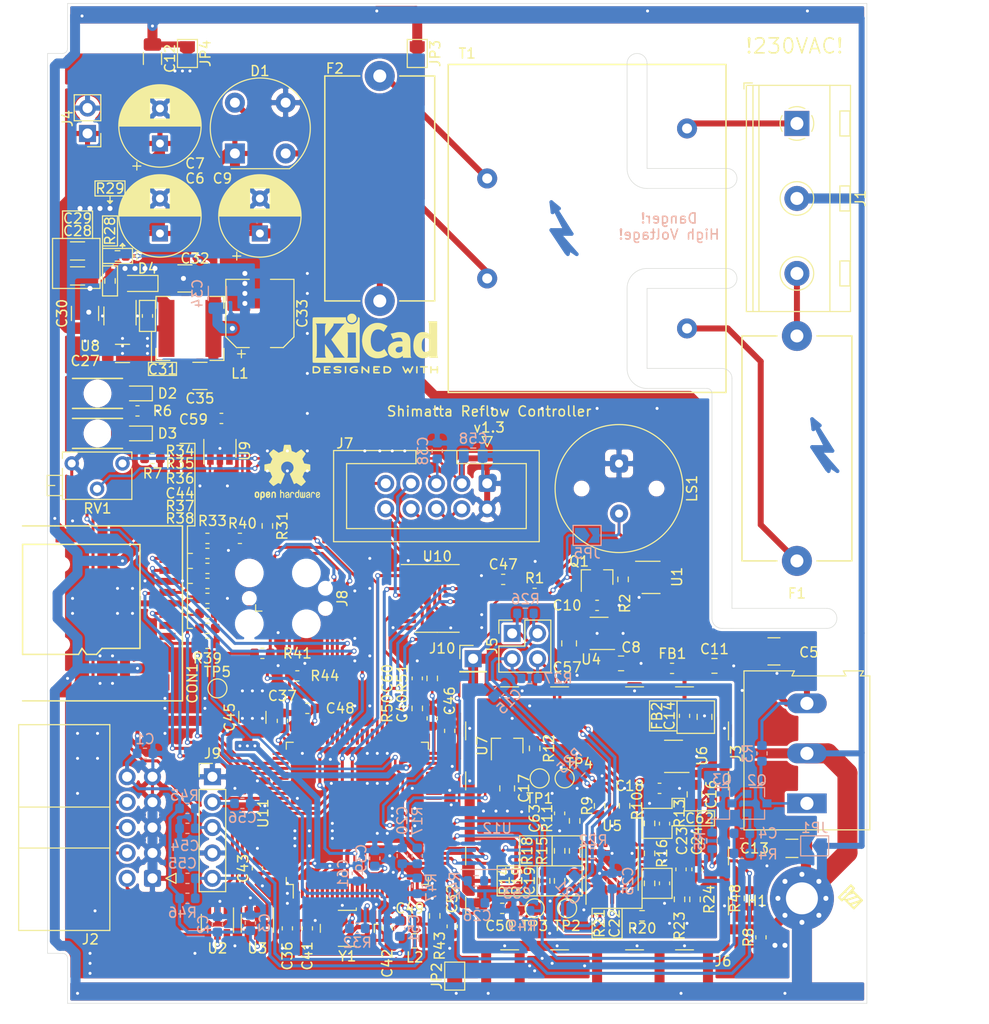
<source format=kicad_pcb>
(kicad_pcb (version 20171130) (host pcbnew 5.1.8)

  (general
    (thickness 1.6)
    (drawings 151)
    (tracks 1901)
    (zones 0)
    (modules 173)
    (nets 150)
  )

  (page A4)
  (layers
    (0 F.Cu signal)
    (31 B.Cu signal)
    (32 B.Adhes user)
    (33 F.Adhes user)
    (34 B.Paste user)
    (35 F.Paste user)
    (36 B.SilkS user)
    (37 F.SilkS user)
    (38 B.Mask user)
    (39 F.Mask user)
    (40 Dwgs.User user)
    (41 Cmts.User user)
    (42 Eco1.User user)
    (43 Eco2.User user)
    (44 Edge.Cuts user)
    (45 Margin user)
    (46 B.CrtYd user)
    (47 F.CrtYd user)
    (48 B.Fab user)
    (49 F.Fab user)
  )

  (setup
    (last_trace_width 0.6)
    (user_trace_width 0.3)
    (user_trace_width 0.4)
    (user_trace_width 0.6)
    (user_trace_width 1)
    (user_trace_width 2)
    (trace_clearance 0.2)
    (zone_clearance 0.25)
    (zone_45_only no)
    (trace_min 0.21)
    (via_size 0.5)
    (via_drill 0.3)
    (via_min_size 0.4)
    (via_min_drill 0.3)
    (user_via 0.9 0.5)
    (uvia_size 0.3)
    (uvia_drill 0.1)
    (uvias_allowed no)
    (uvia_min_size 0.2)
    (uvia_min_drill 0.1)
    (edge_width 0.05)
    (segment_width 0.2)
    (pcb_text_width 0.3)
    (pcb_text_size 1.5 1.5)
    (mod_edge_width 0.12)
    (mod_text_size 1 1)
    (mod_text_width 0.15)
    (pad_size 1.15 1.8)
    (pad_drill 0)
    (pad_to_mask_clearance 0.051)
    (solder_mask_min_width 0.25)
    (aux_axis_origin 13 13)
    (grid_origin 13 13)
    (visible_elements FFFFFF7F)
    (pcbplotparams
      (layerselection 0x010fc_ffffffff)
      (usegerberextensions true)
      (usegerberattributes false)
      (usegerberadvancedattributes false)
      (creategerberjobfile true)
      (excludeedgelayer true)
      (linewidth 0.100000)
      (plotframeref false)
      (viasonmask false)
      (mode 1)
      (useauxorigin false)
      (hpglpennumber 1)
      (hpglpenspeed 20)
      (hpglpendiameter 15.000000)
      (psnegative false)
      (psa4output false)
      (plotreference true)
      (plotvalue true)
      (plotinvisibletext false)
      (padsonsilk false)
      (subtractmaskfromsilk false)
      (outputformat 1)
      (mirror false)
      (drillshape 0)
      (scaleselection 1)
      (outputdirectory "gerber/"))
  )

  (net 0 "")
  (net 1 Earth)
  (net 2 GND)
  (net 3 +8V)
  (net 4 +3V3)
  (net 5 +5V)
  (net 6 /Controller/ENC1)
  (net 7 /Controller/ENC2)
  (net 8 /Controller/VREF)
  (net 9 /Controller/SW1)
  (net 10 /Frontend/FORCE+)
  (net 11 /Frontend/FORCE-)
  (net 12 /Frontend/SENS+)
  (net 13 /Frontend/SENS-)
  (net 14 /Controller/SDIO_D1)
  (net 15 /Controller/SDIO_D0)
  (net 16 /Controller/SDIO_CLK)
  (net 17 /Controller/SDIO_CMD)
  (net 18 /Controller/SDIO_D3)
  (net 19 /Controller/SDIO_D2)
  (net 20 /Controller/TEMP_IN)
  (net 21 /L_Trafo)
  (net 22 /L_IN)
  (net 23 /N_IN)
  (net 24 /DIGIO3)
  (net 25 /DIGIO2)
  (net 26 /DIGIO1)
  (net 27 /DIGIO0)
  (net 28 /Controller/SWDIO)
  (net 29 /Controller/SWCLK)
  (net 30 /Controller/PC_RX)
  (net 31 /Controller/PC_TX)
  (net 32 /Controller/~RST)
  (net 33 /Controller/LCD_VO)
  (net 34 /Controller/LCD_RS)
  (net 35 /Controller/LCD_EN)
  (net 36 /Controller/LCD_D3)
  (net 37 /Controller/LCD_D0)
  (net 38 /Controller/LCD_D2)
  (net 39 /Controller/LCD_D1)
  (net 40 /OUT0)
  (net 41 /OUT3)
  (net 42 /OUT2)
  (net 43 /OUT1)
  (net 44 /Controller/VDDA)
  (net 45 +5VL)
  (net 46 /Controller/CARD_DETECT)
  (net 47 +3.3VA)
  (net 48 /Frontend/VREF_OP)
  (net 49 /DIGIO0_PROT)
  (net 50 /DIGIO1_PROT)
  (net 51 /DIGIO2_PROT)
  (net 52 /DIGIO3_PROT)
  (net 53 "Net-(C4-Pad2)")
  (net 54 "Net-(C14-Pad1)")
  (net 55 "Net-(C19-Pad1)")
  (net 56 "Net-(C22-Pad2)")
  (net 57 "Net-(C22-Pad1)")
  (net 58 "Net-(C23-Pad1)")
  (net 59 "Net-(C31-Pad1)")
  (net 60 "Net-(C42-Pad1)")
  (net 61 "Net-(D1-Pad4)")
  (net 62 "Net-(D1-Pad2)")
  (net 63 "Net-(D2-Pad1)")
  (net 64 "Net-(D3-Pad1)")
  (net 65 "Net-(F2-Pad2)")
  (net 66 "Net-(J3-Pad1)")
  (net 67 "Net-(J8-Pad5)")
  (net 68 "Net-(J8-Pad6)")
  (net 69 "Net-(J8-Pad8)")
  (net 70 "Net-(Q2-Pad2)")
  (net 71 "Net-(Q3-Pad1)")
  (net 72 /Controller/SSR_SAFETY_ENABLE)
  (net 73 /Controller/E_~CS)
  (net 74 "Net-(U9-Pad3)")
  (net 75 /Controller/E_SCK)
  (net 76 /Controller/E_MISO)
  (net 77 /Controller/E_MOSI)
  (net 78 "Net-(Q1-Pad3)")
  (net 79 "Net-(U11-Pad1)")
  (net 80 "/Digital Power Supply/DCDC_SW")
  (net 81 /Controller/EXT_WTCHDG_TOGGL)
  (net 82 "Net-(C41-Pad1)")
  (net 83 "Net-(C46-Pad1)")
  (net 84 "Net-(C48-Pad1)")
  (net 85 "Net-(C52-Pad2)")
  (net 86 "Net-(R15-Pad1)")
  (net 87 "Net-(R20-Pad1)")
  (net 88 "Net-(R28-Pad1)")
  (net 89 "Net-(R31-Pad2)")
  (net 90 "Net-(U1-Pad1)")
  (net 91 "Net-(U6-Pad4)")
  (net 92 "Net-(U10-Pad17)")
  (net 93 "Net-(U10-Pad15)")
  (net 94 "Net-(U10-Pad9)")
  (net 95 "Net-(U10-Pad8)")
  (net 96 "Net-(U10-Pad7)")
  (net 97 "Net-(U10-Pad6)")
  (net 98 "Net-(U10-Pad4)")
  (net 99 "Net-(U10-Pad2)")
  (net 100 "Net-(U11-Pad2)")
  (net 101 "Net-(U11-Pad3)")
  (net 102 "Net-(U11-Pad4)")
  (net 103 "Net-(U11-Pad5)")
  (net 104 "Net-(U11-Pad7)")
  (net 105 "Net-(U11-Pad8)")
  (net 106 "Net-(U11-Pad9)")
  (net 107 "Net-(U11-Pad15)")
  (net 108 "Net-(U11-Pad16)")
  (net 109 "Net-(U11-Pad17)")
  (net 110 "Net-(U11-Pad18)")
  (net 111 "Net-(U11-Pad33)")
  (net 112 "Net-(U11-Pad38)")
  (net 113 "Net-(U11-Pad40)")
  (net 114 "Net-(U11-Pad41)")
  (net 115 "Net-(U11-Pad42)")
  (net 116 "Net-(U11-Pad43)")
  (net 117 "Net-(U11-Pad44)")
  (net 118 "Net-(U11-Pad45)")
  (net 119 "Net-(U11-Pad46)")
  (net 120 "Net-(U11-Pad47)")
  (net 121 "Net-(U11-Pad48)")
  (net 122 "Net-(U11-Pad51)")
  (net 123 "Net-(U11-Pad52)")
  (net 124 "Net-(U11-Pad53)")
  (net 125 "Net-(U11-Pad54)")
  (net 126 "Net-(U11-Pad60)")
  (net 127 "Net-(U11-Pad61)")
  (net 128 "Net-(U11-Pad62)")
  (net 129 "Net-(U11-Pad63)")
  (net 130 "Net-(U11-Pad64)")
  (net 131 "Net-(U11-Pad70)")
  (net 132 "Net-(U11-Pad71)")
  (net 133 "Net-(U11-Pad77)")
  (net 134 "Net-(U11-Pad81)")
  (net 135 "Net-(U11-Pad82)")
  (net 136 "Net-(U11-Pad84)")
  (net 137 "Net-(U11-Pad86)")
  (net 138 "Net-(U11-Pad95)")
  (net 139 "Net-(U11-Pad96)")
  (net 140 "Net-(U11-Pad97)")
  (net 141 "Net-(U11-Pad98)")
  (net 142 "Net-(C10-Pad2)")
  (net 143 "Net-(JP5-Pad2)")
  (net 144 "Net-(JP5-Pad1)")
  (net 145 "Net-(C60-Pad1)")
  (net 146 "Net-(C62-Pad2)")
  (net 147 "Net-(C62-Pad1)")
  (net 148 "Net-(C63-Pad2)")
  (net 149 "Net-(C63-Pad1)")

  (net_class Default "This is the default net class."
    (clearance 0.2)
    (trace_width 0.25)
    (via_dia 0.5)
    (via_drill 0.3)
    (uvia_dia 0.3)
    (uvia_drill 0.1)
    (diff_pair_width 0.3)
    (diff_pair_gap 0.25)
    (add_net +3.3VA)
    (add_net +3V3)
    (add_net +5V)
    (add_net +5VL)
    (add_net +8V)
    (add_net /Controller/CARD_DETECT)
    (add_net /Controller/ENC1)
    (add_net /Controller/ENC2)
    (add_net /Controller/EXT_WTCHDG_TOGGL)
    (add_net /Controller/E_MISO)
    (add_net /Controller/E_MOSI)
    (add_net /Controller/E_SCK)
    (add_net /Controller/E_~CS)
    (add_net /Controller/LCD_D0)
    (add_net /Controller/LCD_D1)
    (add_net /Controller/LCD_D2)
    (add_net /Controller/LCD_D3)
    (add_net /Controller/LCD_EN)
    (add_net /Controller/LCD_RS)
    (add_net /Controller/LCD_VO)
    (add_net /Controller/PC_RX)
    (add_net /Controller/PC_TX)
    (add_net /Controller/SDIO_CLK)
    (add_net /Controller/SDIO_CMD)
    (add_net /Controller/SDIO_D0)
    (add_net /Controller/SDIO_D1)
    (add_net /Controller/SDIO_D2)
    (add_net /Controller/SDIO_D3)
    (add_net /Controller/SSR_SAFETY_ENABLE)
    (add_net /Controller/SW1)
    (add_net /Controller/SWCLK)
    (add_net /Controller/SWDIO)
    (add_net /Controller/TEMP_IN)
    (add_net /Controller/VDDA)
    (add_net /Controller/VREF)
    (add_net /Controller/~RST)
    (add_net /DIGIO0)
    (add_net /DIGIO0_PROT)
    (add_net /DIGIO1)
    (add_net /DIGIO1_PROT)
    (add_net /DIGIO2)
    (add_net /DIGIO2_PROT)
    (add_net /DIGIO3)
    (add_net /DIGIO3_PROT)
    (add_net "/Digital Power Supply/DCDC_SW")
    (add_net /Frontend/FORCE+)
    (add_net /Frontend/FORCE-)
    (add_net /Frontend/SENS+)
    (add_net /Frontend/SENS-)
    (add_net /Frontend/VREF_OP)
    (add_net /OUT0)
    (add_net /OUT1)
    (add_net /OUT2)
    (add_net /OUT3)
    (add_net Earth)
    (add_net GND)
    (add_net "Net-(C10-Pad2)")
    (add_net "Net-(C14-Pad1)")
    (add_net "Net-(C19-Pad1)")
    (add_net "Net-(C22-Pad1)")
    (add_net "Net-(C22-Pad2)")
    (add_net "Net-(C23-Pad1)")
    (add_net "Net-(C31-Pad1)")
    (add_net "Net-(C4-Pad2)")
    (add_net "Net-(C41-Pad1)")
    (add_net "Net-(C42-Pad1)")
    (add_net "Net-(C46-Pad1)")
    (add_net "Net-(C48-Pad1)")
    (add_net "Net-(C52-Pad2)")
    (add_net "Net-(C60-Pad1)")
    (add_net "Net-(C62-Pad1)")
    (add_net "Net-(C62-Pad2)")
    (add_net "Net-(C63-Pad1)")
    (add_net "Net-(C63-Pad2)")
    (add_net "Net-(D1-Pad2)")
    (add_net "Net-(D1-Pad4)")
    (add_net "Net-(D2-Pad1)")
    (add_net "Net-(D3-Pad1)")
    (add_net "Net-(F2-Pad2)")
    (add_net "Net-(J3-Pad1)")
    (add_net "Net-(J8-Pad5)")
    (add_net "Net-(J8-Pad6)")
    (add_net "Net-(J8-Pad8)")
    (add_net "Net-(JP5-Pad1)")
    (add_net "Net-(JP5-Pad2)")
    (add_net "Net-(Q1-Pad3)")
    (add_net "Net-(Q2-Pad2)")
    (add_net "Net-(Q3-Pad1)")
    (add_net "Net-(R15-Pad1)")
    (add_net "Net-(R20-Pad1)")
    (add_net "Net-(R28-Pad1)")
    (add_net "Net-(R31-Pad2)")
    (add_net "Net-(U1-Pad1)")
    (add_net "Net-(U10-Pad15)")
    (add_net "Net-(U10-Pad17)")
    (add_net "Net-(U10-Pad2)")
    (add_net "Net-(U10-Pad4)")
    (add_net "Net-(U10-Pad6)")
    (add_net "Net-(U10-Pad7)")
    (add_net "Net-(U10-Pad8)")
    (add_net "Net-(U10-Pad9)")
    (add_net "Net-(U11-Pad1)")
    (add_net "Net-(U11-Pad15)")
    (add_net "Net-(U11-Pad16)")
    (add_net "Net-(U11-Pad17)")
    (add_net "Net-(U11-Pad18)")
    (add_net "Net-(U11-Pad2)")
    (add_net "Net-(U11-Pad3)")
    (add_net "Net-(U11-Pad33)")
    (add_net "Net-(U11-Pad38)")
    (add_net "Net-(U11-Pad4)")
    (add_net "Net-(U11-Pad40)")
    (add_net "Net-(U11-Pad41)")
    (add_net "Net-(U11-Pad42)")
    (add_net "Net-(U11-Pad43)")
    (add_net "Net-(U11-Pad44)")
    (add_net "Net-(U11-Pad45)")
    (add_net "Net-(U11-Pad46)")
    (add_net "Net-(U11-Pad47)")
    (add_net "Net-(U11-Pad48)")
    (add_net "Net-(U11-Pad5)")
    (add_net "Net-(U11-Pad51)")
    (add_net "Net-(U11-Pad52)")
    (add_net "Net-(U11-Pad53)")
    (add_net "Net-(U11-Pad54)")
    (add_net "Net-(U11-Pad60)")
    (add_net "Net-(U11-Pad61)")
    (add_net "Net-(U11-Pad62)")
    (add_net "Net-(U11-Pad63)")
    (add_net "Net-(U11-Pad64)")
    (add_net "Net-(U11-Pad7)")
    (add_net "Net-(U11-Pad70)")
    (add_net "Net-(U11-Pad71)")
    (add_net "Net-(U11-Pad77)")
    (add_net "Net-(U11-Pad8)")
    (add_net "Net-(U11-Pad81)")
    (add_net "Net-(U11-Pad82)")
    (add_net "Net-(U11-Pad84)")
    (add_net "Net-(U11-Pad86)")
    (add_net "Net-(U11-Pad9)")
    (add_net "Net-(U11-Pad95)")
    (add_net "Net-(U11-Pad96)")
    (add_net "Net-(U11-Pad97)")
    (add_net "Net-(U11-Pad98)")
    (add_net "Net-(U6-Pad4)")
    (add_net "Net-(U9-Pad3)")
  )

  (net_class HV ""
    (clearance 2.55)
    (trace_width 1)
    (via_dia 0.5)
    (via_drill 0.3)
    (uvia_dia 0.3)
    (uvia_drill 0.1)
    (diff_pair_width 0.21)
    (diff_pair_gap 0.25)
    (add_net /L_IN)
    (add_net /L_Trafo)
    (add_net /N_IN)
  )

  (module Capacitor_SMD:C_0603_1608Metric (layer F.Cu) (tedit 5F68FEEE) (tstamp 5FD64B98)
    (at 67.25 94 270)
    (descr "Capacitor SMD 0603 (1608 Metric), square (rectangular) end terminal, IPC_7351 nominal, (Body size source: IPC-SM-782 page 76, https://www.pcb-3d.com/wordpress/wp-content/uploads/ipc-sm-782a_amendment_1_and_2.pdf), generated with kicad-footprint-generator")
    (tags capacitor)
    (path /5D8C5188/5FE2133C)
    (attr smd)
    (fp_text reference C63 (at 0.5 2.5 90) (layer F.SilkS)
      (effects (font (size 1 1) (thickness 0.15)))
    )
    (fp_text value DNP (at 0 1.43 90) (layer F.Fab)
      (effects (font (size 1 1) (thickness 0.15)))
    )
    (fp_line (start -0.8 0.4) (end -0.8 -0.4) (layer F.Fab) (width 0.1))
    (fp_line (start -0.8 -0.4) (end 0.8 -0.4) (layer F.Fab) (width 0.1))
    (fp_line (start 0.8 -0.4) (end 0.8 0.4) (layer F.Fab) (width 0.1))
    (fp_line (start 0.8 0.4) (end -0.8 0.4) (layer F.Fab) (width 0.1))
    (fp_line (start -0.14058 -0.51) (end 0.14058 -0.51) (layer F.SilkS) (width 0.12))
    (fp_line (start -0.14058 0.51) (end 0.14058 0.51) (layer F.SilkS) (width 0.12))
    (fp_line (start -1.48 0.73) (end -1.48 -0.73) (layer F.CrtYd) (width 0.05))
    (fp_line (start -1.48 -0.73) (end 1.48 -0.73) (layer F.CrtYd) (width 0.05))
    (fp_line (start 1.48 -0.73) (end 1.48 0.73) (layer F.CrtYd) (width 0.05))
    (fp_line (start 1.48 0.73) (end -1.48 0.73) (layer F.CrtYd) (width 0.05))
    (fp_text user %R (at 0 0 90) (layer F.Fab)
      (effects (font (size 0.4 0.4) (thickness 0.06)))
    )
    (pad 2 smd roundrect (at 0.775 0 270) (size 0.9 0.95) (layers F.Cu F.Paste F.Mask) (roundrect_rratio 0.25)
      (net 148 "Net-(C63-Pad2)"))
    (pad 1 smd roundrect (at -0.775 0 270) (size 0.9 0.95) (layers F.Cu F.Paste F.Mask) (roundrect_rratio 0.25)
      (net 149 "Net-(C63-Pad1)"))
    (model ${KISYS3DMOD}/Capacitor_SMD.3dshapes/C_0603_1608Metric.wrl
      (at (xyz 0 0 0))
      (scale (xyz 1 1 1))
      (rotate (xyz 0 0 0))
    )
  )

  (module Capacitor_SMD:C_0603_1608Metric (layer F.Cu) (tedit 5F68FEEE) (tstamp 5FD64B87)
    (at 77.75 95.025 270)
    (descr "Capacitor SMD 0603 (1608 Metric), square (rectangular) end terminal, IPC_7351 nominal, (Body size source: IPC-SM-782 page 76, https://www.pcb-3d.com/wordpress/wp-content/uploads/ipc-sm-782a_amendment_1_and_2.pdf), generated with kicad-footprint-generator")
    (tags capacitor)
    (path /5D8C5188/5FE331AE)
    (attr smd)
    (fp_text reference C62 (at -0.525 -3.5 180) (layer F.SilkS)
      (effects (font (size 1 1) (thickness 0.15)))
    )
    (fp_text value DNP (at 0 1.43 90) (layer F.Fab)
      (effects (font (size 1 1) (thickness 0.15)))
    )
    (fp_line (start -0.8 0.4) (end -0.8 -0.4) (layer F.Fab) (width 0.1))
    (fp_line (start -0.8 -0.4) (end 0.8 -0.4) (layer F.Fab) (width 0.1))
    (fp_line (start 0.8 -0.4) (end 0.8 0.4) (layer F.Fab) (width 0.1))
    (fp_line (start 0.8 0.4) (end -0.8 0.4) (layer F.Fab) (width 0.1))
    (fp_line (start -0.14058 -0.51) (end 0.14058 -0.51) (layer F.SilkS) (width 0.12))
    (fp_line (start -0.14058 0.51) (end 0.14058 0.51) (layer F.SilkS) (width 0.12))
    (fp_line (start -1.48 0.73) (end -1.48 -0.73) (layer F.CrtYd) (width 0.05))
    (fp_line (start -1.48 -0.73) (end 1.48 -0.73) (layer F.CrtYd) (width 0.05))
    (fp_line (start 1.48 -0.73) (end 1.48 0.73) (layer F.CrtYd) (width 0.05))
    (fp_line (start 1.48 0.73) (end -1.48 0.73) (layer F.CrtYd) (width 0.05))
    (fp_text user %R (at 0 0 90) (layer F.Fab)
      (effects (font (size 0.4 0.4) (thickness 0.06)))
    )
    (pad 2 smd roundrect (at 0.775 0 270) (size 0.9 0.95) (layers F.Cu F.Paste F.Mask) (roundrect_rratio 0.25)
      (net 146 "Net-(C62-Pad2)"))
    (pad 1 smd roundrect (at -0.775 0 270) (size 0.9 0.95) (layers F.Cu F.Paste F.Mask) (roundrect_rratio 0.25)
      (net 147 "Net-(C62-Pad1)"))
    (model ${KISYS3DMOD}/Capacitor_SMD.3dshapes/C_0603_1608Metric.wrl
      (at (xyz 0 0 0))
      (scale (xyz 1 1 1))
      (rotate (xyz 0 0 0))
    )
  )

  (module Capacitor_SMD:C_0603_1608Metric (layer B.Cu) (tedit 5F68FEEE) (tstamp 5FD2F3FD)
    (at 47 100 270)
    (descr "Capacitor SMD 0603 (1608 Metric), square (rectangular) end terminal, IPC_7351 nominal, (Body size source: IPC-SM-782 page 76, https://www.pcb-3d.com/wordpress/wp-content/uploads/ipc-sm-782a_amendment_1_and_2.pdf), generated with kicad-footprint-generator")
    (tags capacitor)
    (path /5D77EC9D/5FD72F9A)
    (attr smd)
    (fp_text reference C61 (at 0 1.43 90) (layer B.SilkS)
      (effects (font (size 1 1) (thickness 0.15)) (justify mirror))
    )
    (fp_text value 100n (at 0 -1.43 90) (layer B.Fab)
      (effects (font (size 1 1) (thickness 0.15)) (justify mirror))
    )
    (fp_line (start -0.8 -0.4) (end -0.8 0.4) (layer B.Fab) (width 0.1))
    (fp_line (start -0.8 0.4) (end 0.8 0.4) (layer B.Fab) (width 0.1))
    (fp_line (start 0.8 0.4) (end 0.8 -0.4) (layer B.Fab) (width 0.1))
    (fp_line (start 0.8 -0.4) (end -0.8 -0.4) (layer B.Fab) (width 0.1))
    (fp_line (start -0.14058 0.51) (end 0.14058 0.51) (layer B.SilkS) (width 0.12))
    (fp_line (start -0.14058 -0.51) (end 0.14058 -0.51) (layer B.SilkS) (width 0.12))
    (fp_line (start -1.48 -0.73) (end -1.48 0.73) (layer B.CrtYd) (width 0.05))
    (fp_line (start -1.48 0.73) (end 1.48 0.73) (layer B.CrtYd) (width 0.05))
    (fp_line (start 1.48 0.73) (end 1.48 -0.73) (layer B.CrtYd) (width 0.05))
    (fp_line (start 1.48 -0.73) (end -1.48 -0.73) (layer B.CrtYd) (width 0.05))
    (fp_text user %R (at 0 0 90) (layer B.Fab)
      (effects (font (size 0.4 0.4) (thickness 0.06)) (justify mirror))
    )
    (pad 2 smd roundrect (at 0.775 0 270) (size 0.9 0.95) (layers B.Cu B.Paste B.Mask) (roundrect_rratio 0.25)
      (net 2 GND))
    (pad 1 smd roundrect (at -0.775 0 270) (size 0.9 0.95) (layers B.Cu B.Paste B.Mask) (roundrect_rratio 0.25)
      (net 4 +3V3))
    (model ${KISYS3DMOD}/Capacitor_SMD.3dshapes/C_0603_1608Metric.wrl
      (at (xyz 0 0 0))
      (scale (xyz 1 1 1))
      (rotate (xyz 0 0 0))
    )
  )

  (module shimatta_buzzer:PKM13EPYH4002-B0 (layer F.Cu) (tedit 5FCFC26C) (tstamp 5FCC3E58)
    (at 73.198 61.514 270)
    (tags buzzer,piezo)
    (path /5D891662)
    (fp_text reference LS1 (at 0 -7.3 90) (layer F.SilkS)
      (effects (font (size 1 1) (thickness 0.15)))
    )
    (fp_text value Buzzer (at 0 0 180) (layer F.Fab)
      (effects (font (size 1 1) (thickness 0.15)))
    )
    (fp_circle (center 0 0) (end 6.5 0) (layer F.Fab) (width 0.12))
    (fp_circle (center 0 0) (end 6.5 0) (layer F.CrtYd) (width 0.12))
    (fp_circle (center 0 0) (end 6.4 0) (layer F.SilkS) (width 0.12))
    (pad "" np_thru_hole circle (at 0 -3.75 270) (size 1.1 1.1) (drill 1.1) (layers *.Cu *.Mask))
    (pad "" np_thru_hole circle (at 0 3.75 270) (size 1.1 1.1) (drill 1.1) (layers *.Cu *.Mask))
    (pad 2 thru_hole circle (at 2.5 0 270) (size 1.8 1.8) (drill 0.8) (layers *.Cu *.Mask)
      (net 143 "Net-(JP5-Pad2)"))
    (pad 1 thru_hole roundrect (at -2.5 0 270) (size 1.8 1.8) (drill 0.8) (layers *.Cu *.Mask) (roundrect_rratio 0.25)
      (net 2 GND))
    (model ${KISYS3DMOD}/buzzer.shapes3d/PKM13EPYH4002-B0.wrl
      (at (xyz 0 0 0))
      (scale (xyz 0.3937 0.3937 0.3937))
      (rotate (xyz 0 0 0))
    )
  )

  (module Resistor_SMD:R_0603_1608Metric (layer F.Cu) (tedit 5F68FEEE) (tstamp 5FCDB62B)
    (at 54.5 80.5 270)
    (descr "Resistor SMD 0603 (1608 Metric), square (rectangular) end terminal, IPC_7351 nominal, (Body size source: IPC-SM-782 page 72, https://www.pcb-3d.com/wordpress/wp-content/uploads/ipc-sm-782a_amendment_1_and_2.pdf), generated with kicad-footprint-generator")
    (tags resistor)
    (path /5D77EC9D/5FD62ABC)
    (attr smd)
    (fp_text reference R51 (at 0 3 90) (layer F.SilkS)
      (effects (font (size 1 1) (thickness 0.15)))
    )
    (fp_text value 10k (at -2.25 0 90) (layer F.Fab)
      (effects (font (size 1 1) (thickness 0.15)))
    )
    (fp_line (start 1.48 0.73) (end -1.48 0.73) (layer F.CrtYd) (width 0.05))
    (fp_line (start 1.48 -0.73) (end 1.48 0.73) (layer F.CrtYd) (width 0.05))
    (fp_line (start -1.48 -0.73) (end 1.48 -0.73) (layer F.CrtYd) (width 0.05))
    (fp_line (start -1.48 0.73) (end -1.48 -0.73) (layer F.CrtYd) (width 0.05))
    (fp_line (start -0.237258 0.5225) (end 0.237258 0.5225) (layer F.SilkS) (width 0.12))
    (fp_line (start -0.237258 -0.5225) (end 0.237258 -0.5225) (layer F.SilkS) (width 0.12))
    (fp_line (start 0.8 0.4125) (end -0.8 0.4125) (layer F.Fab) (width 0.1))
    (fp_line (start 0.8 -0.4125) (end 0.8 0.4125) (layer F.Fab) (width 0.1))
    (fp_line (start -0.8 -0.4125) (end 0.8 -0.4125) (layer F.Fab) (width 0.1))
    (fp_line (start -0.8 0.4125) (end -0.8 -0.4125) (layer F.Fab) (width 0.1))
    (fp_text user %R (at 0 0 90) (layer F.Fab)
      (effects (font (size 0.4 0.4) (thickness 0.06)))
    )
    (pad 2 smd roundrect (at 0.825 0 270) (size 0.8 0.95) (layers F.Cu F.Paste F.Mask) (roundrect_rratio 0.25)
      (net 145 "Net-(C60-Pad1)"))
    (pad 1 smd roundrect (at -0.825 0 270) (size 0.8 0.95) (layers F.Cu F.Paste F.Mask) (roundrect_rratio 0.25)
      (net 2 GND))
    (model ${KISYS3DMOD}/Resistor_SMD.3dshapes/R_0603_1608Metric.wrl
      (at (xyz 0 0 0))
      (scale (xyz 1 1 1))
      (rotate (xyz 0 0 0))
    )
  )

  (module Resistor_SMD:R_0603_1608Metric (layer F.Cu) (tedit 5F68FEEE) (tstamp 5FCDB61A)
    (at 53 83.5 270)
    (descr "Resistor SMD 0603 (1608 Metric), square (rectangular) end terminal, IPC_7351 nominal, (Body size source: IPC-SM-782 page 72, https://www.pcb-3d.com/wordpress/wp-content/uploads/ipc-sm-782a_amendment_1_and_2.pdf), generated with kicad-footprint-generator")
    (tags resistor)
    (path /5D77EC9D/5FD5CEDB)
    (attr smd)
    (fp_text reference R50 (at 0 3 90) (layer F.SilkS)
      (effects (font (size 1 1) (thickness 0.15)))
    )
    (fp_text value 10k (at 0 1.43 90) (layer F.Fab)
      (effects (font (size 1 1) (thickness 0.15)))
    )
    (fp_line (start 1.48 0.73) (end -1.48 0.73) (layer F.CrtYd) (width 0.05))
    (fp_line (start 1.48 -0.73) (end 1.48 0.73) (layer F.CrtYd) (width 0.05))
    (fp_line (start -1.48 -0.73) (end 1.48 -0.73) (layer F.CrtYd) (width 0.05))
    (fp_line (start -1.48 0.73) (end -1.48 -0.73) (layer F.CrtYd) (width 0.05))
    (fp_line (start -0.237258 0.5225) (end 0.237258 0.5225) (layer F.SilkS) (width 0.12))
    (fp_line (start -0.237258 -0.5225) (end 0.237258 -0.5225) (layer F.SilkS) (width 0.12))
    (fp_line (start 0.8 0.4125) (end -0.8 0.4125) (layer F.Fab) (width 0.1))
    (fp_line (start 0.8 -0.4125) (end 0.8 0.4125) (layer F.Fab) (width 0.1))
    (fp_line (start -0.8 -0.4125) (end 0.8 -0.4125) (layer F.Fab) (width 0.1))
    (fp_line (start -0.8 0.4125) (end -0.8 -0.4125) (layer F.Fab) (width 0.1))
    (fp_text user %R (at 0 0 90) (layer F.Fab)
      (effects (font (size 0.4 0.4) (thickness 0.06)))
    )
    (pad 2 smd roundrect (at 0.825 0 270) (size 0.8 0.95) (layers F.Cu F.Paste F.Mask) (roundrect_rratio 0.25)
      (net 4 +3V3))
    (pad 1 smd roundrect (at -0.825 0 270) (size 0.8 0.95) (layers F.Cu F.Paste F.Mask) (roundrect_rratio 0.25)
      (net 145 "Net-(C60-Pad1)"))
    (model ${KISYS3DMOD}/Resistor_SMD.3dshapes/R_0603_1608Metric.wrl
      (at (xyz 0 0 0))
      (scale (xyz 1 1 1))
      (rotate (xyz 0 0 0))
    )
  )

  (module Capacitor_SMD:C_0603_1608Metric (layer F.Cu) (tedit 5F68FEEE) (tstamp 5FCDA8B7)
    (at 53 80.5 90)
    (descr "Capacitor SMD 0603 (1608 Metric), square (rectangular) end terminal, IPC_7351 nominal, (Body size source: IPC-SM-782 page 76, https://www.pcb-3d.com/wordpress/wp-content/uploads/ipc-sm-782a_amendment_1_and_2.pdf), generated with kicad-footprint-generator")
    (tags capacitor)
    (path /5D77EC9D/5FE39FAF)
    (attr smd)
    (fp_text reference C60 (at 0 -3 90) (layer F.SilkS)
      (effects (font (size 1 1) (thickness 0.15)))
    )
    (fp_text value 100n (at 2.75 0 90) (layer F.Fab)
      (effects (font (size 1 1) (thickness 0.15)))
    )
    (fp_line (start 1.48 0.73) (end -1.48 0.73) (layer F.CrtYd) (width 0.05))
    (fp_line (start 1.48 -0.73) (end 1.48 0.73) (layer F.CrtYd) (width 0.05))
    (fp_line (start -1.48 -0.73) (end 1.48 -0.73) (layer F.CrtYd) (width 0.05))
    (fp_line (start -1.48 0.73) (end -1.48 -0.73) (layer F.CrtYd) (width 0.05))
    (fp_line (start -0.14058 0.51) (end 0.14058 0.51) (layer F.SilkS) (width 0.12))
    (fp_line (start -0.14058 -0.51) (end 0.14058 -0.51) (layer F.SilkS) (width 0.12))
    (fp_line (start 0.8 0.4) (end -0.8 0.4) (layer F.Fab) (width 0.1))
    (fp_line (start 0.8 -0.4) (end 0.8 0.4) (layer F.Fab) (width 0.1))
    (fp_line (start -0.8 -0.4) (end 0.8 -0.4) (layer F.Fab) (width 0.1))
    (fp_line (start -0.8 0.4) (end -0.8 -0.4) (layer F.Fab) (width 0.1))
    (fp_text user %R (at 0 0 90) (layer F.Fab)
      (effects (font (size 0.4 0.4) (thickness 0.06)))
    )
    (pad 2 smd roundrect (at 0.775 0 90) (size 0.9 0.95) (layers F.Cu F.Paste F.Mask) (roundrect_rratio 0.25)
      (net 2 GND))
    (pad 1 smd roundrect (at -0.775 0 90) (size 0.9 0.95) (layers F.Cu F.Paste F.Mask) (roundrect_rratio 0.25)
      (net 145 "Net-(C60-Pad1)"))
    (model ${KISYS3DMOD}/Capacitor_SMD.3dshapes/C_0603_1608Metric.wrl
      (at (xyz 0 0 0))
      (scale (xyz 1 1 1))
      (rotate (xyz 0 0 0))
    )
  )

  (module Jumper:SolderJumper-2_P1.3mm_Open_TrianglePad1.0x1.5mm (layer B.Cu) (tedit 5A64794F) (tstamp 5FCF9810)
    (at 70 66.2)
    (descr "SMD Solder Jumper, 1x1.5mm Triangular Pads, 0.3mm gap, open")
    (tags "solder jumper open")
    (path /600F11A8)
    (attr virtual)
    (fp_text reference JP5 (at 0 1.8) (layer B.SilkS)
      (effects (font (size 1 1) (thickness 0.15)) (justify mirror))
    )
    (fp_text value DNP (at 0 -1.9) (layer B.Fab)
      (effects (font (size 1 1) (thickness 0.15)) (justify mirror))
    )
    (fp_line (start 1.65 -1.25) (end -1.65 -1.25) (layer B.CrtYd) (width 0.05))
    (fp_line (start 1.65 -1.25) (end 1.65 1.25) (layer B.CrtYd) (width 0.05))
    (fp_line (start -1.65 1.25) (end -1.65 -1.25) (layer B.CrtYd) (width 0.05))
    (fp_line (start -1.65 1.25) (end 1.65 1.25) (layer B.CrtYd) (width 0.05))
    (fp_line (start -1.4 1) (end 1.4 1) (layer B.SilkS) (width 0.12))
    (fp_line (start 1.4 1) (end 1.4 -1) (layer B.SilkS) (width 0.12))
    (fp_line (start 1.4 -1) (end -1.4 -1) (layer B.SilkS) (width 0.12))
    (fp_line (start -1.4 -1) (end -1.4 1) (layer B.SilkS) (width 0.12))
    (pad 1 smd custom (at -0.725 0) (size 0.3 0.3) (layers B.Cu B.Mask)
      (net 144 "Net-(JP5-Pad1)") (zone_connect 2)
      (options (clearance outline) (anchor rect))
      (primitives
        (gr_poly (pts
           (xy -0.5 0.75) (xy 0.5 0.75) (xy 1 0) (xy 0.5 -0.75) (xy -0.5 -0.75)
) (width 0))
      ))
    (pad 2 smd custom (at 0.725 0) (size 0.3 0.3) (layers B.Cu B.Mask)
      (net 143 "Net-(JP5-Pad2)") (zone_connect 2)
      (options (clearance outline) (anchor rect))
      (primitives
        (gr_poly (pts
           (xy -0.65 0.75) (xy 0.5 0.75) (xy 0.5 -0.75) (xy -0.65 -0.75) (xy -0.15 0)
) (width 0))
      ))
  )

  (module Capacitor_SMD:C_0603_1608Metric (layer F.Cu) (tedit 5F68FEEE) (tstamp 5FCF2BEC)
    (at 33.4 54.5)
    (descr "Capacitor SMD 0603 (1608 Metric), square (rectangular) end terminal, IPC_7351 nominal, (Body size source: IPC-SM-782 page 76, https://www.pcb-3d.com/wordpress/wp-content/uploads/ipc-sm-782a_amendment_1_and_2.pdf), generated with kicad-footprint-generator")
    (tags capacitor)
    (path /5D77EC9D/5FFAEEF2)
    (attr smd)
    (fp_text reference C59 (at -2.8 0.1) (layer F.SilkS)
      (effects (font (size 1 1) (thickness 0.15)))
    )
    (fp_text value 100n (at -0.15 1.25) (layer F.Fab)
      (effects (font (size 1 1) (thickness 0.15)))
    )
    (fp_line (start 1.48 0.73) (end -1.48 0.73) (layer F.CrtYd) (width 0.05))
    (fp_line (start 1.48 -0.73) (end 1.48 0.73) (layer F.CrtYd) (width 0.05))
    (fp_line (start -1.48 -0.73) (end 1.48 -0.73) (layer F.CrtYd) (width 0.05))
    (fp_line (start -1.48 0.73) (end -1.48 -0.73) (layer F.CrtYd) (width 0.05))
    (fp_line (start -0.14058 0.51) (end 0.14058 0.51) (layer F.SilkS) (width 0.12))
    (fp_line (start -0.14058 -0.51) (end 0.14058 -0.51) (layer F.SilkS) (width 0.12))
    (fp_line (start 0.8 0.4) (end -0.8 0.4) (layer F.Fab) (width 0.1))
    (fp_line (start 0.8 -0.4) (end 0.8 0.4) (layer F.Fab) (width 0.1))
    (fp_line (start -0.8 -0.4) (end 0.8 -0.4) (layer F.Fab) (width 0.1))
    (fp_line (start -0.8 0.4) (end -0.8 -0.4) (layer F.Fab) (width 0.1))
    (fp_text user %R (at 0 0) (layer F.Fab)
      (effects (font (size 0.4 0.4) (thickness 0.06)))
    )
    (pad 2 smd roundrect (at 0.775 0) (size 0.9 0.95) (layers F.Cu F.Paste F.Mask) (roundrect_rratio 0.25)
      (net 2 GND))
    (pad 1 smd roundrect (at -0.775 0) (size 0.9 0.95) (layers F.Cu F.Paste F.Mask) (roundrect_rratio 0.25)
      (net 4 +3V3))
    (model ${KISYS3DMOD}/Capacitor_SMD.3dshapes/C_0603_1608Metric.wrl
      (at (xyz 0 0 0))
      (scale (xyz 1 1 1))
      (rotate (xyz 0 0 0))
    )
  )

  (module Capacitor_SMD:C_0805_2012Metric (layer B.Cu) (tedit 5F68FEEE) (tstamp 5FCEA5B5)
    (at 58.6 58.2 180)
    (descr "Capacitor SMD 0805 (2012 Metric), square (rectangular) end terminal, IPC_7351 nominal, (Body size source: IPC-SM-782 page 76, https://www.pcb-3d.com/wordpress/wp-content/uploads/ipc-sm-782a_amendment_1_and_2.pdf, https://docs.google.com/spreadsheets/d/1BsfQQcO9C6DZCsRaXUlFlo91Tg2WpOkGARC1WS5S8t0/edit?usp=sharing), generated with kicad-footprint-generator")
    (tags capacitor)
    (path /5D77EC9D/5FEFE3CF)
    (attr smd)
    (fp_text reference C58 (at 0 1.68) (layer B.SilkS)
      (effects (font (size 1 1) (thickness 0.15)) (justify mirror))
    )
    (fp_text value 1u (at 0 -1.68) (layer B.Fab)
      (effects (font (size 1 1) (thickness 0.15)) (justify mirror))
    )
    (fp_line (start 1.7 -0.98) (end -1.7 -0.98) (layer B.CrtYd) (width 0.05))
    (fp_line (start 1.7 0.98) (end 1.7 -0.98) (layer B.CrtYd) (width 0.05))
    (fp_line (start -1.7 0.98) (end 1.7 0.98) (layer B.CrtYd) (width 0.05))
    (fp_line (start -1.7 -0.98) (end -1.7 0.98) (layer B.CrtYd) (width 0.05))
    (fp_line (start -0.261252 -0.735) (end 0.261252 -0.735) (layer B.SilkS) (width 0.12))
    (fp_line (start -0.261252 0.735) (end 0.261252 0.735) (layer B.SilkS) (width 0.12))
    (fp_line (start 1 -0.625) (end -1 -0.625) (layer B.Fab) (width 0.1))
    (fp_line (start 1 0.625) (end 1 -0.625) (layer B.Fab) (width 0.1))
    (fp_line (start -1 0.625) (end 1 0.625) (layer B.Fab) (width 0.1))
    (fp_line (start -1 -0.625) (end -1 0.625) (layer B.Fab) (width 0.1))
    (fp_text user %R (at 0 0) (layer B.Fab)
      (effects (font (size 0.5 0.5) (thickness 0.08)) (justify mirror))
    )
    (pad 2 smd roundrect (at 0.95 0 180) (size 1 1.45) (layers B.Cu B.Paste B.Mask) (roundrect_rratio 0.25)
      (net 45 +5VL))
    (pad 1 smd roundrect (at -0.95 0 180) (size 1 1.45) (layers B.Cu B.Paste B.Mask) (roundrect_rratio 0.25)
      (net 2 GND))
    (model ${KISYS3DMOD}/Capacitor_SMD.3dshapes/C_0805_2012Metric.wrl
      (at (xyz 0 0 0))
      (scale (xyz 1 1 1))
      (rotate (xyz 0 0 0))
    )
  )

  (module Capacitor_SMD:C_0805_2012Metric (layer F.Cu) (tedit 5F68FEEE) (tstamp 5FCE5B90)
    (at 73.4 79)
    (descr "Capacitor SMD 0805 (2012 Metric), square (rectangular) end terminal, IPC_7351 nominal, (Body size source: IPC-SM-782 page 76, https://www.pcb-3d.com/wordpress/wp-content/uploads/ipc-sm-782a_amendment_1_and_2.pdf, https://docs.google.com/spreadsheets/d/1BsfQQcO9C6DZCsRaXUlFlo91Tg2WpOkGARC1WS5S8t0/edit?usp=sharing), generated with kicad-footprint-generator")
    (tags capacitor)
    (path /5D992429)
    (attr smd)
    (fp_text reference C8 (at 1 -1.6) (layer F.SilkS)
      (effects (font (size 1 1) (thickness 0.15)))
    )
    (fp_text value 100n (at 0 1.68) (layer F.Fab)
      (effects (font (size 1 1) (thickness 0.15)))
    )
    (fp_line (start 1.7 0.98) (end -1.7 0.98) (layer F.CrtYd) (width 0.05))
    (fp_line (start 1.7 -0.98) (end 1.7 0.98) (layer F.CrtYd) (width 0.05))
    (fp_line (start -1.7 -0.98) (end 1.7 -0.98) (layer F.CrtYd) (width 0.05))
    (fp_line (start -1.7 0.98) (end -1.7 -0.98) (layer F.CrtYd) (width 0.05))
    (fp_line (start -0.261252 0.735) (end 0.261252 0.735) (layer F.SilkS) (width 0.12))
    (fp_line (start -0.261252 -0.735) (end 0.261252 -0.735) (layer F.SilkS) (width 0.12))
    (fp_line (start 1 0.625) (end -1 0.625) (layer F.Fab) (width 0.1))
    (fp_line (start 1 -0.625) (end 1 0.625) (layer F.Fab) (width 0.1))
    (fp_line (start -1 -0.625) (end 1 -0.625) (layer F.Fab) (width 0.1))
    (fp_line (start -1 0.625) (end -1 -0.625) (layer F.Fab) (width 0.1))
    (fp_text user %R (at 0 0) (layer F.Fab)
      (effects (font (size 0.5 0.5) (thickness 0.08)))
    )
    (pad 2 smd roundrect (at 0.95 0) (size 1 1.45) (layers F.Cu F.Paste F.Mask) (roundrect_rratio 0.25)
      (net 2 GND))
    (pad 1 smd roundrect (at -0.95 0) (size 1 1.45) (layers F.Cu F.Paste F.Mask) (roundrect_rratio 0.25)
      (net 3 +8V))
    (model ${KISYS3DMOD}/Capacitor_SMD.3dshapes/C_0805_2012Metric.wrl
      (at (xyz 0 0 0))
      (scale (xyz 1 1 1))
      (rotate (xyz 0 0 0))
    )
  )

  (module Package_TO_SOT_SMD:SOT-23-5 (layer F.Cu) (tedit 5A02FF57) (tstamp 5FCDC79F)
    (at 71.2 76 180)
    (descr "5-pin SOT23 package")
    (tags SOT-23-5)
    (path /5FD96B77)
    (attr smd)
    (fp_text reference U4 (at 0.8 -2.6) (layer F.SilkS)
      (effects (font (size 1 1) (thickness 0.15)))
    )
    (fp_text value LP2985-5.0 (at -5.55 0) (layer F.Fab)
      (effects (font (size 1 1) (thickness 0.15)))
    )
    (fp_line (start 0.9 -1.55) (end 0.9 1.55) (layer F.Fab) (width 0.1))
    (fp_line (start 0.9 1.55) (end -0.9 1.55) (layer F.Fab) (width 0.1))
    (fp_line (start -0.9 -0.9) (end -0.9 1.55) (layer F.Fab) (width 0.1))
    (fp_line (start 0.9 -1.55) (end -0.25 -1.55) (layer F.Fab) (width 0.1))
    (fp_line (start -0.9 -0.9) (end -0.25 -1.55) (layer F.Fab) (width 0.1))
    (fp_line (start -1.9 1.8) (end -1.9 -1.8) (layer F.CrtYd) (width 0.05))
    (fp_line (start 1.9 1.8) (end -1.9 1.8) (layer F.CrtYd) (width 0.05))
    (fp_line (start 1.9 -1.8) (end 1.9 1.8) (layer F.CrtYd) (width 0.05))
    (fp_line (start -1.9 -1.8) (end 1.9 -1.8) (layer F.CrtYd) (width 0.05))
    (fp_line (start 0.9 -1.61) (end -1.55 -1.61) (layer F.SilkS) (width 0.12))
    (fp_line (start -0.9 1.61) (end 0.9 1.61) (layer F.SilkS) (width 0.12))
    (fp_text user %R (at 0 0 90) (layer F.Fab)
      (effects (font (size 0.5 0.5) (thickness 0.075)))
    )
    (pad 5 smd rect (at 1.1 -0.95 180) (size 1.06 0.65) (layers F.Cu F.Paste F.Mask)
      (net 45 +5VL))
    (pad 4 smd rect (at 1.1 0.95 180) (size 1.06 0.65) (layers F.Cu F.Paste F.Mask)
      (net 142 "Net-(C10-Pad2)"))
    (pad 3 smd rect (at -1.1 0.95 180) (size 1.06 0.65) (layers F.Cu F.Paste F.Mask)
      (net 3 +8V))
    (pad 2 smd rect (at -1.1 0 180) (size 1.06 0.65) (layers F.Cu F.Paste F.Mask)
      (net 2 GND))
    (pad 1 smd rect (at -1.1 -0.95 180) (size 1.06 0.65) (layers F.Cu F.Paste F.Mask)
      (net 3 +8V))
    (model ${KISYS3DMOD}/Package_TO_SOT_SMD.3dshapes/SOT-23-5.wrl
      (at (xyz 0 0 0))
      (scale (xyz 1 1 1))
      (rotate (xyz 0 0 0))
    )
  )

  (module Capacitor_SMD:C_0805_2012Metric (layer F.Cu) (tedit 5F68FEEE) (tstamp 5FCDB92C)
    (at 68.2 77 270)
    (descr "Capacitor SMD 0805 (2012 Metric), square (rectangular) end terminal, IPC_7351 nominal, (Body size source: IPC-SM-782 page 76, https://www.pcb-3d.com/wordpress/wp-content/uploads/ipc-sm-782a_amendment_1_and_2.pdf, https://docs.google.com/spreadsheets/d/1BsfQQcO9C6DZCsRaXUlFlo91Tg2WpOkGARC1WS5S8t0/edit?usp=sharing), generated with kicad-footprint-generator")
    (tags capacitor)
    (path /5FEA6BEA)
    (attr smd)
    (fp_text reference C57 (at 2.4 0.2 180) (layer F.SilkS)
      (effects (font (size 1 1) (thickness 0.15)))
    )
    (fp_text value 2u2 (at 0 -1.3 90) (layer F.Fab)
      (effects (font (size 1 1) (thickness 0.15)))
    )
    (fp_line (start 1.7 0.98) (end -1.7 0.98) (layer F.CrtYd) (width 0.05))
    (fp_line (start 1.7 -0.98) (end 1.7 0.98) (layer F.CrtYd) (width 0.05))
    (fp_line (start -1.7 -0.98) (end 1.7 -0.98) (layer F.CrtYd) (width 0.05))
    (fp_line (start -1.7 0.98) (end -1.7 -0.98) (layer F.CrtYd) (width 0.05))
    (fp_line (start -0.261252 0.735) (end 0.261252 0.735) (layer F.SilkS) (width 0.12))
    (fp_line (start -0.261252 -0.735) (end 0.261252 -0.735) (layer F.SilkS) (width 0.12))
    (fp_line (start 1 0.625) (end -1 0.625) (layer F.Fab) (width 0.1))
    (fp_line (start 1 -0.625) (end 1 0.625) (layer F.Fab) (width 0.1))
    (fp_line (start -1 -0.625) (end 1 -0.625) (layer F.Fab) (width 0.1))
    (fp_line (start -1 0.625) (end -1 -0.625) (layer F.Fab) (width 0.1))
    (fp_text user %R (at 0 0 90) (layer F.Fab)
      (effects (font (size 0.5 0.5) (thickness 0.08)))
    )
    (pad 2 smd roundrect (at 0.95 0 270) (size 1 1.45) (layers F.Cu F.Paste F.Mask) (roundrect_rratio 0.25)
      (net 2 GND))
    (pad 1 smd roundrect (at -0.95 0 270) (size 1 1.45) (layers F.Cu F.Paste F.Mask) (roundrect_rratio 0.25)
      (net 45 +5VL))
    (model ${KISYS3DMOD}/Capacitor_SMD.3dshapes/C_0805_2012Metric.wrl
      (at (xyz 0 0 0))
      (scale (xyz 1 1 1))
      (rotate (xyz 0 0 0))
    )
  )

  (module Capacitor_SMD:C_0603_1608Metric (layer F.Cu) (tedit 5F68FEEE) (tstamp 5FCDB32D)
    (at 71 73.2 180)
    (descr "Capacitor SMD 0603 (1608 Metric), square (rectangular) end terminal, IPC_7351 nominal, (Body size source: IPC-SM-782 page 76, https://www.pcb-3d.com/wordpress/wp-content/uploads/ipc-sm-782a_amendment_1_and_2.pdf), generated with kicad-footprint-generator")
    (tags capacitor)
    (path /5FDDF514)
    (attr smd)
    (fp_text reference C10 (at 3 0) (layer F.SilkS)
      (effects (font (size 1 1) (thickness 0.15)))
    )
    (fp_text value 10n (at 0 1.43) (layer F.Fab)
      (effects (font (size 1 1) (thickness 0.15)))
    )
    (fp_line (start 1.48 0.73) (end -1.48 0.73) (layer F.CrtYd) (width 0.05))
    (fp_line (start 1.48 -0.73) (end 1.48 0.73) (layer F.CrtYd) (width 0.05))
    (fp_line (start -1.48 -0.73) (end 1.48 -0.73) (layer F.CrtYd) (width 0.05))
    (fp_line (start -1.48 0.73) (end -1.48 -0.73) (layer F.CrtYd) (width 0.05))
    (fp_line (start -0.14058 0.51) (end 0.14058 0.51) (layer F.SilkS) (width 0.12))
    (fp_line (start -0.14058 -0.51) (end 0.14058 -0.51) (layer F.SilkS) (width 0.12))
    (fp_line (start 0.8 0.4) (end -0.8 0.4) (layer F.Fab) (width 0.1))
    (fp_line (start 0.8 -0.4) (end 0.8 0.4) (layer F.Fab) (width 0.1))
    (fp_line (start -0.8 -0.4) (end 0.8 -0.4) (layer F.Fab) (width 0.1))
    (fp_line (start -0.8 0.4) (end -0.8 -0.4) (layer F.Fab) (width 0.1))
    (fp_text user %R (at 0 0) (layer F.Fab)
      (effects (font (size 0.4 0.4) (thickness 0.06)))
    )
    (pad 2 smd roundrect (at 0.775 0 180) (size 0.9 0.95) (layers F.Cu F.Paste F.Mask) (roundrect_rratio 0.25)
      (net 142 "Net-(C10-Pad2)"))
    (pad 1 smd roundrect (at -0.775 0 180) (size 0.9 0.95) (layers F.Cu F.Paste F.Mask) (roundrect_rratio 0.25)
      (net 2 GND))
    (model ${KISYS3DMOD}/Capacitor_SMD.3dshapes/C_0603_1608Metric.wrl
      (at (xyz 0 0 0))
      (scale (xyz 1 1 1))
      (rotate (xyz 0 0 0))
    )
  )

  (module Capacitor_SMD:C_1206_3216Metric (layer F.Cu) (tedit 5FCD28CC) (tstamp 5FBDC8F4)
    (at 19 40.25)
    (descr "Capacitor SMD 1206 (3216 Metric), square (rectangular) end terminal, IPC_7351 nominal, (Body size source: IPC-SM-782 page 76, https://www.pcb-3d.com/wordpress/wp-content/uploads/ipc-sm-782a_amendment_1_and_2.pdf), generated with kicad-footprint-generator")
    (tags capacitor)
    (path /5FB6E41F/5FB7D1DC)
    (attr smd)
    (fp_text reference C28 (at 0 -4.5) (layer F.SilkS)
      (effects (font (size 1 1) (thickness 0.15)))
    )
    (fp_text value 100n (at -3.5 0) (layer F.Fab)
      (effects (font (size 1 1) (thickness 0.15)))
    )
    (fp_line (start -1.6 0.8) (end -1.6 -0.8) (layer F.Fab) (width 0.1))
    (fp_line (start -1.6 -0.8) (end 1.6 -0.8) (layer F.Fab) (width 0.1))
    (fp_line (start 1.6 -0.8) (end 1.6 0.8) (layer F.Fab) (width 0.1))
    (fp_line (start 1.6 0.8) (end -1.6 0.8) (layer F.Fab) (width 0.1))
    (fp_line (start -0.711252 -0.91) (end 0.711252 -0.91) (layer F.SilkS) (width 0.12))
    (fp_line (start -0.711252 0.91) (end 0.711252 0.91) (layer F.SilkS) (width 0.12))
    (fp_line (start -2.3 1.15) (end -2.3 -1.15) (layer F.CrtYd) (width 0.05))
    (fp_line (start -2.3 -1.15) (end 2.3 -1.15) (layer F.CrtYd) (width 0.05))
    (fp_line (start 2.3 -1.15) (end 2.3 1.15) (layer F.CrtYd) (width 0.05))
    (fp_line (start 2.3 1.15) (end -2.3 1.15) (layer F.CrtYd) (width 0.05))
    (fp_text user %R (at 0 0) (layer F.Fab)
      (effects (font (size 0.8 0.8) (thickness 0.12)))
    )
    (pad 2 smd roundrect (at 1.475 0) (size 1.15 1.8) (layers F.Cu F.Paste F.Mask) (roundrect_rratio 0.217)
      (net 2 GND) (zone_connect 2))
    (pad 1 smd roundrect (at -1.475 0) (size 1.15 1.8) (layers F.Cu F.Paste F.Mask) (roundrect_rratio 0.217391)
      (net 3 +8V))
    (model ${KISYS3DMOD}/Capacitor_SMD.3dshapes/C_1206_3216Metric.wrl
      (at (xyz 0 0 0))
      (scale (xyz 1 1 1))
      (rotate (xyz 0 0 0))
    )
  )

  (module Capacitor_SMD:C_0805_2012Metric (layer F.Cu) (tedit 5F68FEEE) (tstamp 5DEF1000)
    (at 82.75 79.25)
    (descr "Capacitor SMD 0805 (2012 Metric), square (rectangular) end terminal, IPC_7351 nominal, (Body size source: IPC-SM-782 page 76, https://www.pcb-3d.com/wordpress/wp-content/uploads/ipc-sm-782a_amendment_1_and_2.pdf, https://docs.google.com/spreadsheets/d/1BsfQQcO9C6DZCsRaXUlFlo91Tg2WpOkGARC1WS5S8t0/edit?usp=sharing), generated with kicad-footprint-generator")
    (tags capacitor)
    (path /5D99DEEA)
    (attr smd)
    (fp_text reference C11 (at 0 -1.68) (layer F.SilkS)
      (effects (font (size 1 1) (thickness 0.15)))
    )
    (fp_text value 1u (at 0 -1.25) (layer F.Fab)
      (effects (font (size 1 1) (thickness 0.15)))
    )
    (fp_line (start -1 0.625) (end -1 -0.625) (layer F.Fab) (width 0.1))
    (fp_line (start -1 -0.625) (end 1 -0.625) (layer F.Fab) (width 0.1))
    (fp_line (start 1 -0.625) (end 1 0.625) (layer F.Fab) (width 0.1))
    (fp_line (start 1 0.625) (end -1 0.625) (layer F.Fab) (width 0.1))
    (fp_line (start -0.261252 -0.735) (end 0.261252 -0.735) (layer F.SilkS) (width 0.12))
    (fp_line (start -0.261252 0.735) (end 0.261252 0.735) (layer F.SilkS) (width 0.12))
    (fp_line (start -1.7 0.98) (end -1.7 -0.98) (layer F.CrtYd) (width 0.05))
    (fp_line (start -1.7 -0.98) (end 1.7 -0.98) (layer F.CrtYd) (width 0.05))
    (fp_line (start 1.7 -0.98) (end 1.7 0.98) (layer F.CrtYd) (width 0.05))
    (fp_line (start 1.7 0.98) (end -1.7 0.98) (layer F.CrtYd) (width 0.05))
    (fp_text user %R (at 0 0) (layer F.Fab)
      (effects (font (size 0.5 0.5) (thickness 0.08)))
    )
    (pad 2 smd roundrect (at 0.95 0) (size 1 1.45) (layers F.Cu F.Paste F.Mask) (roundrect_rratio 0.25)
      (net 2 GND))
    (pad 1 smd roundrect (at -0.95 0) (size 1 1.45) (layers F.Cu F.Paste F.Mask) (roundrect_rratio 0.25)
      (net 5 +5V))
    (model ${KISYS3DMOD}/Capacitor_SMD.3dshapes/C_0805_2012Metric.wrl
      (at (xyz 0 0 0))
      (scale (xyz 1 1 1))
      (rotate (xyz 0 0 0))
    )
  )

  (module Inductor_SMD:L_0603_1608Metric (layer F.Cu) (tedit 5F68FEF0) (tstamp 5DEF12C3)
    (at 78.5 79.5 180)
    (descr "Inductor SMD 0603 (1608 Metric), square (rectangular) end terminal, IPC_7351 nominal, (Body size source: http://www.tortai-tech.com/upload/download/2011102023233369053.pdf), generated with kicad-footprint-generator")
    (tags inductor)
    (path /5D99D868)
    (attr smd)
    (fp_text reference FB1 (at -0.032 1.476) (layer F.SilkS)
      (effects (font (size 1 1) (thickness 0.15)))
    )
    (fp_text value "600 Z" (at 0 1.43) (layer F.Fab)
      (effects (font (size 1 1) (thickness 0.15)))
    )
    (fp_line (start 1.48 0.73) (end -1.48 0.73) (layer F.CrtYd) (width 0.05))
    (fp_line (start 1.48 -0.73) (end 1.48 0.73) (layer F.CrtYd) (width 0.05))
    (fp_line (start -1.48 -0.73) (end 1.48 -0.73) (layer F.CrtYd) (width 0.05))
    (fp_line (start -1.48 0.73) (end -1.48 -0.73) (layer F.CrtYd) (width 0.05))
    (fp_line (start -0.162779 0.51) (end 0.162779 0.51) (layer F.SilkS) (width 0.12))
    (fp_line (start -0.162779 -0.51) (end 0.162779 -0.51) (layer F.SilkS) (width 0.12))
    (fp_line (start 0.8 0.4) (end -0.8 0.4) (layer F.Fab) (width 0.1))
    (fp_line (start 0.8 -0.4) (end 0.8 0.4) (layer F.Fab) (width 0.1))
    (fp_line (start -0.8 -0.4) (end 0.8 -0.4) (layer F.Fab) (width 0.1))
    (fp_line (start -0.8 0.4) (end -0.8 -0.4) (layer F.Fab) (width 0.1))
    (fp_text user %R (at 0 0) (layer F.Fab)
      (effects (font (size 0.4 0.4) (thickness 0.06)))
    )
    (pad 2 smd roundrect (at 0.7875 0 180) (size 0.875 0.95) (layers F.Cu F.Paste F.Mask) (roundrect_rratio 0.25)
      (net 45 +5VL))
    (pad 1 smd roundrect (at -0.7875 0 180) (size 0.875 0.95) (layers F.Cu F.Paste F.Mask) (roundrect_rratio 0.25)
      (net 5 +5V))
    (model ${KISYS3DMOD}/Inductor_SMD.3dshapes/L_0603_1608Metric.wrl
      (at (xyz 0 0 0))
      (scale (xyz 1 1 1))
      (rotate (xyz 0 0 0))
    )
  )

  (module Capacitor_SMD:C_0805_2012Metric (layer F.Cu) (tedit 5F68FEEE) (tstamp 5FBE6FC9)
    (at 62 91.5 270)
    (descr "Capacitor SMD 0805 (2012 Metric), square (rectangular) end terminal, IPC_7351 nominal, (Body size source: IPC-SM-782 page 76, https://www.pcb-3d.com/wordpress/wp-content/uploads/ipc-sm-782a_amendment_1_and_2.pdf, https://docs.google.com/spreadsheets/d/1BsfQQcO9C6DZCsRaXUlFlo91Tg2WpOkGARC1WS5S8t0/edit?usp=sharing), generated with kicad-footprint-generator")
    (tags capacitor)
    (path /5D8C5188/5E55CA76)
    (attr smd)
    (fp_text reference C17 (at 0 -1.68 90) (layer F.SilkS)
      (effects (font (size 1 1) (thickness 0.15)))
    )
    (fp_text value 10u (at 0 1.68 90) (layer F.Fab)
      (effects (font (size 1 1) (thickness 0.15)))
    )
    (fp_line (start -1 0.625) (end -1 -0.625) (layer F.Fab) (width 0.1))
    (fp_line (start -1 -0.625) (end 1 -0.625) (layer F.Fab) (width 0.1))
    (fp_line (start 1 -0.625) (end 1 0.625) (layer F.Fab) (width 0.1))
    (fp_line (start 1 0.625) (end -1 0.625) (layer F.Fab) (width 0.1))
    (fp_line (start -0.261252 -0.735) (end 0.261252 -0.735) (layer F.SilkS) (width 0.12))
    (fp_line (start -0.261252 0.735) (end 0.261252 0.735) (layer F.SilkS) (width 0.12))
    (fp_line (start -1.7 0.98) (end -1.7 -0.98) (layer F.CrtYd) (width 0.05))
    (fp_line (start -1.7 -0.98) (end 1.7 -0.98) (layer F.CrtYd) (width 0.05))
    (fp_line (start 1.7 -0.98) (end 1.7 0.98) (layer F.CrtYd) (width 0.05))
    (fp_line (start 1.7 0.98) (end -1.7 0.98) (layer F.CrtYd) (width 0.05))
    (fp_text user %R (at 0 0 90) (layer F.Fab)
      (effects (font (size 0.5 0.5) (thickness 0.08)))
    )
    (pad 2 smd roundrect (at 0.95 0 270) (size 1 1.45) (layers F.Cu F.Paste F.Mask) (roundrect_rratio 0.25)
      (net 2 GND))
    (pad 1 smd roundrect (at -0.95 0 270) (size 1 1.45) (layers F.Cu F.Paste F.Mask) (roundrect_rratio 0.25)
      (net 48 /Frontend/VREF_OP))
    (model ${KISYS3DMOD}/Capacitor_SMD.3dshapes/C_0805_2012Metric.wrl
      (at (xyz 0 0 0))
      (scale (xyz 1 1 1))
      (rotate (xyz 0 0 0))
    )
  )

  (module Connector_PinHeader_2.54mm:PinHeader_1x01_P2.54mm_Vertical (layer F.Cu) (tedit 59FED5CC) (tstamp 5FCA948C)
    (at 58.593 78.532)
    (descr "Through hole straight pin header, 1x01, 2.54mm pitch, single row")
    (tags "Through hole pin header THT 1x01 2.54mm single row")
    (path /5FCB5841)
    (fp_text reference J10 (at -3.093 -1.032) (layer F.SilkS)
      (effects (font (size 1 1) (thickness 0.15)))
    )
    (fp_text value Conn_01x01 (at -0.093 -6.032 90) (layer F.Fab)
      (effects (font (size 1 1) (thickness 0.15)))
    )
    (fp_line (start 1.8 -1.8) (end -1.8 -1.8) (layer F.CrtYd) (width 0.05))
    (fp_line (start 1.8 1.8) (end 1.8 -1.8) (layer F.CrtYd) (width 0.05))
    (fp_line (start -1.8 1.8) (end 1.8 1.8) (layer F.CrtYd) (width 0.05))
    (fp_line (start -1.8 -1.8) (end -1.8 1.8) (layer F.CrtYd) (width 0.05))
    (fp_line (start -1.33 -1.33) (end 0 -1.33) (layer F.SilkS) (width 0.12))
    (fp_line (start -1.33 0) (end -1.33 -1.33) (layer F.SilkS) (width 0.12))
    (fp_line (start -1.33 1.27) (end 1.33 1.27) (layer F.SilkS) (width 0.12))
    (fp_line (start 1.33 1.27) (end 1.33 1.33) (layer F.SilkS) (width 0.12))
    (fp_line (start -1.33 1.27) (end -1.33 1.33) (layer F.SilkS) (width 0.12))
    (fp_line (start -1.33 1.33) (end 1.33 1.33) (layer F.SilkS) (width 0.12))
    (fp_line (start -1.27 -0.635) (end -0.635 -1.27) (layer F.Fab) (width 0.1))
    (fp_line (start -1.27 1.27) (end -1.27 -0.635) (layer F.Fab) (width 0.1))
    (fp_line (start 1.27 1.27) (end -1.27 1.27) (layer F.Fab) (width 0.1))
    (fp_line (start 1.27 -1.27) (end 1.27 1.27) (layer F.Fab) (width 0.1))
    (fp_line (start -0.635 -1.27) (end 1.27 -1.27) (layer F.Fab) (width 0.1))
    (fp_text user %R (at 0 0 90) (layer F.Fab)
      (effects (font (size 1 1) (thickness 0.15)))
    )
    (pad 1 thru_hole rect (at 0 0) (size 1.7 1.7) (drill 1) (layers *.Cu *.Mask)
      (net 1 Earth))
    (model ${KISYS3DMOD}/Connector_PinHeader_2.54mm.3dshapes/PinHeader_1x01_P2.54mm_Vertical.wrl
      (at (xyz 0 0 0))
      (scale (xyz 1 1 1))
      (rotate (xyz 0 0 0))
    )
  )

  (module Resistor_SMD:R_0603_1608Metric (layer B.Cu) (tedit 5F68FEEE) (tstamp 5FCA6BA2)
    (at 63.5 103.75 180)
    (descr "Resistor SMD 0603 (1608 Metric), square (rectangular) end terminal, IPC_7351 nominal, (Body size source: IPC-SM-782 page 72, https://www.pcb-3d.com/wordpress/wp-content/uploads/ipc-sm-782a_amendment_1_and_2.pdf), generated with kicad-footprint-generator")
    (tags resistor)
    (path /5FEA7746)
    (attr smd)
    (fp_text reference R49 (at 0 -1.5 180) (layer B.SilkS)
      (effects (font (size 1 1) (thickness 0.15)) (justify mirror))
    )
    (fp_text value 22k (at 0 -1.43) (layer B.Fab)
      (effects (font (size 1 1) (thickness 0.15)) (justify mirror))
    )
    (fp_line (start -0.8 -0.4125) (end -0.8 0.4125) (layer B.Fab) (width 0.1))
    (fp_line (start -0.8 0.4125) (end 0.8 0.4125) (layer B.Fab) (width 0.1))
    (fp_line (start 0.8 0.4125) (end 0.8 -0.4125) (layer B.Fab) (width 0.1))
    (fp_line (start 0.8 -0.4125) (end -0.8 -0.4125) (layer B.Fab) (width 0.1))
    (fp_line (start -0.237258 0.5225) (end 0.237258 0.5225) (layer B.SilkS) (width 0.12))
    (fp_line (start -0.237258 -0.5225) (end 0.237258 -0.5225) (layer B.SilkS) (width 0.12))
    (fp_line (start -1.48 -0.73) (end -1.48 0.73) (layer B.CrtYd) (width 0.05))
    (fp_line (start -1.48 0.73) (end 1.48 0.73) (layer B.CrtYd) (width 0.05))
    (fp_line (start 1.48 0.73) (end 1.48 -0.73) (layer B.CrtYd) (width 0.05))
    (fp_line (start 1.48 -0.73) (end -1.48 -0.73) (layer B.CrtYd) (width 0.05))
    (fp_text user %R (at 0 0) (layer B.Fab)
      (effects (font (size 0.4 0.4) (thickness 0.06)) (justify mirror))
    )
    (pad 2 smd roundrect (at 0.825 0 180) (size 0.8 0.95) (layers B.Cu B.Paste B.Mask) (roundrect_rratio 0.25)
      (net 2 GND))
    (pad 1 smd roundrect (at -0.825 0 180) (size 0.8 0.95) (layers B.Cu B.Paste B.Mask) (roundrect_rratio 0.25)
      (net 40 /OUT0))
    (model ${KISYS3DMOD}/Resistor_SMD.3dshapes/R_0603_1608Metric.wrl
      (at (xyz 0 0 0))
      (scale (xyz 1 1 1))
      (rotate (xyz 0 0 0))
    )
  )

  (module Resistor_SMD:R_0603_1608Metric (layer F.Cu) (tedit 5F68FEEE) (tstamp 5FCA6B91)
    (at 86.25 102.5 90)
    (descr "Resistor SMD 0603 (1608 Metric), square (rectangular) end terminal, IPC_7351 nominal, (Body size source: IPC-SM-782 page 72, https://www.pcb-3d.com/wordpress/wp-content/uploads/ipc-sm-782a_amendment_1_and_2.pdf), generated with kicad-footprint-generator")
    (tags resistor)
    (path /5FE64C65)
    (attr smd)
    (fp_text reference R48 (at 0 -1.43 90) (layer F.SilkS)
      (effects (font (size 1 1) (thickness 0.15)))
    )
    (fp_text value 22k (at 0 1.43 90) (layer F.Fab)
      (effects (font (size 1 1) (thickness 0.15)))
    )
    (fp_line (start -0.8 0.4125) (end -0.8 -0.4125) (layer F.Fab) (width 0.1))
    (fp_line (start -0.8 -0.4125) (end 0.8 -0.4125) (layer F.Fab) (width 0.1))
    (fp_line (start 0.8 -0.4125) (end 0.8 0.4125) (layer F.Fab) (width 0.1))
    (fp_line (start 0.8 0.4125) (end -0.8 0.4125) (layer F.Fab) (width 0.1))
    (fp_line (start -0.237258 -0.5225) (end 0.237258 -0.5225) (layer F.SilkS) (width 0.12))
    (fp_line (start -0.237258 0.5225) (end 0.237258 0.5225) (layer F.SilkS) (width 0.12))
    (fp_line (start -1.48 0.73) (end -1.48 -0.73) (layer F.CrtYd) (width 0.05))
    (fp_line (start -1.48 -0.73) (end 1.48 -0.73) (layer F.CrtYd) (width 0.05))
    (fp_line (start 1.48 -0.73) (end 1.48 0.73) (layer F.CrtYd) (width 0.05))
    (fp_line (start 1.48 0.73) (end -1.48 0.73) (layer F.CrtYd) (width 0.05))
    (fp_text user %R (at 0 0 90) (layer F.Fab)
      (effects (font (size 0.4 0.4) (thickness 0.06)))
    )
    (pad 2 smd roundrect (at 0.825 0 90) (size 0.8 0.95) (layers F.Cu F.Paste F.Mask) (roundrect_rratio 0.25)
      (net 72 /Controller/SSR_SAFETY_ENABLE))
    (pad 1 smd roundrect (at -0.825 0 90) (size 0.8 0.95) (layers F.Cu F.Paste F.Mask) (roundrect_rratio 0.25)
      (net 2 GND))
    (model ${KISYS3DMOD}/Resistor_SMD.3dshapes/R_0603_1608Metric.wrl
      (at (xyz 0 0 0))
      (scale (xyz 1 1 1))
      (rotate (xyz 0 0 0))
    )
  )

  (module Capacitor_SMD:C_0603_1608Metric (layer B.Cu) (tedit 5FC80D21) (tstamp 5FCA81B2)
    (at 59 102.95 180)
    (descr "Capacitor SMD 0603 (1608 Metric), square (rectangular) end terminal, IPC_7351 nominal, (Body size source: IPC-SM-782 page 76, https://www.pcb-3d.com/wordpress/wp-content/uploads/ipc-sm-782a_amendment_1_and_2.pdf), generated with kicad-footprint-generator")
    (tags capacitor)
    (path /5D77EC9D/5FE1A5FC)
    (attr smd)
    (fp_text reference C26 (at 0 -1.3) (layer B.SilkS)
      (effects (font (size 1 1) (thickness 0.15)) (justify mirror))
    )
    (fp_text value 100n (at 0 -1.43) (layer B.Fab)
      (effects (font (size 1 1) (thickness 0.15)) (justify mirror))
    )
    (fp_line (start -0.8 -0.4) (end -0.8 0.4) (layer B.Fab) (width 0.1))
    (fp_line (start -0.8 0.4) (end 0.8 0.4) (layer B.Fab) (width 0.1))
    (fp_line (start 0.8 0.4) (end 0.8 -0.4) (layer B.Fab) (width 0.1))
    (fp_line (start 0.8 -0.4) (end -0.8 -0.4) (layer B.Fab) (width 0.1))
    (fp_line (start -0.14058 0.51) (end 0.14058 0.51) (layer B.SilkS) (width 0.12))
    (fp_line (start -0.14058 -0.51) (end 0.14058 -0.51) (layer B.SilkS) (width 0.12))
    (fp_line (start -1.48 -0.73) (end -1.48 0.73) (layer B.CrtYd) (width 0.05))
    (fp_line (start -1.48 0.73) (end 1.48 0.73) (layer B.CrtYd) (width 0.05))
    (fp_line (start 1.48 0.73) (end 1.48 -0.73) (layer B.CrtYd) (width 0.05))
    (fp_line (start 1.48 -0.73) (end -1.48 -0.73) (layer B.CrtYd) (width 0.05))
    (fp_text user %R (at 0 0) (layer B.Fab)
      (effects (font (size 0.4 0.4) (thickness 0.06)) (justify mirror))
    )
    (pad 2 smd roundrect (at 0.775 0 180) (size 0.9 0.95) (layers B.Cu B.Paste B.Mask) (roundrect_rratio 0.25)
      (net 2 GND) (zone_connect 2))
    (pad 1 smd roundrect (at -0.775 0 180) (size 0.9 0.95) (layers B.Cu B.Paste B.Mask) (roundrect_rratio 0.25)
      (net 4 +3V3))
    (model ${KISYS3DMOD}/Capacitor_SMD.3dshapes/C_0603_1608Metric.wrl
      (at (xyz 0 0 0))
      (scale (xyz 1 1 1))
      (rotate (xyz 0 0 0))
    )
  )

  (module shimatta_tht:BV-EI-303-2010 locked (layer F.Cu) (tedit 5FC3F18F) (tstamp 5FD3143E)
    (at 70 35.5 180)
    (path /5D6EA3F7)
    (fp_text reference T1 (at 12 17.5) (layer F.SilkS)
      (effects (font (size 1 1) (thickness 0.15)))
    )
    (fp_text value BV-EI-303-2050 (at 0 -0.5) (layer F.Fab)
      (effects (font (size 1 1) (thickness 0.15)))
    )
    (fp_line (start 13.9 -16.4) (end 13.9 16.4) (layer F.SilkS) (width 0.15))
    (fp_line (start -13.9 16.4) (end 13.9 16.4) (layer F.SilkS) (width 0.15))
    (fp_line (start -13.9 -16.4) (end -13.9 16.4) (layer F.SilkS) (width 0.15))
    (fp_line (start -13.9 -16.4) (end 13.9 -16.4) (layer F.SilkS) (width 0.15))
    (fp_line (start -13.97 -16.51) (end 13.97 -16.51) (layer F.CrtYd) (width 0.12))
    (fp_line (start 13.97 -16.51) (end 13.97 16.51) (layer F.CrtYd) (width 0.12))
    (fp_line (start 13.97 16.51) (end -13.97 16.51) (layer F.CrtYd) (width 0.12))
    (fp_line (start -13.97 16.51) (end -13.97 -16.51) (layer F.CrtYd) (width 0.12))
    (fp_line (start -13.97 -16.51) (end -13.97 16.51) (layer F.Fab) (width 0.12))
    (fp_line (start -13.97 16.51) (end 13.97 16.51) (layer F.Fab) (width 0.12))
    (fp_line (start 13.97 16.51) (end 13.97 -16.51) (layer F.Fab) (width 0.12))
    (fp_line (start 13.97 -16.51) (end -13.97 -16.51) (layer F.Fab) (width 0.12))
    (pad 4 thru_hole circle (at 10 -5 180) (size 2 2) (drill 1) (layers *.Cu *.Mask)
      (net 62 "Net-(D1-Pad2)"))
    (pad 3 thru_hole circle (at 10 5 180) (size 2 2) (drill 1) (layers *.Cu *.Mask)
      (net 65 "Net-(F2-Pad2)"))
    (pad 2 thru_hole circle (at -10 -10 180) (size 2 2) (drill 1) (layers *.Cu *.Mask)
      (net 21 /L_Trafo))
    (pad 1 thru_hole circle (at -10 10 180) (size 2 2) (drill 1) (layers *.Cu *.Mask)
      (net 23 /N_IN))
  )

  (module Connector_IDC:IDC-Header_2x05_P2.54mm_Vertical (layer F.Cu) (tedit 5EAC9A07) (tstamp 5FC5138E)
    (at 60 61 270)
    (descr "Through hole IDC box header, 2x05, 2.54mm pitch, DIN 41651 / IEC 60603-13, double rows, https://docs.google.com/spreadsheets/d/16SsEcesNF15N3Lb4niX7dcUr-NY5_MFPQhobNuNppn4/edit#gid=0")
    (tags "Through hole vertical IDC box header THT 2x05 2.54mm double row")
    (path /5D77EC9D/5E102471)
    (fp_text reference J7 (at -4 14.25 180) (layer F.SilkS)
      (effects (font (size 1 1) (thickness 0.15)))
    )
    (fp_text value LCD (at -2.25 5 180) (layer F.Fab)
      (effects (font (size 1 1) (thickness 0.15)))
    )
    (fp_line (start -3.18 -4.1) (end -2.18 -5.1) (layer F.Fab) (width 0.1))
    (fp_line (start -2.18 -5.1) (end 5.72 -5.1) (layer F.Fab) (width 0.1))
    (fp_line (start 5.72 -5.1) (end 5.72 15.26) (layer F.Fab) (width 0.1))
    (fp_line (start 5.72 15.26) (end -3.18 15.26) (layer F.Fab) (width 0.1))
    (fp_line (start -3.18 15.26) (end -3.18 -4.1) (layer F.Fab) (width 0.1))
    (fp_line (start -3.18 3.03) (end -1.98 3.03) (layer F.Fab) (width 0.1))
    (fp_line (start -1.98 3.03) (end -1.98 -3.91) (layer F.Fab) (width 0.1))
    (fp_line (start -1.98 -3.91) (end 4.52 -3.91) (layer F.Fab) (width 0.1))
    (fp_line (start 4.52 -3.91) (end 4.52 14.07) (layer F.Fab) (width 0.1))
    (fp_line (start 4.52 14.07) (end -1.98 14.07) (layer F.Fab) (width 0.1))
    (fp_line (start -1.98 14.07) (end -1.98 7.13) (layer F.Fab) (width 0.1))
    (fp_line (start -1.98 7.13) (end -1.98 7.13) (layer F.Fab) (width 0.1))
    (fp_line (start -1.98 7.13) (end -3.18 7.13) (layer F.Fab) (width 0.1))
    (fp_line (start -3.29 -5.21) (end 5.83 -5.21) (layer F.SilkS) (width 0.12))
    (fp_line (start 5.83 -5.21) (end 5.83 15.37) (layer F.SilkS) (width 0.12))
    (fp_line (start 5.83 15.37) (end -3.29 15.37) (layer F.SilkS) (width 0.12))
    (fp_line (start -3.29 15.37) (end -3.29 -5.21) (layer F.SilkS) (width 0.12))
    (fp_line (start -3.29 3.03) (end -1.98 3.03) (layer F.SilkS) (width 0.12))
    (fp_line (start -1.98 3.03) (end -1.98 -3.91) (layer F.SilkS) (width 0.12))
    (fp_line (start -1.98 -3.91) (end 4.52 -3.91) (layer F.SilkS) (width 0.12))
    (fp_line (start 4.52 -3.91) (end 4.52 14.07) (layer F.SilkS) (width 0.12))
    (fp_line (start 4.52 14.07) (end -1.98 14.07) (layer F.SilkS) (width 0.12))
    (fp_line (start -1.98 14.07) (end -1.98 7.13) (layer F.SilkS) (width 0.12))
    (fp_line (start -1.98 7.13) (end -1.98 7.13) (layer F.SilkS) (width 0.12))
    (fp_line (start -1.98 7.13) (end -3.29 7.13) (layer F.SilkS) (width 0.12))
    (fp_line (start -3.68 0) (end -4.68 -0.5) (layer F.SilkS) (width 0.12))
    (fp_line (start -4.68 -0.5) (end -4.68 0.5) (layer F.SilkS) (width 0.12))
    (fp_line (start -4.68 0.5) (end -3.68 0) (layer F.SilkS) (width 0.12))
    (fp_line (start -3.68 -5.6) (end -3.68 15.76) (layer F.CrtYd) (width 0.05))
    (fp_line (start -3.68 15.76) (end 6.22 15.76) (layer F.CrtYd) (width 0.05))
    (fp_line (start 6.22 15.76) (end 6.22 -5.6) (layer F.CrtYd) (width 0.05))
    (fp_line (start 6.22 -5.6) (end -3.68 -5.6) (layer F.CrtYd) (width 0.05))
    (fp_text user %R (at -4 0) (layer F.Fab)
      (effects (font (size 1 1) (thickness 0.15)))
    )
    (pad 10 thru_hole circle (at 2.54 10.16 270) (size 1.7 1.7) (drill 1) (layers *.Cu *.Mask)
      (net 39 /Controller/LCD_D1))
    (pad 8 thru_hole circle (at 2.54 7.62 270) (size 1.7 1.7) (drill 1) (layers *.Cu *.Mask)
      (net 37 /Controller/LCD_D0))
    (pad 6 thru_hole circle (at 2.54 5.08 270) (size 1.7 1.7) (drill 1) (layers *.Cu *.Mask)
      (net 35 /Controller/LCD_EN))
    (pad 4 thru_hole circle (at 2.54 2.54 270) (size 1.7 1.7) (drill 1) (layers *.Cu *.Mask)
      (net 34 /Controller/LCD_RS))
    (pad 2 thru_hole circle (at 2.54 0 270) (size 1.7 1.7) (drill 1) (layers *.Cu *.Mask)
      (net 2 GND))
    (pad 9 thru_hole circle (at 0 10.16 270) (size 1.7 1.7) (drill 1) (layers *.Cu *.Mask)
      (net 38 /Controller/LCD_D2))
    (pad 7 thru_hole circle (at 0 7.62 270) (size 1.7 1.7) (drill 1) (layers *.Cu *.Mask)
      (net 36 /Controller/LCD_D3))
    (pad 5 thru_hole circle (at 0 5.08 270) (size 1.7 1.7) (drill 1) (layers *.Cu *.Mask)
      (net 33 /Controller/LCD_VO))
    (pad 3 thru_hole circle (at 0 2.54 270) (size 1.7 1.7) (drill 1) (layers *.Cu *.Mask)
      (net 45 +5VL))
    (pad 1 thru_hole roundrect (at 0 0 270) (size 1.7 1.7) (drill 1) (layers *.Cu *.Mask) (roundrect_rratio 0.147059)
      (net 2 GND))
    (model ${KISYS3DMOD}/Connector_IDC.3dshapes/IDC-Header_2x05_P2.54mm_Vertical.wrl
      (at (xyz 0 0 0))
      (scale (xyz 1 1 1))
      (rotate (xyz 0 0 0))
    )
  )

  (module TestPoint:TestPoint_Pad_D1.5mm (layer F.Cu) (tedit 5FC2AA24) (tstamp 5FC31120)
    (at 33 81.5)
    (descr "SMD pad as test Point, diameter 1.5mm")
    (tags "test point SMD pad")
    (path /5D8C5188/5FC480E3)
    (attr virtual)
    (fp_text reference TP5 (at 0 -1.648) (layer F.SilkS)
      (effects (font (size 1 1) (thickness 0.15)))
    )
    (fp_text value GND (at 0 1.5) (layer F.Fab)
      (effects (font (size 1 1) (thickness 0.15)))
    )
    (fp_circle (center 0 0) (end 0 0.95) (layer F.SilkS) (width 0.12))
    (fp_circle (center 0 0) (end 1.25 0) (layer F.CrtYd) (width 0.05))
    (fp_text user %R (at 0 0) (layer F.Fab)
      (effects (font (size 1 1) (thickness 0.15)))
    )
    (pad 1 smd circle (at 0 0) (size 1.5 1.5) (layers F.Cu F.Mask)
      (net 2 GND) (zone_connect 2))
  )

  (module TestPoint:TestPoint_Pad_D1.5mm (layer F.Cu) (tedit 5FC2A9A9) (tstamp 5FC314C6)
    (at 67.75 90.5)
    (descr "SMD pad as test Point, diameter 1.5mm")
    (tags "test point SMD pad")
    (path /5D8C5188/5FC423D1)
    (attr virtual)
    (fp_text reference TP4 (at 1.5 -1.5) (layer F.SilkS)
      (effects (font (size 1 1) (thickness 0.15)))
    )
    (fp_text value GND (at 1 0.75) (layer F.Fab)
      (effects (font (size 1 1) (thickness 0.15)))
    )
    (fp_circle (center 0 0) (end 0 0.95) (layer F.SilkS) (width 0.12))
    (fp_circle (center 0 0) (end 1.25 0) (layer F.CrtYd) (width 0.05))
    (fp_text user %R (at 1 -0.75) (layer F.Fab)
      (effects (font (size 1 1) (thickness 0.15)))
    )
    (pad 1 smd circle (at 0 0) (size 1.5 1.5) (layers F.Cu F.Mask)
      (net 2 GND) (zone_connect 2))
  )

  (module Symbol:Symbol_Highvoltage_Type1_CopperTop_Small (layer B.Cu) (tedit 0) (tstamp 5FC32259)
    (at 92.9 56.6)
    (descr "Symbol, Highvoltage, Type 1, Copper Top, Small,")
    (tags "Symbol, Highvoltage, Type 1, Copper Top, Small,")
    (attr virtual)
    (fp_text reference REF** (at 1.016 5.207) (layer B.SilkS) hide
      (effects (font (size 1 1) (thickness 0.15)) (justify mirror))
    )
    (fp_text value Symbol_Highvoltage_Type1_CopperTop_Small (at 0.508 -4.191) (layer B.Fab)
      (effects (font (size 1 1) (thickness 0.15)) (justify mirror))
    )
    (fp_line (start 1.397 2.794) (end 0 0.889) (layer B.Cu) (width 0.381))
    (fp_line (start 0 0.889) (end 1.27 0.889) (layer B.Cu) (width 0.381))
    (fp_line (start -0.254 -1.016) (end -0.381 -2.032) (layer B.Cu) (width 0.381))
    (fp_line (start -0.381 -2.032) (end 0.381 -1.397) (layer B.Cu) (width 0.381))
    (fp_line (start 0.381 -1.397) (end -0.127 -1.651) (layer B.Cu) (width 0.381))
    (fp_line (start -0.127 -1.651) (end 1.651 1.143) (layer B.Cu) (width 0.381))
    (fp_line (start 1.651 1.143) (end 0.381 1.143) (layer B.Cu) (width 0.381))
    (fp_line (start 0.381 1.143) (end 2.159 3.175) (layer B.Cu) (width 0.381))
    (fp_line (start 2.159 3.175) (end 1.397 2.667) (layer B.Cu) (width 0.381))
    (fp_line (start 1.397 2.667) (end 1.27 3.175) (layer B.Cu) (width 0.381))
    (fp_line (start 1.143 3.048) (end -0.381 0.762) (layer B.Cu) (width 0.381))
    (fp_line (start -0.381 0.762) (end 1.016 0.762) (layer B.Cu) (width 0.381))
    (fp_line (start 1.016 0.762) (end -0.127 -1.524) (layer B.Cu) (width 0.381))
    (fp_line (start -0.127 -1.524) (end -0.254 -1.016) (layer B.Cu) (width 0.381))
  )

  (module Symbol:Symbol_Highvoltage_Type1_CopperTop_Small (layer B.Cu) (tedit 0) (tstamp 5FC3BE9C)
    (at 66.8 34.9)
    (descr "Symbol, Highvoltage, Type 1, Copper Top, Small,")
    (tags "Symbol, Highvoltage, Type 1, Copper Top, Small,")
    (attr virtual)
    (fp_text reference "" (at 1.016 5.207) (layer B.SilkS) hide
      (effects (font (size 1 1) (thickness 0.15)) (justify mirror))
    )
    (fp_text value Symbol_Highvoltage_Type1_CopperTop_Small (at 0.508 -4.191) (layer B.Fab)
      (effects (font (size 1 1) (thickness 0.15)) (justify mirror))
    )
    (fp_line (start -0.127 -1.524) (end -0.254 -1.016) (layer B.Cu) (width 0.381))
    (fp_line (start 1.016 0.762) (end -0.127 -1.524) (layer B.Cu) (width 0.381))
    (fp_line (start -0.381 0.762) (end 1.016 0.762) (layer B.Cu) (width 0.381))
    (fp_line (start 1.143 3.048) (end -0.381 0.762) (layer B.Cu) (width 0.381))
    (fp_line (start 1.397 2.667) (end 1.27 3.175) (layer B.Cu) (width 0.381))
    (fp_line (start 2.159 3.175) (end 1.397 2.667) (layer B.Cu) (width 0.381))
    (fp_line (start 0.381 1.143) (end 2.159 3.175) (layer B.Cu) (width 0.381))
    (fp_line (start 1.651 1.143) (end 0.381 1.143) (layer B.Cu) (width 0.381))
    (fp_line (start -0.127 -1.651) (end 1.651 1.143) (layer B.Cu) (width 0.381))
    (fp_line (start 0.381 -1.397) (end -0.127 -1.651) (layer B.Cu) (width 0.381))
    (fp_line (start -0.381 -2.032) (end 0.381 -1.397) (layer B.Cu) (width 0.381))
    (fp_line (start -0.254 -1.016) (end -0.381 -2.032) (layer B.Cu) (width 0.381))
    (fp_line (start 0 0.889) (end 1.27 0.889) (layer B.Cu) (width 0.381))
    (fp_line (start 1.397 2.794) (end 0 0.889) (layer B.Cu) (width 0.381))
  )

  (module Symbol:OSHW-Logo2_7.3x6mm_SilkScreen (layer F.Cu) (tedit 0) (tstamp 5FC39B13)
    (at 40 59.9)
    (descr "Open Source Hardware Symbol")
    (tags "Logo Symbol OSHW")
    (attr virtual)
    (fp_text reference REF** (at 0 0) (layer F.SilkS) hide
      (effects (font (size 1 1) (thickness 0.15)))
    )
    (fp_text value OSHW-Logo2_7.3x6mm_SilkScreen (at 0.75 0) (layer F.Fab) hide
      (effects (font (size 1 1) (thickness 0.15)))
    )
    (fp_poly (pts (xy 0.10391 -2.757652) (xy 0.182454 -2.757222) (xy 0.239298 -2.756058) (xy 0.278105 -2.753793)
      (xy 0.302538 -2.75006) (xy 0.316262 -2.744494) (xy 0.32294 -2.736727) (xy 0.326236 -2.726395)
      (xy 0.326556 -2.725057) (xy 0.331562 -2.700921) (xy 0.340829 -2.653299) (xy 0.353392 -2.587259)
      (xy 0.368287 -2.507872) (xy 0.384551 -2.420204) (xy 0.385119 -2.417125) (xy 0.40141 -2.331211)
      (xy 0.416652 -2.255304) (xy 0.429861 -2.193955) (xy 0.440054 -2.151718) (xy 0.446248 -2.133145)
      (xy 0.446543 -2.132816) (xy 0.464788 -2.123747) (xy 0.502405 -2.108633) (xy 0.551271 -2.090738)
      (xy 0.551543 -2.090642) (xy 0.613093 -2.067507) (xy 0.685657 -2.038035) (xy 0.754057 -2.008403)
      (xy 0.757294 -2.006938) (xy 0.868702 -1.956374) (xy 1.115399 -2.12484) (xy 1.191077 -2.176197)
      (xy 1.259631 -2.222111) (xy 1.317088 -2.25997) (xy 1.359476 -2.287163) (xy 1.382825 -2.301079)
      (xy 1.385042 -2.302111) (xy 1.40201 -2.297516) (xy 1.433701 -2.275345) (xy 1.481352 -2.234553)
      (xy 1.546198 -2.174095) (xy 1.612397 -2.109773) (xy 1.676214 -2.046388) (xy 1.733329 -1.988549)
      (xy 1.780305 -1.939825) (xy 1.813703 -1.90379) (xy 1.830085 -1.884016) (xy 1.830694 -1.882998)
      (xy 1.832505 -1.869428) (xy 1.825683 -1.847267) (xy 1.80854 -1.813522) (xy 1.779393 -1.7652)
      (xy 1.736555 -1.699308) (xy 1.679448 -1.614483) (xy 1.628766 -1.539823) (xy 1.583461 -1.47286)
      (xy 1.54615 -1.417484) (xy 1.519452 -1.37758) (xy 1.505985 -1.357038) (xy 1.505137 -1.355644)
      (xy 1.506781 -1.335962) (xy 1.519245 -1.297707) (xy 1.540048 -1.248111) (xy 1.547462 -1.232272)
      (xy 1.579814 -1.16171) (xy 1.614328 -1.081647) (xy 1.642365 -1.012371) (xy 1.662568 -0.960955)
      (xy 1.678615 -0.921881) (xy 1.687888 -0.901459) (xy 1.689041 -0.899886) (xy 1.706096 -0.897279)
      (xy 1.746298 -0.890137) (xy 1.804302 -0.879477) (xy 1.874763 -0.866315) (xy 1.952335 -0.851667)
      (xy 2.031672 -0.836551) (xy 2.107431 -0.821982) (xy 2.174264 -0.808978) (xy 2.226828 -0.798555)
      (xy 2.259776 -0.79173) (xy 2.267857 -0.789801) (xy 2.276205 -0.785038) (xy 2.282506 -0.774282)
      (xy 2.287045 -0.753902) (xy 2.290104 -0.720266) (xy 2.291967 -0.669745) (xy 2.292918 -0.598708)
      (xy 2.29324 -0.503524) (xy 2.293257 -0.464508) (xy 2.293257 -0.147201) (xy 2.217057 -0.132161)
      (xy 2.174663 -0.124005) (xy 2.1114 -0.112101) (xy 2.034962 -0.097884) (xy 1.953043 -0.08279)
      (xy 1.9304 -0.078645) (xy 1.854806 -0.063947) (xy 1.788953 -0.049495) (xy 1.738366 -0.036625)
      (xy 1.708574 -0.026678) (xy 1.703612 -0.023713) (xy 1.691426 -0.002717) (xy 1.673953 0.037967)
      (xy 1.654577 0.090322) (xy 1.650734 0.1016) (xy 1.625339 0.171523) (xy 1.593817 0.250418)
      (xy 1.562969 0.321266) (xy 1.562817 0.321595) (xy 1.511447 0.432733) (xy 1.680399 0.681253)
      (xy 1.849352 0.929772) (xy 1.632429 1.147058) (xy 1.566819 1.211726) (xy 1.506979 1.268733)
      (xy 1.456267 1.315033) (xy 1.418046 1.347584) (xy 1.395675 1.363343) (xy 1.392466 1.364343)
      (xy 1.373626 1.356469) (xy 1.33518 1.334578) (xy 1.28133 1.301267) (xy 1.216276 1.259131)
      (xy 1.14594 1.211943) (xy 1.074555 1.16381) (xy 1.010908 1.121928) (xy 0.959041 1.088871)
      (xy 0.922995 1.067218) (xy 0.906867 1.059543) (xy 0.887189 1.066037) (xy 0.849875 1.08315)
      (xy 0.802621 1.107326) (xy 0.797612 1.110013) (xy 0.733977 1.141927) (xy 0.690341 1.157579)
      (xy 0.663202 1.157745) (xy 0.649057 1.143204) (xy 0.648975 1.143) (xy 0.641905 1.125779)
      (xy 0.625042 1.084899) (xy 0.599695 1.023525) (xy 0.567171 0.944819) (xy 0.528778 0.851947)
      (xy 0.485822 0.748072) (xy 0.444222 0.647502) (xy 0.398504 0.536516) (xy 0.356526 0.433703)
      (xy 0.319548 0.342215) (xy 0.288827 0.265201) (xy 0.265622 0.205815) (xy 0.25119 0.167209)
      (xy 0.246743 0.1528) (xy 0.257896 0.136272) (xy 0.287069 0.10993) (xy 0.325971 0.080887)
      (xy 0.436757 -0.010961) (xy 0.523351 -0.116241) (xy 0.584716 -0.232734) (xy 0.619815 -0.358224)
      (xy 0.627608 -0.490493) (xy 0.621943 -0.551543) (xy 0.591078 -0.678205) (xy 0.53792 -0.790059)
      (xy 0.465767 -0.885999) (xy 0.377917 -0.964924) (xy 0.277665 -1.02573) (xy 0.16831 -1.067313)
      (xy 0.053147 -1.088572) (xy -0.064525 -1.088401) (xy -0.18141 -1.065699) (xy -0.294211 -1.019362)
      (xy -0.399631 -0.948287) (xy -0.443632 -0.908089) (xy -0.528021 -0.804871) (xy -0.586778 -0.692075)
      (xy -0.620296 -0.57299) (xy -0.628965 -0.450905) (xy -0.613177 -0.329107) (xy -0.573322 -0.210884)
      (xy -0.509793 -0.099525) (xy -0.422979 0.001684) (xy -0.325971 0.080887) (xy -0.285563 0.111162)
      (xy -0.257018 0.137219) (xy -0.246743 0.152825) (xy -0.252123 0.169843) (xy -0.267425 0.2105)
      (xy -0.291388 0.271642) (xy -0.322756 0.350119) (xy -0.360268 0.44278) (xy -0.402667 0.546472)
      (xy -0.444337 0.647526) (xy -0.49031 0.758607) (xy -0.532893 0.861541) (xy -0.570779 0.953165)
      (xy -0.60266 1.030316) (xy -0.627229 1.089831) (xy -0.64318 1.128544) (xy -0.64909 1.143)
      (xy -0.663052 1.157685) (xy -0.69006 1.157642) (xy -0.733587 1.142099) (xy -0.79711 1.110284)
      (xy -0.797612 1.110013) (xy -0.84544 1.085323) (xy -0.884103 1.067338) (xy -0.905905 1.059614)
      (xy -0.906867 1.059543) (xy -0.923279 1.067378) (xy -0.959513 1.089165) (xy -1.011526 1.122328)
      (xy -1.075275 1.164291) (xy -1.14594 1.211943) (xy -1.217884 1.260191) (xy -1.282726 1.302151)
      (xy -1.336265 1.335227) (xy -1.374303 1.356821) (xy -1.392467 1.364343) (xy -1.409192 1.354457)
      (xy -1.44282 1.326826) (xy -1.48999 1.284495) (xy -1.547342 1.230505) (xy -1.611516 1.167899)
      (xy -1.632503 1.146983) (xy -1.849501 0.929623) (xy -1.684332 0.68722) (xy -1.634136 0.612781)
      (xy -1.590081 0.545972) (xy -1.554638 0.490665) (xy -1.530281 0.450729) (xy -1.519478 0.430036)
      (xy -1.519162 0.428563) (xy -1.524857 0.409058) (xy -1.540174 0.369822) (xy -1.562463 0.31743)
      (xy -1.578107 0.282355) (xy -1.607359 0.215201) (xy -1.634906 0.147358) (xy -1.656263 0.090034)
      (xy -1.662065 0.072572) (xy -1.678548 0.025938) (xy -1.69466 -0.010095) (xy -1.70351 -0.023713)
      (xy -1.72304 -0.032048) (xy -1.765666 -0.043863) (xy -1.825855 -0.057819) (xy -1.898078 -0.072578)
      (xy -1.9304 -0.078645) (xy -2.012478 -0.093727) (xy -2.091205 -0.108331) (xy -2.158891 -0.12102)
      (xy -2.20784 -0.130358) (xy -2.217057 -0.132161) (xy -2.293257 -0.147201) (xy -2.293257 -0.464508)
      (xy -2.293086 -0.568846) (xy -2.292384 -0.647787) (xy -2.290866 -0.704962) (xy -2.288251 -0.744001)
      (xy -2.284254 -0.768535) (xy -2.278591 -0.782195) (xy -2.27098 -0.788611) (xy -2.267857 -0.789801)
      (xy -2.249022 -0.79402) (xy -2.207412 -0.802438) (xy -2.14837 -0.814039) (xy -2.077243 -0.827805)
      (xy -1.999375 -0.84272) (xy -1.920113 -0.857768) (xy -1.844802 -0.871931) (xy -1.778787 -0.884194)
      (xy -1.727413 -0.893539) (xy -1.696025 -0.89895) (xy -1.689041 -0.899886) (xy -1.682715 -0.912404)
      (xy -1.66871 -0.945754) (xy -1.649645 -0.993623) (xy -1.642366 -1.012371) (xy -1.613004 -1.084805)
      (xy -1.578429 -1.16483) (xy -1.547463 -1.232272) (xy -1.524677 -1.283841) (xy -1.509518 -1.326215)
      (xy -1.504458 -1.352166) (xy -1.505264 -1.355644) (xy -1.515959 -1.372064) (xy -1.54038 -1.408583)
      (xy -1.575905 -1.461313) (xy -1.619913 -1.526365) (xy -1.669783 -1.599849) (xy -1.679644 -1.614355)
      (xy -1.737508 -1.700296) (xy -1.780044 -1.765739) (xy -1.808946 -1.813696) (xy -1.82591 -1.84718)
      (xy -1.832633 -1.869205) (xy -1.83081 -1.882783) (xy -1.830764 -1.882869) (xy -1.816414 -1.900703)
      (xy -1.784677 -1.935183) (xy -1.73899 -1.982732) (xy -1.682796 -2.039778) (xy -1.619532 -2.102745)
      (xy -1.612398 -2.109773) (xy -1.53267 -2.18698) (xy -1.471143 -2.24367) (xy -1.426579 -2.28089)
      (xy -1.397743 -2.299685) (xy -1.385042 -2.302111) (xy -1.366506 -2.291529) (xy -1.328039 -2.267084)
      (xy -1.273614 -2.231388) (xy -1.207202 -2.187053) (xy -1.132775 -2.136689) (xy -1.115399 -2.12484)
      (xy -0.868703 -1.956374) (xy -0.757294 -2.006938) (xy -0.689543 -2.036405) (xy -0.616817 -2.066041)
      (xy -0.554297 -2.08967) (xy -0.551543 -2.090642) (xy -0.50264 -2.108543) (xy -0.464943 -2.12368)
      (xy -0.446575 -2.13279) (xy -0.446544 -2.132816) (xy -0.440715 -2.149283) (xy -0.430808 -2.189781)
      (xy -0.417805 -2.249758) (xy -0.402691 -2.32466) (xy -0.386448 -2.409936) (xy -0.385119 -2.417125)
      (xy -0.368825 -2.504986) (xy -0.353867 -2.58474) (xy -0.341209 -2.651319) (xy -0.331814 -2.699653)
      (xy -0.326646 -2.724675) (xy -0.326556 -2.725057) (xy -0.323411 -2.735701) (xy -0.317296 -2.743738)
      (xy -0.304547 -2.749533) (xy -0.2815 -2.753453) (xy -0.244491 -2.755865) (xy -0.189856 -2.757135)
      (xy -0.113933 -2.757629) (xy -0.013056 -2.757714) (xy 0 -2.757714) (xy 0.10391 -2.757652)) (layer F.SilkS) (width 0.01))
    (fp_poly (pts (xy 3.153595 1.966966) (xy 3.211021 2.004497) (xy 3.238719 2.038096) (xy 3.260662 2.099064)
      (xy 3.262405 2.147308) (xy 3.258457 2.211816) (xy 3.109686 2.276934) (xy 3.037349 2.310202)
      (xy 2.990084 2.336964) (xy 2.965507 2.360144) (xy 2.961237 2.382667) (xy 2.974889 2.407455)
      (xy 2.989943 2.423886) (xy 3.033746 2.450235) (xy 3.081389 2.452081) (xy 3.125145 2.431546)
      (xy 3.157289 2.390752) (xy 3.163038 2.376347) (xy 3.190576 2.331356) (xy 3.222258 2.312182)
      (xy 3.265714 2.295779) (xy 3.265714 2.357966) (xy 3.261872 2.400283) (xy 3.246823 2.435969)
      (xy 3.21528 2.476943) (xy 3.210592 2.482267) (xy 3.175506 2.51872) (xy 3.145347 2.538283)
      (xy 3.107615 2.547283) (xy 3.076335 2.55023) (xy 3.020385 2.550965) (xy 2.980555 2.54166)
      (xy 2.955708 2.527846) (xy 2.916656 2.497467) (xy 2.889625 2.464613) (xy 2.872517 2.423294)
      (xy 2.863238 2.367521) (xy 2.859693 2.291305) (xy 2.85941 2.252622) (xy 2.860372 2.206247)
      (xy 2.948007 2.206247) (xy 2.949023 2.231126) (xy 2.951556 2.2352) (xy 2.968274 2.229665)
      (xy 3.004249 2.215017) (xy 3.052331 2.19419) (xy 3.062386 2.189714) (xy 3.123152 2.158814)
      (xy 3.156632 2.131657) (xy 3.16399 2.10622) (xy 3.146391 2.080481) (xy 3.131856 2.069109)
      (xy 3.07941 2.046364) (xy 3.030322 2.050122) (xy 2.989227 2.077884) (xy 2.960758 2.127152)
      (xy 2.951631 2.166257) (xy 2.948007 2.206247) (xy 2.860372 2.206247) (xy 2.861285 2.162249)
      (xy 2.868196 2.095384) (xy 2.881884 2.046695) (xy 2.904096 2.010849) (xy 2.936574 1.982513)
      (xy 2.950733 1.973355) (xy 3.015053 1.949507) (xy 3.085473 1.948006) (xy 3.153595 1.966966)) (layer F.SilkS) (width 0.01))
    (fp_poly (pts (xy 2.6526 1.958752) (xy 2.669948 1.966334) (xy 2.711356 1.999128) (xy 2.746765 2.046547)
      (xy 2.768664 2.097151) (xy 2.772229 2.122098) (xy 2.760279 2.156927) (xy 2.734067 2.175357)
      (xy 2.705964 2.186516) (xy 2.693095 2.188572) (xy 2.686829 2.173649) (xy 2.674456 2.141175)
      (xy 2.669028 2.126502) (xy 2.63859 2.075744) (xy 2.59452 2.050427) (xy 2.53801 2.051206)
      (xy 2.533825 2.052203) (xy 2.503655 2.066507) (xy 2.481476 2.094393) (xy 2.466327 2.139287)
      (xy 2.45725 2.204615) (xy 2.453286 2.293804) (xy 2.452914 2.341261) (xy 2.45273 2.416071)
      (xy 2.451522 2.467069) (xy 2.448309 2.499471) (xy 2.442109 2.518495) (xy 2.43194 2.529356)
      (xy 2.416819 2.537272) (xy 2.415946 2.53767) (xy 2.386828 2.549981) (xy 2.372403 2.554514)
      (xy 2.370186 2.540809) (xy 2.368289 2.502925) (xy 2.366847 2.445715) (xy 2.365998 2.374027)
      (xy 2.365829 2.321565) (xy 2.366692 2.220047) (xy 2.37007 2.143032) (xy 2.377142 2.086023)
      (xy 2.389088 2.044526) (xy 2.40709 2.014043) (xy 2.432327 1.99008) (xy 2.457247 1.973355)
      (xy 2.517171 1.951097) (xy 2.586911 1.946076) (xy 2.6526 1.958752)) (layer F.SilkS) (width 0.01))
    (fp_poly (pts (xy 2.144876 1.956335) (xy 2.186667 1.975344) (xy 2.219469 1.998378) (xy 2.243503 2.024133)
      (xy 2.260097 2.057358) (xy 2.270577 2.1028) (xy 2.276271 2.165207) (xy 2.278507 2.249327)
      (xy 2.278743 2.304721) (xy 2.278743 2.520826) (xy 2.241774 2.53767) (xy 2.212656 2.549981)
      (xy 2.198231 2.554514) (xy 2.195472 2.541025) (xy 2.193282 2.504653) (xy 2.191942 2.451542)
      (xy 2.191657 2.409372) (xy 2.190434 2.348447) (xy 2.187136 2.300115) (xy 2.182321 2.270518)
      (xy 2.178496 2.264229) (xy 2.152783 2.270652) (xy 2.112418 2.287125) (xy 2.065679 2.309458)
      (xy 2.020845 2.333457) (xy 1.986193 2.35493) (xy 1.970002 2.369685) (xy 1.969938 2.369845)
      (xy 1.97133 2.397152) (xy 1.983818 2.423219) (xy 2.005743 2.444392) (xy 2.037743 2.451474)
      (xy 2.065092 2.450649) (xy 2.103826 2.450042) (xy 2.124158 2.459116) (xy 2.136369 2.483092)
      (xy 2.137909 2.487613) (xy 2.143203 2.521806) (xy 2.129047 2.542568) (xy 2.092148 2.552462)
      (xy 2.052289 2.554292) (xy 1.980562 2.540727) (xy 1.943432 2.521355) (xy 1.897576 2.475845)
      (xy 1.873256 2.419983) (xy 1.871073 2.360957) (xy 1.891629 2.305953) (xy 1.922549 2.271486)
      (xy 1.95342 2.252189) (xy 2.001942 2.227759) (xy 2.058485 2.202985) (xy 2.06791 2.199199)
      (xy 2.130019 2.171791) (xy 2.165822 2.147634) (xy 2.177337 2.123619) (xy 2.16658 2.096635)
      (xy 2.148114 2.075543) (xy 2.104469 2.049572) (xy 2.056446 2.047624) (xy 2.012406 2.067637)
      (xy 1.980709 2.107551) (xy 1.976549 2.117848) (xy 1.952327 2.155724) (xy 1.916965 2.183842)
      (xy 1.872343 2.206917) (xy 1.872343 2.141485) (xy 1.874969 2.101506) (xy 1.88623 2.069997)
      (xy 1.911199 2.036378) (xy 1.935169 2.010484) (xy 1.972441 1.973817) (xy 2.001401 1.954121)
      (xy 2.032505 1.94622) (xy 2.067713 1.944914) (xy 2.144876 1.956335)) (layer F.SilkS) (width 0.01))
    (fp_poly (pts (xy 1.779833 1.958663) (xy 1.782048 1.99685) (xy 1.783784 2.054886) (xy 1.784899 2.12818)
      (xy 1.785257 2.205055) (xy 1.785257 2.465196) (xy 1.739326 2.511127) (xy 1.707675 2.539429)
      (xy 1.67989 2.550893) (xy 1.641915 2.550168) (xy 1.62684 2.548321) (xy 1.579726 2.542948)
      (xy 1.540756 2.539869) (xy 1.531257 2.539585) (xy 1.499233 2.541445) (xy 1.453432 2.546114)
      (xy 1.435674 2.548321) (xy 1.392057 2.551735) (xy 1.362745 2.54432) (xy 1.33368 2.521427)
      (xy 1.323188 2.511127) (xy 1.277257 2.465196) (xy 1.277257 1.978602) (xy 1.314226 1.961758)
      (xy 1.346059 1.949282) (xy 1.364683 1.944914) (xy 1.369458 1.958718) (xy 1.373921 1.997286)
      (xy 1.377775 2.056356) (xy 1.380722 2.131663) (xy 1.382143 2.195286) (xy 1.386114 2.445657)
      (xy 1.420759 2.450556) (xy 1.452268 2.447131) (xy 1.467708 2.436041) (xy 1.472023 2.415308)
      (xy 1.475708 2.371145) (xy 1.478469 2.309146) (xy 1.480012 2.234909) (xy 1.480235 2.196706)
      (xy 1.480457 1.976783) (xy 1.526166 1.960849) (xy 1.558518 1.950015) (xy 1.576115 1.944962)
      (xy 1.576623 1.944914) (xy 1.578388 1.958648) (xy 1.580329 1.99673) (xy 1.582282 2.054482)
      (xy 1.584084 2.127227) (xy 1.585343 2.195286) (xy 1.589314 2.445657) (xy 1.6764 2.445657)
      (xy 1.680396 2.21724) (xy 1.684392 1.988822) (xy 1.726847 1.966868) (xy 1.758192 1.951793)
      (xy 1.776744 1.944951) (xy 1.777279 1.944914) (xy 1.779833 1.958663)) (layer F.SilkS) (width 0.01))
    (fp_poly (pts (xy 1.190117 2.065358) (xy 1.189933 2.173837) (xy 1.189219 2.257287) (xy 1.187675 2.319704)
      (xy 1.185001 2.365085) (xy 1.180894 2.397429) (xy 1.175055 2.420733) (xy 1.167182 2.438995)
      (xy 1.161221 2.449418) (xy 1.111855 2.505945) (xy 1.049264 2.541377) (xy 0.980013 2.55409)
      (xy 0.910668 2.542463) (xy 0.869375 2.521568) (xy 0.826025 2.485422) (xy 0.796481 2.441276)
      (xy 0.778655 2.383462) (xy 0.770463 2.306313) (xy 0.769302 2.249714) (xy 0.769458 2.245647)
      (xy 0.870857 2.245647) (xy 0.871476 2.31055) (xy 0.874314 2.353514) (xy 0.88084 2.381622)
      (xy 0.892523 2.401953) (xy 0.906483 2.417288) (xy 0.953365 2.44689) (xy 1.003701 2.449419)
      (xy 1.051276 2.424705) (xy 1.054979 2.421356) (xy 1.070783 2.403935) (xy 1.080693 2.383209)
      (xy 1.086058 2.352362) (xy 1.088228 2.304577) (xy 1.088571 2.251748) (xy 1.087827 2.185381)
      (xy 1.084748 2.141106) (xy 1.078061 2.112009) (xy 1.066496 2.091173) (xy 1.057013 2.080107)
      (xy 1.01296 2.052198) (xy 0.962224 2.048843) (xy 0.913796 2.070159) (xy 0.90445 2.078073)
      (xy 0.88854 2.095647) (xy 0.87861 2.116587) (xy 0.873278 2.147782) (xy 0.871163 2.196122)
      (xy 0.870857 2.245647) (xy 0.769458 2.245647) (xy 0.77281 2.158568) (xy 0.784726 2.090086)
      (xy 0.807135 2.0386) (xy 0.842124 1.998443) (xy 0.869375 1.977861) (xy 0.918907 1.955625)
      (xy 0.976316 1.945304) (xy 1.029682 1.948067) (xy 1.059543 1.959212) (xy 1.071261 1.962383)
      (xy 1.079037 1.950557) (xy 1.084465 1.918866) (xy 1.088571 1.870593) (xy 1.093067 1.816829)
      (xy 1.099313 1.784482) (xy 1.110676 1.765985) (xy 1.130528 1.75377) (xy 1.143 1.748362)
      (xy 1.190171 1.728601) (xy 1.190117 2.065358)) (layer F.SilkS) (width 0.01))
    (fp_poly (pts (xy 0.529926 1.949755) (xy 0.595858 1.974084) (xy 0.649273 2.017117) (xy 0.670164 2.047409)
      (xy 0.692939 2.102994) (xy 0.692466 2.143186) (xy 0.668562 2.170217) (xy 0.659717 2.174813)
      (xy 0.62153 2.189144) (xy 0.602028 2.185472) (xy 0.595422 2.161407) (xy 0.595086 2.148114)
      (xy 0.582992 2.09921) (xy 0.551471 2.064999) (xy 0.507659 2.048476) (xy 0.458695 2.052634)
      (xy 0.418894 2.074227) (xy 0.40545 2.086544) (xy 0.395921 2.101487) (xy 0.389485 2.124075)
      (xy 0.385317 2.159328) (xy 0.382597 2.212266) (xy 0.380502 2.287907) (xy 0.37996 2.311857)
      (xy 0.377981 2.39379) (xy 0.375731 2.451455) (xy 0.372357 2.489608) (xy 0.367006 2.513004)
      (xy 0.358824 2.526398) (xy 0.346959 2.534545) (xy 0.339362 2.538144) (xy 0.307102 2.550452)
      (xy 0.288111 2.554514) (xy 0.281836 2.540948) (xy 0.278006 2.499934) (xy 0.2766 2.430999)
      (xy 0.277598 2.333669) (xy 0.277908 2.318657) (xy 0.280101 2.229859) (xy 0.282693 2.165019)
      (xy 0.286382 2.119067) (xy 0.291864 2.086935) (xy 0.299835 2.063553) (xy 0.310993 2.043852)
      (xy 0.31683 2.03541) (xy 0.350296 1.998057) (xy 0.387727 1.969003) (xy 0.392309 1.966467)
      (xy 0.459426 1.946443) (xy 0.529926 1.949755)) (layer F.SilkS) (width 0.01))
    (fp_poly (pts (xy 0.039744 1.950968) (xy 0.096616 1.972087) (xy 0.097267 1.972493) (xy 0.13244 1.99838)
      (xy 0.158407 2.028633) (xy 0.17667 2.068058) (xy 0.188732 2.121462) (xy 0.196096 2.193651)
      (xy 0.200264 2.289432) (xy 0.200629 2.303078) (xy 0.205876 2.508842) (xy 0.161716 2.531678)
      (xy 0.129763 2.54711) (xy 0.11047 2.554423) (xy 0.109578 2.554514) (xy 0.106239 2.541022)
      (xy 0.103587 2.504626) (xy 0.101956 2.451452) (xy 0.1016 2.408393) (xy 0.101592 2.338641)
      (xy 0.098403 2.294837) (xy 0.087288 2.273944) (xy 0.063501 2.272925) (xy 0.022296 2.288741)
      (xy -0.039914 2.317815) (xy -0.085659 2.341963) (xy -0.109187 2.362913) (xy -0.116104 2.385747)
      (xy -0.116114 2.386877) (xy -0.104701 2.426212) (xy -0.070908 2.447462) (xy -0.019191 2.450539)
      (xy 0.018061 2.450006) (xy 0.037703 2.460735) (xy 0.049952 2.486505) (xy 0.057002 2.519337)
      (xy 0.046842 2.537966) (xy 0.043017 2.540632) (xy 0.007001 2.55134) (xy -0.043434 2.552856)
      (xy -0.095374 2.545759) (xy -0.132178 2.532788) (xy -0.183062 2.489585) (xy -0.211986 2.429446)
      (xy -0.217714 2.382462) (xy -0.213343 2.340082) (xy -0.197525 2.305488) (xy -0.166203 2.274763)
      (xy -0.115322 2.24399) (xy -0.040824 2.209252) (xy -0.036286 2.207288) (xy 0.030821 2.176287)
      (xy 0.072232 2.150862) (xy 0.089981 2.128014) (xy 0.086107 2.104745) (xy 0.062643 2.078056)
      (xy 0.055627 2.071914) (xy 0.00863 2.0481) (xy -0.040067 2.049103) (xy -0.082478 2.072451)
      (xy -0.110616 2.115675) (xy -0.113231 2.12416) (xy -0.138692 2.165308) (xy -0.170999 2.185128)
      (xy -0.217714 2.20477) (xy -0.217714 2.15395) (xy -0.203504 2.080082) (xy -0.161325 2.012327)
      (xy -0.139376 1.989661) (xy -0.089483 1.960569) (xy -0.026033 1.9474) (xy 0.039744 1.950968)) (layer F.SilkS) (width 0.01))
    (fp_poly (pts (xy -0.624114 1.851289) (xy -0.619861 1.910613) (xy -0.614975 1.945572) (xy -0.608205 1.96082)
      (xy -0.598298 1.961015) (xy -0.595086 1.959195) (xy -0.552356 1.946015) (xy -0.496773 1.946785)
      (xy -0.440263 1.960333) (xy -0.404918 1.977861) (xy -0.368679 2.005861) (xy -0.342187 2.037549)
      (xy -0.324001 2.077813) (xy -0.312678 2.131543) (xy -0.306778 2.203626) (xy -0.304857 2.298951)
      (xy -0.304823 2.317237) (xy -0.3048 2.522646) (xy -0.350509 2.53858) (xy -0.382973 2.54942)
      (xy -0.400785 2.554468) (xy -0.401309 2.554514) (xy -0.403063 2.540828) (xy -0.404556 2.503076)
      (xy -0.405674 2.446224) (xy -0.406303 2.375234) (xy -0.4064 2.332073) (xy -0.406602 2.246973)
      (xy -0.407642 2.185981) (xy -0.410169 2.144177) (xy -0.414836 2.116642) (xy -0.422293 2.098456)
      (xy -0.433189 2.084698) (xy -0.439993 2.078073) (xy -0.486728 2.051375) (xy -0.537728 2.049375)
      (xy -0.583999 2.071955) (xy -0.592556 2.080107) (xy -0.605107 2.095436) (xy -0.613812 2.113618)
      (xy -0.619369 2.139909) (xy -0.622474 2.179562) (xy -0.623824 2.237832) (xy -0.624114 2.318173)
      (xy -0.624114 2.522646) (xy -0.669823 2.53858) (xy -0.702287 2.54942) (xy -0.720099 2.554468)
      (xy -0.720623 2.554514) (xy -0.721963 2.540623) (xy -0.723172 2.501439) (xy -0.724199 2.4407)
      (xy -0.724998 2.362141) (xy -0.725519 2.269498) (xy -0.725714 2.166509) (xy -0.725714 1.769342)
      (xy -0.678543 1.749444) (xy -0.631371 1.729547) (xy -0.624114 1.851289)) (layer F.SilkS) (width 0.01))
    (fp_poly (pts (xy -1.831697 1.931239) (xy -1.774473 1.969735) (xy -1.730251 2.025335) (xy -1.703833 2.096086)
      (xy -1.69849 2.148162) (xy -1.699097 2.169893) (xy -1.704178 2.186531) (xy -1.718145 2.201437)
      (xy -1.745411 2.217973) (xy -1.790388 2.239498) (xy -1.857489 2.269374) (xy -1.857829 2.269524)
      (xy -1.919593 2.297813) (xy -1.970241 2.322933) (xy -2.004596 2.342179) (xy -2.017482 2.352848)
      (xy -2.017486 2.352934) (xy -2.006128 2.376166) (xy -1.979569 2.401774) (xy -1.949077 2.420221)
      (xy -1.93363 2.423886) (xy -1.891485 2.411212) (xy -1.855192 2.379471) (xy -1.837483 2.344572)
      (xy -1.820448 2.318845) (xy -1.787078 2.289546) (xy -1.747851 2.264235) (xy -1.713244 2.250471)
      (xy -1.706007 2.249714) (xy -1.697861 2.26216) (xy -1.69737 2.293972) (xy -1.703357 2.336866)
      (xy -1.714643 2.382558) (xy -1.73005 2.422761) (xy -1.730829 2.424322) (xy -1.777196 2.489062)
      (xy -1.837289 2.533097) (xy -1.905535 2.554711) (xy -1.976362 2.552185) (xy -2.044196 2.523804)
      (xy -2.047212 2.521808) (xy -2.100573 2.473448) (xy -2.13566 2.410352) (xy -2.155078 2.327387)
      (xy -2.157684 2.304078) (xy -2.162299 2.194055) (xy -2.156767 2.142748) (xy -2.017486 2.142748)
      (xy -2.015676 2.174753) (xy -2.005778 2.184093) (xy -1.981102 2.177105) (xy -1.942205 2.160587)
      (xy -1.898725 2.139881) (xy -1.897644 2.139333) (xy -1.860791 2.119949) (xy -1.846 2.107013)
      (xy -1.849647 2.093451) (xy -1.865005 2.075632) (xy -1.904077 2.049845) (xy -1.946154 2.04795)
      (xy -1.983897 2.066717) (xy -2.009966 2.102915) (xy -2.017486 2.142748) (xy -2.156767 2.142748)
      (xy -2.152806 2.106027) (xy -2.12845 2.036212) (xy -2.094544 1.987302) (xy -2.033347 1.937878)
      (xy -1.965937 1.913359) (xy -1.89712 1.911797) (xy -1.831697 1.931239)) (layer F.SilkS) (width 0.01))
    (fp_poly (pts (xy -2.958885 1.921962) (xy -2.890855 1.957733) (xy -2.840649 2.015301) (xy -2.822815 2.052312)
      (xy -2.808937 2.107882) (xy -2.801833 2.178096) (xy -2.80116 2.254727) (xy -2.806573 2.329552)
      (xy -2.81773 2.394342) (xy -2.834286 2.440873) (xy -2.839374 2.448887) (xy -2.899645 2.508707)
      (xy -2.971231 2.544535) (xy -3.048908 2.55502) (xy -3.127452 2.53881) (xy -3.149311 2.529092)
      (xy -3.191878 2.499143) (xy -3.229237 2.459433) (xy -3.232768 2.454397) (xy -3.247119 2.430124)
      (xy -3.256606 2.404178) (xy -3.26221 2.370022) (xy -3.264914 2.321119) (xy -3.265701 2.250935)
      (xy -3.265714 2.2352) (xy -3.265678 2.230192) (xy -3.120571 2.230192) (xy -3.119727 2.29643)
      (xy -3.116404 2.340386) (xy -3.109417 2.368779) (xy -3.097584 2.388325) (xy -3.091543 2.394857)
      (xy -3.056814 2.41968) (xy -3.023097 2.418548) (xy -2.989005 2.397016) (xy -2.968671 2.374029)
      (xy -2.956629 2.340478) (xy -2.949866 2.287569) (xy -2.949402 2.281399) (xy -2.948248 2.185513)
      (xy -2.960312 2.114299) (xy -2.98543 2.068194) (xy -3.02344 2.047635) (xy -3.037008 2.046514)
      (xy -3.072636 2.052152) (xy -3.097006 2.071686) (xy -3.111907 2.109042) (xy -3.119125 2.16815)
      (xy -3.120571 2.230192) (xy -3.265678 2.230192) (xy -3.265174 2.160413) (xy -3.262904 2.108159)
      (xy -3.257932 2.071949) (xy -3.249287 2.045299) (xy -3.235995 2.021722) (xy -3.233057 2.017338)
      (xy -3.183687 1.958249) (xy -3.129891 1.923947) (xy -3.064398 1.910331) (xy -3.042158 1.909665)
      (xy -2.958885 1.921962)) (layer F.SilkS) (width 0.01))
    (fp_poly (pts (xy -1.283907 1.92778) (xy -1.237328 1.954723) (xy -1.204943 1.981466) (xy -1.181258 2.009484)
      (xy -1.164941 2.043748) (xy -1.154661 2.089227) (xy -1.149086 2.150892) (xy -1.146884 2.233711)
      (xy -1.146629 2.293246) (xy -1.146629 2.512391) (xy -1.208314 2.540044) (xy -1.27 2.567697)
      (xy -1.277257 2.32767) (xy -1.280256 2.238028) (xy -1.283402 2.172962) (xy -1.287299 2.128026)
      (xy -1.292553 2.09877) (xy -1.299769 2.080748) (xy -1.30955 2.069511) (xy -1.312688 2.067079)
      (xy -1.360239 2.048083) (xy -1.408303 2.0556) (xy -1.436914 2.075543) (xy -1.448553 2.089675)
      (xy -1.456609 2.10822) (xy -1.461729 2.136334) (xy -1.464559 2.179173) (xy -1.465744 2.241895)
      (xy -1.465943 2.307261) (xy -1.465982 2.389268) (xy -1.467386 2.447316) (xy -1.472086 2.486465)
      (xy -1.482013 2.51178) (xy -1.499097 2.528323) (xy -1.525268 2.541156) (xy -1.560225 2.554491)
      (xy -1.598404 2.569007) (xy -1.593859 2.311389) (xy -1.592029 2.218519) (xy -1.589888 2.149889)
      (xy -1.586819 2.100711) (xy -1.582206 2.066198) (xy -1.575432 2.041562) (xy -1.565881 2.022016)
      (xy -1.554366 2.00477) (xy -1.49881 1.94968) (xy -1.43102 1.917822) (xy -1.357287 1.910191)
      (xy -1.283907 1.92778)) (layer F.SilkS) (width 0.01))
    (fp_poly (pts (xy -2.400256 1.919918) (xy -2.344799 1.947568) (xy -2.295852 1.99848) (xy -2.282371 2.017338)
      (xy -2.267686 2.042015) (xy -2.258158 2.068816) (xy -2.252707 2.104587) (xy -2.250253 2.156169)
      (xy -2.249714 2.224267) (xy -2.252148 2.317588) (xy -2.260606 2.387657) (xy -2.276826 2.439931)
      (xy -2.302546 2.479869) (xy -2.339503 2.512929) (xy -2.342218 2.514886) (xy -2.37864 2.534908)
      (xy -2.422498 2.544815) (xy -2.478276 2.547257) (xy -2.568952 2.547257) (xy -2.56899 2.635283)
      (xy -2.569834 2.684308) (xy -2.574976 2.713065) (xy -2.588413 2.730311) (xy -2.614142 2.744808)
      (xy -2.620321 2.747769) (xy -2.649236 2.761648) (xy -2.671624 2.770414) (xy -2.688271 2.771171)
      (xy -2.699964 2.761023) (xy -2.70749 2.737073) (xy -2.711634 2.696426) (xy -2.713185 2.636186)
      (xy -2.712929 2.553455) (xy -2.711651 2.445339) (xy -2.711252 2.413) (xy -2.709815 2.301524)
      (xy -2.708528 2.228603) (xy -2.569029 2.228603) (xy -2.568245 2.290499) (xy -2.56476 2.330997)
      (xy -2.556876 2.357708) (xy -2.542895 2.378244) (xy -2.533403 2.38826) (xy -2.494596 2.417567)
      (xy -2.460237 2.419952) (xy -2.424784 2.39575) (xy -2.423886 2.394857) (xy -2.409461 2.376153)
      (xy -2.400687 2.350732) (xy -2.396261 2.311584) (xy -2.394882 2.251697) (xy -2.394857 2.23843)
      (xy -2.398188 2.155901) (xy -2.409031 2.098691) (xy -2.42866 2.063766) (xy -2.45835 2.048094)
      (xy -2.475509 2.046514) (xy -2.516234 2.053926) (xy -2.544168 2.07833) (xy -2.560983 2.12298)
      (xy -2.56835 2.19113) (xy -2.569029 2.228603) (xy -2.708528 2.228603) (xy -2.708292 2.215245)
      (xy -2.706323 2.150333) (xy -2.70355 2.102958) (xy -2.699612 2.06929) (xy -2.694151 2.045498)
      (xy -2.686808 2.027753) (xy -2.677223 2.012224) (xy -2.673113 2.006381) (xy -2.618595 1.951185)
      (xy -2.549664 1.91989) (xy -2.469928 1.911165) (xy -2.400256 1.919918)) (layer F.SilkS) (width 0.01))
  )

  (module Symbol:KiCad-Logo2_5mm_SilkScreen (layer F.Cu) (tedit 0) (tstamp 5FC39627)
    (at 48.8 47)
    (descr "KiCad Logo")
    (tags "Logo KiCad")
    (attr virtual)
    (fp_text reference REF** (at 0 -5.08) (layer F.SilkS) hide
      (effects (font (size 1 1) (thickness 0.15)))
    )
    (fp_text value KiCad-Logo2_5mm_SilkScreen (at 0 5.08) (layer F.Fab) hide
      (effects (font (size 1 1) (thickness 0.15)))
    )
    (fp_poly (pts (xy 6.228823 2.274533) (xy 6.260202 2.296776) (xy 6.287911 2.324485) (xy 6.287911 2.63392)
      (xy 6.287838 2.725799) (xy 6.287495 2.79784) (xy 6.286692 2.85278) (xy 6.285241 2.89336)
      (xy 6.282952 2.922317) (xy 6.279636 2.942391) (xy 6.275105 2.956321) (xy 6.269169 2.966845)
      (xy 6.264514 2.9731) (xy 6.233783 2.997673) (xy 6.198496 3.000341) (xy 6.166245 2.985271)
      (xy 6.155588 2.976374) (xy 6.148464 2.964557) (xy 6.144167 2.945526) (xy 6.141991 2.914992)
      (xy 6.141228 2.868662) (xy 6.141155 2.832871) (xy 6.141155 2.698045) (xy 5.644444 2.698045)
      (xy 5.644444 2.8207) (xy 5.643931 2.876787) (xy 5.641876 2.915333) (xy 5.637508 2.941361)
      (xy 5.630056 2.959897) (xy 5.621047 2.9731) (xy 5.590144 2.997604) (xy 5.555196 3.000506)
      (xy 5.521738 2.983089) (xy 5.512604 2.973959) (xy 5.506152 2.961855) (xy 5.501897 2.943001)
      (xy 5.499352 2.91362) (xy 5.498029 2.869937) (xy 5.497443 2.808175) (xy 5.497375 2.794)
      (xy 5.496891 2.677631) (xy 5.496641 2.581727) (xy 5.496723 2.504177) (xy 5.497231 2.442869)
      (xy 5.498262 2.39569) (xy 5.499913 2.36053) (xy 5.502279 2.335276) (xy 5.505457 2.317817)
      (xy 5.509544 2.306041) (xy 5.514634 2.297835) (xy 5.520266 2.291645) (xy 5.552128 2.271844)
      (xy 5.585357 2.274533) (xy 5.616735 2.296776) (xy 5.629433 2.311126) (xy 5.637526 2.326978)
      (xy 5.642042 2.349554) (xy 5.644006 2.384078) (xy 5.644444 2.435776) (xy 5.644444 2.551289)
      (xy 6.141155 2.551289) (xy 6.141155 2.432756) (xy 6.141662 2.378148) (xy 6.143698 2.341275)
      (xy 6.148035 2.317307) (xy 6.155447 2.301415) (xy 6.163733 2.291645) (xy 6.195594 2.271844)
      (xy 6.228823 2.274533)) (layer F.SilkS) (width 0.01))
    (fp_poly (pts (xy 4.963065 2.269163) (xy 5.041772 2.269542) (xy 5.102863 2.270333) (xy 5.148817 2.27167)
      (xy 5.182114 2.273683) (xy 5.205236 2.276506) (xy 5.220662 2.280269) (xy 5.230871 2.285105)
      (xy 5.235813 2.288822) (xy 5.261457 2.321358) (xy 5.264559 2.355138) (xy 5.248711 2.385826)
      (xy 5.238348 2.398089) (xy 5.227196 2.40645) (xy 5.211035 2.411657) (xy 5.185642 2.414457)
      (xy 5.146798 2.415596) (xy 5.09028 2.415821) (xy 5.07918 2.415822) (xy 4.933244 2.415822)
      (xy 4.933244 2.686756) (xy 4.933148 2.772154) (xy 4.932711 2.837864) (xy 4.931712 2.886774)
      (xy 4.929928 2.921773) (xy 4.927137 2.945749) (xy 4.923117 2.961593) (xy 4.917645 2.972191)
      (xy 4.910666 2.980267) (xy 4.877734 3.000112) (xy 4.843354 2.998548) (xy 4.812176 2.975906)
      (xy 4.809886 2.9731) (xy 4.802429 2.962492) (xy 4.796747 2.950081) (xy 4.792601 2.93285)
      (xy 4.78975 2.907784) (xy 4.787954 2.871867) (xy 4.786972 2.822083) (xy 4.786564 2.755417)
      (xy 4.786489 2.679589) (xy 4.786489 2.415822) (xy 4.647127 2.415822) (xy 4.587322 2.415418)
      (xy 4.545918 2.41384) (xy 4.518748 2.410547) (xy 4.501646 2.404992) (xy 4.490443 2.396631)
      (xy 4.489083 2.395178) (xy 4.472725 2.361939) (xy 4.474172 2.324362) (xy 4.492978 2.291645)
      (xy 4.50025 2.285298) (xy 4.509627 2.280266) (xy 4.523609 2.276396) (xy 4.544696 2.273537)
      (xy 4.575389 2.271535) (xy 4.618189 2.270239) (xy 4.675595 2.269498) (xy 4.75011 2.269158)
      (xy 4.844233 2.269068) (xy 4.86426 2.269067) (xy 4.963065 2.269163)) (layer F.SilkS) (width 0.01))
    (fp_poly (pts (xy 4.188614 2.275877) (xy 4.212327 2.290647) (xy 4.238978 2.312227) (xy 4.238978 2.633773)
      (xy 4.238893 2.72783) (xy 4.238529 2.801932) (xy 4.237724 2.858704) (xy 4.236313 2.900768)
      (xy 4.234133 2.930748) (xy 4.231021 2.951267) (xy 4.226814 2.964949) (xy 4.221348 2.974416)
      (xy 4.217472 2.979082) (xy 4.186034 2.999575) (xy 4.150233 2.998739) (xy 4.118873 2.981264)
      (xy 4.092222 2.959684) (xy 4.092222 2.312227) (xy 4.118873 2.290647) (xy 4.144594 2.274949)
      (xy 4.1656 2.269067) (xy 4.188614 2.275877)) (layer F.SilkS) (width 0.01))
    (fp_poly (pts (xy 3.744665 2.271034) (xy 3.764255 2.278035) (xy 3.76501 2.278377) (xy 3.791613 2.298678)
      (xy 3.80627 2.319561) (xy 3.809138 2.329352) (xy 3.808996 2.342361) (xy 3.804961 2.360895)
      (xy 3.796146 2.387257) (xy 3.781669 2.423752) (xy 3.760645 2.472687) (xy 3.732188 2.536365)
      (xy 3.695415 2.617093) (xy 3.675175 2.661216) (xy 3.638625 2.739985) (xy 3.604315 2.812423)
      (xy 3.573552 2.87588) (xy 3.547648 2.927708) (xy 3.52791 2.965259) (xy 3.51565 2.985884)
      (xy 3.513224 2.988733) (xy 3.482183 3.001302) (xy 3.447121 2.999619) (xy 3.419 2.984332)
      (xy 3.417854 2.983089) (xy 3.406668 2.966154) (xy 3.387904 2.93317) (xy 3.363875 2.88838)
      (xy 3.336897 2.836032) (xy 3.327201 2.816742) (xy 3.254014 2.67015) (xy 3.17424 2.829393)
      (xy 3.145767 2.884415) (xy 3.11935 2.932132) (xy 3.097148 2.968893) (xy 3.081319 2.991044)
      (xy 3.075954 2.995741) (xy 3.034257 3.002102) (xy 2.999849 2.988733) (xy 2.989728 2.974446)
      (xy 2.972214 2.942692) (xy 2.948735 2.896597) (xy 2.92072 2.839285) (xy 2.889599 2.77388)
      (xy 2.856799 2.703507) (xy 2.82375 2.631291) (xy 2.791881 2.560355) (xy 2.762619 2.493825)
      (xy 2.737395 2.434826) (xy 2.717636 2.386481) (xy 2.704772 2.351915) (xy 2.700231 2.334253)
      (xy 2.700277 2.333613) (xy 2.711326 2.311388) (xy 2.73341 2.288753) (xy 2.73471 2.287768)
      (xy 2.761853 2.272425) (xy 2.786958 2.272574) (xy 2.796368 2.275466) (xy 2.807834 2.281718)
      (xy 2.82001 2.294014) (xy 2.834357 2.314908) (xy 2.852336 2.346949) (xy 2.875407 2.392688)
      (xy 2.90503 2.454677) (xy 2.931745 2.511898) (xy 2.96248 2.578226) (xy 2.990021 2.637874)
      (xy 3.012938 2.687725) (xy 3.029798 2.724664) (xy 3.039173 2.745573) (xy 3.04054 2.748845)
      (xy 3.046689 2.743497) (xy 3.060822 2.721109) (xy 3.081057 2.684946) (xy 3.105515 2.638277)
      (xy 3.115248 2.619022) (xy 3.148217 2.554004) (xy 3.173643 2.506654) (xy 3.193612 2.474219)
      (xy 3.21021 2.453946) (xy 3.225524 2.443082) (xy 3.24164 2.438875) (xy 3.252143 2.4384)
      (xy 3.27067 2.440042) (xy 3.286904 2.446831) (xy 3.303035 2.461566) (xy 3.321251 2.487044)
      (xy 3.343739 2.526061) (xy 3.372689 2.581414) (xy 3.388662 2.612903) (xy 3.41457 2.663087)
      (xy 3.437167 2.704704) (xy 3.454458 2.734242) (xy 3.46445 2.748189) (xy 3.465809 2.74877)
      (xy 3.472261 2.737793) (xy 3.486708 2.70929) (xy 3.507703 2.666244) (xy 3.533797 2.611638)
      (xy 3.563546 2.548454) (xy 3.57818 2.517071) (xy 3.61625 2.436078) (xy 3.646905 2.373756)
      (xy 3.671737 2.328071) (xy 3.692337 2.296989) (xy 3.710298 2.278478) (xy 3.72721 2.270504)
      (xy 3.744665 2.271034)) (layer F.SilkS) (width 0.01))
    (fp_poly (pts (xy 1.018309 2.269275) (xy 1.147288 2.273636) (xy 1.256991 2.286861) (xy 1.349226 2.309741)
      (xy 1.425802 2.34307) (xy 1.488527 2.387638) (xy 1.539212 2.444236) (xy 1.579663 2.513658)
      (xy 1.580459 2.515351) (xy 1.604601 2.577483) (xy 1.613203 2.632509) (xy 1.606231 2.687887)
      (xy 1.583654 2.751073) (xy 1.579372 2.760689) (xy 1.550172 2.816966) (xy 1.517356 2.860451)
      (xy 1.475002 2.897417) (xy 1.41719 2.934135) (xy 1.413831 2.936052) (xy 1.363504 2.960227)
      (xy 1.306621 2.978282) (xy 1.239527 2.990839) (xy 1.158565 2.998522) (xy 1.060082 3.001953)
      (xy 1.025286 3.002251) (xy 0.859594 3.002845) (xy 0.836197 2.9731) (xy 0.829257 2.963319)
      (xy 0.823842 2.951897) (xy 0.819765 2.936095) (xy 0.816837 2.913175) (xy 0.814867 2.880396)
      (xy 0.814225 2.856089) (xy 0.970844 2.856089) (xy 1.064726 2.856089) (xy 1.119664 2.854483)
      (xy 1.17606 2.850255) (xy 1.222345 2.844292) (xy 1.225139 2.84379) (xy 1.307348 2.821736)
      (xy 1.371114 2.7886) (xy 1.418452 2.742847) (xy 1.451382 2.682939) (xy 1.457108 2.667061)
      (xy 1.462721 2.642333) (xy 1.460291 2.617902) (xy 1.448467 2.5854) (xy 1.44134 2.569434)
      (xy 1.418 2.527006) (xy 1.38988 2.49724) (xy 1.35894 2.476511) (xy 1.296966 2.449537)
      (xy 1.217651 2.429998) (xy 1.125253 2.418746) (xy 1.058333 2.41627) (xy 0.970844 2.415822)
      (xy 0.970844 2.856089) (xy 0.814225 2.856089) (xy 0.813668 2.835021) (xy 0.81305 2.774311)
      (xy 0.812825 2.695526) (xy 0.8128 2.63392) (xy 0.8128 2.324485) (xy 0.840509 2.296776)
      (xy 0.852806 2.285544) (xy 0.866103 2.277853) (xy 0.884672 2.27304) (xy 0.912786 2.270446)
      (xy 0.954717 2.26941) (xy 1.014737 2.26927) (xy 1.018309 2.269275)) (layer F.SilkS) (width 0.01))
    (fp_poly (pts (xy 0.230343 2.26926) (xy 0.306701 2.270174) (xy 0.365217 2.272311) (xy 0.408255 2.276175)
      (xy 0.438183 2.282267) (xy 0.457368 2.29109) (xy 0.468176 2.303146) (xy 0.472973 2.318939)
      (xy 0.474127 2.33897) (xy 0.474133 2.341335) (xy 0.473131 2.363992) (xy 0.468396 2.381503)
      (xy 0.457333 2.394574) (xy 0.437348 2.403913) (xy 0.405846 2.410227) (xy 0.360232 2.414222)
      (xy 0.297913 2.416606) (xy 0.216293 2.418086) (xy 0.191277 2.418414) (xy -0.0508 2.421467)
      (xy -0.054186 2.486378) (xy -0.057571 2.551289) (xy 0.110576 2.551289) (xy 0.176266 2.551531)
      (xy 0.223172 2.552556) (xy 0.255083 2.554811) (xy 0.275791 2.558742) (xy 0.289084 2.564798)
      (xy 0.298755 2.573424) (xy 0.298817 2.573493) (xy 0.316356 2.607112) (xy 0.315722 2.643448)
      (xy 0.297314 2.674423) (xy 0.293671 2.677607) (xy 0.280741 2.685812) (xy 0.263024 2.691521)
      (xy 0.23657 2.695162) (xy 0.197432 2.697167) (xy 0.141662 2.697964) (xy 0.105994 2.698045)
      (xy -0.056445 2.698045) (xy -0.056445 2.856089) (xy 0.190161 2.856089) (xy 0.27158 2.856231)
      (xy 0.33341 2.856814) (xy 0.378637 2.858068) (xy 0.410248 2.860227) (xy 0.431231 2.863523)
      (xy 0.444573 2.868189) (xy 0.453261 2.874457) (xy 0.45545 2.876733) (xy 0.471614 2.90828)
      (xy 0.472797 2.944168) (xy 0.459536 2.975285) (xy 0.449043 2.985271) (xy 0.438129 2.990769)
      (xy 0.421217 2.995022) (xy 0.395633 2.99818) (xy 0.358701 3.000392) (xy 0.307746 3.001806)
      (xy 0.240094 3.002572) (xy 0.153069 3.002838) (xy 0.133394 3.002845) (xy 0.044911 3.002787)
      (xy -0.023773 3.002467) (xy -0.075436 3.001667) (xy -0.112855 3.000167) (xy -0.13881 2.997749)
      (xy -0.156078 2.994194) (xy -0.167438 2.989282) (xy -0.175668 2.982795) (xy -0.180183 2.978138)
      (xy -0.186979 2.969889) (xy -0.192288 2.959669) (xy -0.196294 2.9448) (xy -0.199179 2.922602)
      (xy -0.201126 2.890393) (xy -0.202319 2.845496) (xy -0.202939 2.785228) (xy -0.203171 2.706911)
      (xy -0.2032 2.640994) (xy -0.203129 2.548628) (xy -0.202792 2.476117) (xy -0.202002 2.420737)
      (xy -0.200574 2.379765) (xy -0.198321 2.350478) (xy -0.195057 2.330153) (xy -0.190596 2.316066)
      (xy -0.184752 2.305495) (xy -0.179803 2.298811) (xy -0.156406 2.269067) (xy 0.133774 2.269067)
      (xy 0.230343 2.26926)) (layer F.SilkS) (width 0.01))
    (fp_poly (pts (xy -1.300114 2.273448) (xy -1.276548 2.287273) (xy -1.245735 2.309881) (xy -1.206078 2.342338)
      (xy -1.15598 2.385708) (xy -1.093843 2.441058) (xy -1.018072 2.509451) (xy -0.931334 2.588084)
      (xy -0.750711 2.751878) (xy -0.745067 2.532029) (xy -0.743029 2.456351) (xy -0.741063 2.399994)
      (xy -0.738734 2.359706) (xy -0.735606 2.332235) (xy -0.731245 2.314329) (xy -0.725216 2.302737)
      (xy -0.717084 2.294208) (xy -0.712772 2.290623) (xy -0.678241 2.27167) (xy -0.645383 2.274441)
      (xy -0.619318 2.290633) (xy -0.592667 2.312199) (xy -0.589352 2.627151) (xy -0.588435 2.719779)
      (xy -0.587968 2.792544) (xy -0.588113 2.848161) (xy -0.589032 2.889342) (xy -0.590887 2.918803)
      (xy -0.593839 2.939255) (xy -0.59805 2.953413) (xy -0.603682 2.963991) (xy -0.609927 2.972474)
      (xy -0.623439 2.988207) (xy -0.636883 2.998636) (xy -0.652124 3.002639) (xy -0.671026 2.999094)
      (xy -0.695455 2.986879) (xy -0.727273 2.964871) (xy -0.768348 2.931949) (xy -0.820542 2.886991)
      (xy -0.885722 2.828875) (xy -0.959556 2.762099) (xy -1.224845 2.521458) (xy -1.230489 2.740589)
      (xy -1.232531 2.816128) (xy -1.234502 2.872354) (xy -1.236839 2.912524) (xy -1.239981 2.939896)
      (xy -1.244364 2.957728) (xy -1.250424 2.969279) (xy -1.2586 2.977807) (xy -1.262784 2.981282)
      (xy -1.299765 3.000372) (xy -1.334708 2.997493) (xy -1.365136 2.9731) (xy -1.372097 2.963286)
      (xy -1.377523 2.951826) (xy -1.381603 2.935968) (xy -1.384529 2.912963) (xy -1.386492 2.880062)
      (xy -1.387683 2.834516) (xy -1.388292 2.773573) (xy -1.388511 2.694486) (xy -1.388534 2.635956)
      (xy -1.38846 2.544407) (xy -1.388113 2.472687) (xy -1.387301 2.418045) (xy -1.385833 2.377732)
      (xy -1.383519 2.348998) (xy -1.380167 2.329093) (xy -1.375588 2.315268) (xy -1.369589 2.304772)
      (xy -1.365136 2.298811) (xy -1.35385 2.284691) (xy -1.343301 2.274029) (xy -1.331893 2.267892)
      (xy -1.31803 2.267343) (xy -1.300114 2.273448)) (layer F.SilkS) (width 0.01))
    (fp_poly (pts (xy -1.950081 2.274599) (xy -1.881565 2.286095) (xy -1.828943 2.303967) (xy -1.794708 2.327499)
      (xy -1.785379 2.340924) (xy -1.775893 2.372148) (xy -1.782277 2.400395) (xy -1.80243 2.427182)
      (xy -1.833745 2.439713) (xy -1.879183 2.438696) (xy -1.914326 2.431906) (xy -1.992419 2.418971)
      (xy -2.072226 2.417742) (xy -2.161555 2.428241) (xy -2.186229 2.43269) (xy -2.269291 2.456108)
      (xy -2.334273 2.490945) (xy -2.380461 2.536604) (xy -2.407145 2.592494) (xy -2.412663 2.621388)
      (xy -2.409051 2.680012) (xy -2.385729 2.731879) (xy -2.344824 2.775978) (xy -2.288459 2.811299)
      (xy -2.21876 2.836829) (xy -2.137852 2.851559) (xy -2.04786 2.854478) (xy -1.95091 2.844575)
      (xy -1.945436 2.843641) (xy -1.906875 2.836459) (xy -1.885494 2.829521) (xy -1.876227 2.819227)
      (xy -1.874006 2.801976) (xy -1.873956 2.792841) (xy -1.873956 2.754489) (xy -1.942431 2.754489)
      (xy -2.0029 2.750347) (xy -2.044165 2.737147) (xy -2.068175 2.71373) (xy -2.076877 2.678936)
      (xy -2.076983 2.674394) (xy -2.071892 2.644654) (xy -2.054433 2.623419) (xy -2.021939 2.609366)
      (xy -1.971743 2.601173) (xy -1.923123 2.598161) (xy -1.852456 2.596433) (xy -1.801198 2.59907)
      (xy -1.766239 2.6088) (xy -1.74447 2.628353) (xy -1.73278 2.660456) (xy -1.72806 2.707838)
      (xy -1.7272 2.770071) (xy -1.728609 2.839535) (xy -1.732848 2.886786) (xy -1.739936 2.912012)
      (xy -1.741311 2.913988) (xy -1.780228 2.945508) (xy -1.837286 2.97047) (xy -1.908869 2.98834)
      (xy -1.991358 2.998586) (xy -2.081139 3.000673) (xy -2.174592 2.994068) (xy -2.229556 2.985956)
      (xy -2.315766 2.961554) (xy -2.395892 2.921662) (xy -2.462977 2.869887) (xy -2.473173 2.859539)
      (xy -2.506302 2.816035) (xy -2.536194 2.762118) (xy -2.559357 2.705592) (xy -2.572298 2.654259)
      (xy -2.573858 2.634544) (xy -2.567218 2.593419) (xy -2.549568 2.542252) (xy -2.524297 2.488394)
      (xy -2.494789 2.439195) (xy -2.468719 2.406334) (xy -2.407765 2.357452) (xy -2.328969 2.318545)
      (xy -2.235157 2.290494) (xy -2.12915 2.274179) (xy -2.032 2.270192) (xy -1.950081 2.274599)) (layer F.SilkS) (width 0.01))
    (fp_poly (pts (xy -2.923822 2.291645) (xy -2.917242 2.299218) (xy -2.912079 2.308987) (xy -2.908164 2.323571)
      (xy -2.905324 2.345585) (xy -2.903387 2.377648) (xy -2.902183 2.422375) (xy -2.901539 2.482385)
      (xy -2.901284 2.560294) (xy -2.901245 2.635956) (xy -2.901314 2.729802) (xy -2.901638 2.803689)
      (xy -2.902386 2.860232) (xy -2.903732 2.902049) (xy -2.905846 2.931757) (xy -2.9089 2.951973)
      (xy -2.913066 2.965314) (xy -2.918516 2.974398) (xy -2.923822 2.980267) (xy -2.956826 2.999947)
      (xy -2.991991 2.998181) (xy -3.023455 2.976717) (xy -3.030684 2.968337) (xy -3.036334 2.958614)
      (xy -3.040599 2.944861) (xy -3.043673 2.924389) (xy -3.045752 2.894512) (xy -3.04703 2.852541)
      (xy -3.047701 2.795789) (xy -3.047959 2.721567) (xy -3.048 2.637537) (xy -3.048 2.324485)
      (xy -3.020291 2.296776) (xy -2.986137 2.273463) (xy -2.953006 2.272623) (xy -2.923822 2.291645)) (layer F.SilkS) (width 0.01))
    (fp_poly (pts (xy -3.691703 2.270351) (xy -3.616888 2.275581) (xy -3.547306 2.28375) (xy -3.487002 2.29455)
      (xy -3.44002 2.307673) (xy -3.410406 2.322813) (xy -3.40586 2.327269) (xy -3.390054 2.36185)
      (xy -3.394847 2.397351) (xy -3.419364 2.427725) (xy -3.420534 2.428596) (xy -3.434954 2.437954)
      (xy -3.450008 2.442876) (xy -3.471005 2.443473) (xy -3.503257 2.439861) (xy -3.552073 2.432154)
      (xy -3.556 2.431505) (xy -3.628739 2.422569) (xy -3.707217 2.418161) (xy -3.785927 2.418119)
      (xy -3.859361 2.422279) (xy -3.922011 2.430479) (xy -3.96837 2.442557) (xy -3.971416 2.443771)
      (xy -4.005048 2.462615) (xy -4.016864 2.481685) (xy -4.007614 2.500439) (xy -3.978047 2.518337)
      (xy -3.928911 2.534837) (xy -3.860957 2.549396) (xy -3.815645 2.556406) (xy -3.721456 2.569889)
      (xy -3.646544 2.582214) (xy -3.587717 2.594449) (xy -3.541785 2.607661) (xy -3.505555 2.622917)
      (xy -3.475838 2.641285) (xy -3.449442 2.663831) (xy -3.42823 2.685971) (xy -3.403065 2.716819)
      (xy -3.390681 2.743345) (xy -3.386808 2.776026) (xy -3.386667 2.787995) (xy -3.389576 2.827712)
      (xy -3.401202 2.857259) (xy -3.421323 2.883486) (xy -3.462216 2.923576) (xy -3.507817 2.954149)
      (xy -3.561513 2.976203) (xy -3.626692 2.990735) (xy -3.706744 2.998741) (xy -3.805057 3.001218)
      (xy -3.821289 3.001177) (xy -3.886849 2.999818) (xy -3.951866 2.99673) (xy -4.009252 2.992356)
      (xy -4.051922 2.98714) (xy -4.055372 2.986541) (xy -4.097796 2.976491) (xy -4.13378 2.963796)
      (xy -4.15415 2.95219) (xy -4.173107 2.921572) (xy -4.174427 2.885918) (xy -4.158085 2.854144)
      (xy -4.154429 2.850551) (xy -4.139315 2.839876) (xy -4.120415 2.835276) (xy -4.091162 2.836059)
      (xy -4.055651 2.840127) (xy -4.01597 2.843762) (xy -3.960345 2.846828) (xy -3.895406 2.849053)
      (xy -3.827785 2.850164) (xy -3.81 2.850237) (xy -3.742128 2.849964) (xy -3.692454 2.848646)
      (xy -3.65661 2.845827) (xy -3.630224 2.84105) (xy -3.608926 2.833857) (xy -3.596126 2.827867)
      (xy -3.568 2.811233) (xy -3.550068 2.796168) (xy -3.547447 2.791897) (xy -3.552976 2.774263)
      (xy -3.57926 2.757192) (xy -3.624478 2.741458) (xy -3.686808 2.727838) (xy -3.705171 2.724804)
      (xy -3.80109 2.709738) (xy -3.877641 2.697146) (xy -3.93778 2.686111) (xy -3.98446 2.67572)
      (xy -4.020637 2.665056) (xy -4.049265 2.653205) (xy -4.073298 2.639251) (xy -4.095692 2.622281)
      (xy -4.119402 2.601378) (xy -4.12738 2.594049) (xy -4.155353 2.566699) (xy -4.17016 2.545029)
      (xy -4.175952 2.520232) (xy -4.176889 2.488983) (xy -4.166575 2.427705) (xy -4.135752 2.37564)
      (xy -4.084595 2.332958) (xy -4.013283 2.299825) (xy -3.9624 2.284964) (xy -3.9071 2.275366)
      (xy -3.840853 2.269936) (xy -3.767706 2.268367) (xy -3.691703 2.270351)) (layer F.SilkS) (width 0.01))
    (fp_poly (pts (xy -4.712794 2.269146) (xy -4.643386 2.269518) (xy -4.590997 2.270385) (xy -4.552847 2.271946)
      (xy -4.526159 2.274403) (xy -4.508153 2.277957) (xy -4.496049 2.28281) (xy -4.487069 2.289161)
      (xy -4.483818 2.292084) (xy -4.464043 2.323142) (xy -4.460482 2.358828) (xy -4.473491 2.39051)
      (xy -4.479506 2.396913) (xy -4.489235 2.403121) (xy -4.504901 2.40791) (xy -4.529408 2.411514)
      (xy -4.565661 2.414164) (xy -4.616565 2.416095) (xy -4.685026 2.417539) (xy -4.747617 2.418418)
      (xy -4.995334 2.421467) (xy -4.998719 2.486378) (xy -5.002105 2.551289) (xy -4.833958 2.551289)
      (xy -4.760959 2.551919) (xy -4.707517 2.554553) (xy -4.670628 2.560309) (xy -4.647288 2.570304)
      (xy -4.634494 2.585656) (xy -4.629242 2.607482) (xy -4.628445 2.627738) (xy -4.630923 2.652592)
      (xy -4.640277 2.670906) (xy -4.659383 2.683637) (xy -4.691118 2.691741) (xy -4.738359 2.696176)
      (xy -4.803983 2.697899) (xy -4.839801 2.698045) (xy -5.000978 2.698045) (xy -5.000978 2.856089)
      (xy -4.752622 2.856089) (xy -4.671213 2.856202) (xy -4.609342 2.856712) (xy -4.563968 2.85787)
      (xy -4.532054 2.85993) (xy -4.510559 2.863146) (xy -4.496443 2.867772) (xy -4.486668 2.874059)
      (xy -4.481689 2.878667) (xy -4.46461 2.90556) (xy -4.459111 2.929467) (xy -4.466963 2.958667)
      (xy -4.481689 2.980267) (xy -4.489546 2.987066) (xy -4.499688 2.992346) (xy -4.514844 2.996298)
      (xy -4.537741 2.999113) (xy -4.571109 3.000982) (xy -4.617675 3.002098) (xy -4.680167 3.002651)
      (xy -4.761314 3.002833) (xy -4.803422 3.002845) (xy -4.893598 3.002765) (xy -4.963924 3.002398)
      (xy -5.017129 3.001552) (xy -5.05594 3.000036) (xy -5.083087 2.997659) (xy -5.101298 2.994229)
      (xy -5.1133 2.989554) (xy -5.121822 2.983444) (xy -5.125156 2.980267) (xy -5.131755 2.97267)
      (xy -5.136927 2.96287) (xy -5.140846 2.948239) (xy -5.143684 2.926152) (xy -5.145615 2.893982)
      (xy -5.146812 2.849103) (xy -5.147448 2.788889) (xy -5.147697 2.710713) (xy -5.147734 2.637923)
      (xy -5.1477 2.544707) (xy -5.147465 2.471431) (xy -5.14683 2.415458) (xy -5.145594 2.374151)
      (xy -5.143556 2.344872) (xy -5.140517 2.324984) (xy -5.136277 2.31185) (xy -5.130635 2.302832)
      (xy -5.123391 2.295293) (xy -5.121606 2.293612) (xy -5.112945 2.286172) (xy -5.102882 2.280409)
      (xy -5.088625 2.276112) (xy -5.067383 2.273064) (xy -5.036364 2.271051) (xy -4.992777 2.26986)
      (xy -4.933831 2.269275) (xy -4.856734 2.269083) (xy -4.802001 2.269067) (xy -4.712794 2.269146)) (layer F.SilkS) (width 0.01))
    (fp_poly (pts (xy -6.121371 2.269066) (xy -6.081889 2.269467) (xy -5.9662 2.272259) (xy -5.869311 2.28055)
      (xy -5.787919 2.295232) (xy -5.718723 2.317193) (xy -5.65842 2.347322) (xy -5.603708 2.38651)
      (xy -5.584167 2.403532) (xy -5.55175 2.443363) (xy -5.52252 2.497413) (xy -5.499991 2.557323)
      (xy -5.487679 2.614739) (xy -5.4864 2.635956) (xy -5.494417 2.694769) (xy -5.515899 2.759013)
      (xy -5.546999 2.819821) (xy -5.583866 2.86833) (xy -5.589854 2.874182) (xy -5.640579 2.915321)
      (xy -5.696125 2.947435) (xy -5.759696 2.971365) (xy -5.834494 2.987953) (xy -5.923722 2.998041)
      (xy -6.030582 3.002469) (xy -6.079528 3.002845) (xy -6.141762 3.002545) (xy -6.185528 3.001292)
      (xy -6.214931 2.998554) (xy -6.234079 2.993801) (xy -6.247077 2.986501) (xy -6.254045 2.980267)
      (xy -6.260626 2.972694) (xy -6.265788 2.962924) (xy -6.269703 2.94834) (xy -6.272543 2.926326)
      (xy -6.27448 2.894264) (xy -6.275684 2.849536) (xy -6.276328 2.789526) (xy -6.276583 2.711617)
      (xy -6.276622 2.635956) (xy -6.27687 2.535041) (xy -6.276817 2.454427) (xy -6.275857 2.415822)
      (xy -6.129867 2.415822) (xy -6.129867 2.856089) (xy -6.036734 2.856004) (xy -5.980693 2.854396)
      (xy -5.921999 2.850256) (xy -5.873028 2.844464) (xy -5.871538 2.844226) (xy -5.792392 2.82509)
      (xy -5.731002 2.795287) (xy -5.684305 2.752878) (xy -5.654635 2.706961) (xy -5.636353 2.656026)
      (xy -5.637771 2.6082) (xy -5.658988 2.556933) (xy -5.700489 2.503899) (xy -5.757998 2.4646)
      (xy -5.83275 2.438331) (xy -5.882708 2.429035) (xy -5.939416 2.422507) (xy -5.999519 2.417782)
      (xy -6.050639 2.415817) (xy -6.053667 2.415808) (xy -6.129867 2.415822) (xy -6.275857 2.415822)
      (xy -6.27526 2.391851) (xy -6.270998 2.345055) (xy -6.26283 2.311778) (xy -6.249556 2.289759)
      (xy -6.229974 2.276739) (xy -6.202883 2.270457) (xy -6.167082 2.268653) (xy -6.121371 2.269066)) (layer F.SilkS) (width 0.01))
    (fp_poly (pts (xy -2.273043 -2.973429) (xy -2.176768 -2.949191) (xy -2.090184 -2.906359) (xy -2.015373 -2.846581)
      (xy -1.954418 -2.771506) (xy -1.909399 -2.68278) (xy -1.883136 -2.58647) (xy -1.877286 -2.489205)
      (xy -1.89214 -2.395346) (xy -1.92584 -2.307489) (xy -1.976528 -2.22823) (xy -2.042345 -2.160164)
      (xy -2.121434 -2.105888) (xy -2.211934 -2.067998) (xy -2.2632 -2.055574) (xy -2.307698 -2.048053)
      (xy -2.341999 -2.045081) (xy -2.37496 -2.046906) (xy -2.415434 -2.053775) (xy -2.448531 -2.06075)
      (xy -2.541947 -2.092259) (xy -2.625619 -2.143383) (xy -2.697665 -2.212571) (xy -2.7562 -2.298272)
      (xy -2.770148 -2.325511) (xy -2.786586 -2.361878) (xy -2.796894 -2.392418) (xy -2.80246 -2.42455)
      (xy -2.804669 -2.465693) (xy -2.804948 -2.511778) (xy -2.800861 -2.596135) (xy -2.787446 -2.665414)
      (xy -2.762256 -2.726039) (xy -2.722846 -2.784433) (xy -2.684298 -2.828698) (xy -2.612406 -2.894516)
      (xy -2.537313 -2.939947) (xy -2.454562 -2.96715) (xy -2.376928 -2.977424) (xy -2.273043 -2.973429)) (layer F.SilkS) (width 0.01))
    (fp_poly (pts (xy 6.186507 -0.527755) (xy 6.186526 -0.293338) (xy 6.186552 -0.080397) (xy 6.186625 0.112168)
      (xy 6.186782 0.285459) (xy 6.187064 0.440576) (xy 6.187509 0.57862) (xy 6.188156 0.700692)
      (xy 6.189045 0.807894) (xy 6.190213 0.901326) (xy 6.191701 0.98209) (xy 6.193546 1.051286)
      (xy 6.195789 1.110015) (xy 6.198469 1.159379) (xy 6.201623 1.200478) (xy 6.205292 1.234413)
      (xy 6.209513 1.262286) (xy 6.214327 1.285198) (xy 6.219773 1.304249) (xy 6.225888 1.32054)
      (xy 6.232712 1.335173) (xy 6.240285 1.349249) (xy 6.248645 1.363868) (xy 6.253839 1.372974)
      (xy 6.288104 1.433689) (xy 5.429955 1.433689) (xy 5.429955 1.337733) (xy 5.429224 1.29437)
      (xy 5.427272 1.261205) (xy 5.424463 1.243424) (xy 5.423221 1.241778) (xy 5.411799 1.248662)
      (xy 5.389084 1.266505) (xy 5.366385 1.285879) (xy 5.3118 1.326614) (xy 5.242321 1.367617)
      (xy 5.16527 1.405123) (xy 5.087965 1.435364) (xy 5.057113 1.445012) (xy 4.988616 1.459578)
      (xy 4.905764 1.469539) (xy 4.816371 1.474583) (xy 4.728248 1.474396) (xy 4.649207 1.468666)
      (xy 4.611511 1.462858) (xy 4.473414 1.424797) (xy 4.346113 1.367073) (xy 4.230292 1.290211)
      (xy 4.126637 1.194739) (xy 4.035833 1.081179) (xy 3.969031 0.970381) (xy 3.914164 0.853625)
      (xy 3.872163 0.734276) (xy 3.842167 0.608283) (xy 3.823311 0.471594) (xy 3.814732 0.320158)
      (xy 3.814006 0.242711) (xy 3.8161 0.185934) (xy 4.645217 0.185934) (xy 4.645424 0.279002)
      (xy 4.648337 0.366692) (xy 4.654 0.443772) (xy 4.662455 0.505009) (xy 4.665038 0.51735)
      (xy 4.69684 0.624633) (xy 4.738498 0.711658) (xy 4.790363 0.778642) (xy 4.852781 0.825805)
      (xy 4.9261 0.853365) (xy 5.010669 0.861541) (xy 5.106835 0.850551) (xy 5.170311 0.834829)
      (xy 5.219454 0.816639) (xy 5.273583 0.790791) (xy 5.314244 0.767089) (xy 5.3848 0.720721)
      (xy 5.3848 -0.42947) (xy 5.317392 -0.473038) (xy 5.238867 -0.51396) (xy 5.154681 -0.540611)
      (xy 5.069557 -0.552535) (xy 4.988216 -0.549278) (xy 4.91538 -0.530385) (xy 4.883426 -0.514816)
      (xy 4.825501 -0.471819) (xy 4.776544 -0.415047) (xy 4.73539 -0.342425) (xy 4.700874 -0.251879)
      (xy 4.671833 -0.141334) (xy 4.670552 -0.135467) (xy 4.660381 -0.073212) (xy 4.652739 0.004594)
      (xy 4.64767 0.09272) (xy 4.645217 0.185934) (xy 3.8161 0.185934) (xy 3.821857 0.029895)
      (xy 3.843802 -0.165941) (xy 3.879786 -0.344668) (xy 3.929759 -0.506155) (xy 3.993668 -0.650274)
      (xy 4.071462 -0.776894) (xy 4.163089 -0.885885) (xy 4.268497 -0.977117) (xy 4.313662 -1.008068)
      (xy 4.414611 -1.064215) (xy 4.517901 -1.103826) (xy 4.627989 -1.127986) (xy 4.74933 -1.137781)
      (xy 4.841836 -1.136735) (xy 4.97149 -1.125769) (xy 5.084084 -1.103954) (xy 5.182875 -1.070286)
      (xy 5.271121 -1.023764) (xy 5.319986 -0.989552) (xy 5.349353 -0.967638) (xy 5.371043 -0.952667)
      (xy 5.379253 -0.948267) (xy 5.380868 -0.959096) (xy 5.382159 -0.989749) (xy 5.383138 -1.037474)
      (xy 5.383817 -1.099521) (xy 5.38421 -1.173138) (xy 5.38433 -1.255573) (xy 5.384188 -1.344075)
      (xy 5.383797 -1.435893) (xy 5.383171 -1.528276) (xy 5.38232 -1.618472) (xy 5.38126 -1.703729)
      (xy 5.380001 -1.781297) (xy 5.378556 -1.848424) (xy 5.376938 -1.902359) (xy 5.375161 -1.94035)
      (xy 5.374669 -1.947333) (xy 5.367092 -2.017749) (xy 5.355531 -2.072898) (xy 5.337792 -2.120019)
      (xy 5.311682 -2.166353) (xy 5.305415 -2.175933) (xy 5.280983 -2.212622) (xy 6.186311 -2.212622)
      (xy 6.186507 -0.527755)) (layer F.SilkS) (width 0.01))
    (fp_poly (pts (xy 2.673574 -1.133448) (xy 2.825492 -1.113433) (xy 2.960756 -1.079798) (xy 3.080239 -1.032275)
      (xy 3.184815 -0.970595) (xy 3.262424 -0.907035) (xy 3.331265 -0.832901) (xy 3.385006 -0.753129)
      (xy 3.42791 -0.660909) (xy 3.443384 -0.617839) (xy 3.456244 -0.578858) (xy 3.467446 -0.542711)
      (xy 3.47712 -0.507566) (xy 3.485396 -0.47159) (xy 3.492403 -0.43295) (xy 3.498272 -0.389815)
      (xy 3.503131 -0.340351) (xy 3.50711 -0.282727) (xy 3.51034 -0.215109) (xy 3.512949 -0.135666)
      (xy 3.515067 -0.042564) (xy 3.516824 0.066027) (xy 3.518349 0.191942) (xy 3.519772 0.337012)
      (xy 3.521025 0.479778) (xy 3.522351 0.635968) (xy 3.523556 0.771239) (xy 3.524766 0.887246)
      (xy 3.526106 0.985645) (xy 3.5277 1.068093) (xy 3.529675 1.136246) (xy 3.532156 1.19176)
      (xy 3.535269 1.236292) (xy 3.539138 1.271498) (xy 3.543889 1.299034) (xy 3.549648 1.320556)
      (xy 3.556539 1.337722) (xy 3.564689 1.352186) (xy 3.574223 1.365606) (xy 3.585266 1.379638)
      (xy 3.589566 1.385071) (xy 3.605386 1.40791) (xy 3.612422 1.423463) (xy 3.612444 1.423922)
      (xy 3.601567 1.426121) (xy 3.570582 1.428147) (xy 3.521957 1.429942) (xy 3.458163 1.431451)
      (xy 3.381669 1.432616) (xy 3.294944 1.43338) (xy 3.200457 1.433686) (xy 3.18955 1.433689)
      (xy 2.766657 1.433689) (xy 2.763395 1.337622) (xy 2.760133 1.241556) (xy 2.698044 1.292543)
      (xy 2.600714 1.360057) (xy 2.490813 1.414749) (xy 2.404349 1.444978) (xy 2.335278 1.459666)
      (xy 2.251925 1.469659) (xy 2.162159 1.474646) (xy 2.073845 1.474313) (xy 1.994851 1.468351)
      (xy 1.958622 1.462638) (xy 1.818603 1.424776) (xy 1.692178 1.369932) (xy 1.58026 1.298924)
      (xy 1.483762 1.212568) (xy 1.4036 1.111679) (xy 1.340687 0.997076) (xy 1.296312 0.870984)
      (xy 1.283978 0.814401) (xy 1.276368 0.752202) (xy 1.272739 0.677363) (xy 1.272245 0.643467)
      (xy 1.27231 0.640282) (xy 2.032248 0.640282) (xy 2.041541 0.715333) (xy 2.069728 0.77916)
      (xy 2.118197 0.834798) (xy 2.123254 0.839211) (xy 2.171548 0.874037) (xy 2.223257 0.89662)
      (xy 2.283989 0.90854) (xy 2.359352 0.911383) (xy 2.377459 0.910978) (xy 2.431278 0.908325)
      (xy 2.471308 0.902909) (xy 2.506324 0.892745) (xy 2.545103 0.87585) (xy 2.555745 0.870672)
      (xy 2.616396 0.834844) (xy 2.663215 0.792212) (xy 2.675952 0.776973) (xy 2.720622 0.720462)
      (xy 2.720622 0.524586) (xy 2.720086 0.445939) (xy 2.718396 0.387988) (xy 2.715428 0.348875)
      (xy 2.711057 0.326741) (xy 2.706972 0.320274) (xy 2.691047 0.317111) (xy 2.657264 0.314488)
      (xy 2.61034 0.312655) (xy 2.554993 0.311857) (xy 2.546106 0.311842) (xy 2.42533 0.317096)
      (xy 2.32266 0.333263) (xy 2.236106 0.360961) (xy 2.163681 0.400808) (xy 2.108751 0.447758)
      (xy 2.064204 0.505645) (xy 2.03948 0.568693) (xy 2.032248 0.640282) (xy 1.27231 0.640282)
      (xy 1.274178 0.549712) (xy 1.282522 0.470812) (xy 1.298768 0.39959) (xy 1.324405 0.328864)
      (xy 1.348401 0.276493) (xy 1.40702 0.181196) (xy 1.485117 0.09317) (xy 1.580315 0.014017)
      (xy 1.690238 -0.05466) (xy 1.81251 -0.111259) (xy 1.944755 -0.154179) (xy 2.009422 -0.169118)
      (xy 2.145604 -0.191223) (xy 2.294049 -0.205806) (xy 2.445505 -0.212187) (xy 2.572064 -0.210555)
      (xy 2.73395 -0.203776) (xy 2.72653 -0.262755) (xy 2.707238 -0.361908) (xy 2.676104 -0.442628)
      (xy 2.632269 -0.505534) (xy 2.574871 -0.551244) (xy 2.503048 -0.580378) (xy 2.415941 -0.593553)
      (xy 2.312686 -0.591389) (xy 2.274711 -0.587388) (xy 2.13352 -0.56222) (xy 1.996707 -0.521186)
      (xy 1.902178 -0.483185) (xy 1.857018 -0.46381) (xy 1.818585 -0.44824) (xy 1.792234 -0.438595)
      (xy 1.784546 -0.436548) (xy 1.774802 -0.445626) (xy 1.758083 -0.474595) (xy 1.734232 -0.523783)
      (xy 1.703093 -0.593516) (xy 1.664507 -0.684121) (xy 1.65791 -0.699911) (xy 1.627853 -0.772228)
      (xy 1.600874 -0.837575) (xy 1.578136 -0.893094) (xy 1.560806 -0.935928) (xy 1.550048 -0.963219)
      (xy 1.546941 -0.972058) (xy 1.55694 -0.976813) (xy 1.583217 -0.98209) (xy 1.611489 -0.985769)
      (xy 1.641646 -0.990526) (xy 1.689433 -0.999972) (xy 1.750612 -1.01318) (xy 1.820946 -1.029224)
      (xy 1.896194 -1.04718) (xy 1.924755 -1.054203) (xy 2.029816 -1.079791) (xy 2.11748 -1.099853)
      (xy 2.192068 -1.115031) (xy 2.257903 -1.125965) (xy 2.319307 -1.133296) (xy 2.380602 -1.137665)
      (xy 2.44611 -1.139713) (xy 2.504128 -1.140111) (xy 2.673574 -1.133448)) (layer F.SilkS) (width 0.01))
    (fp_poly (pts (xy 0.328429 -2.050929) (xy 0.48857 -2.029755) (xy 0.65251 -1.989615) (xy 0.822313 -1.930111)
      (xy 1.000043 -1.850846) (xy 1.01131 -1.845301) (xy 1.069005 -1.817275) (xy 1.120552 -1.793198)
      (xy 1.162191 -1.774751) (xy 1.190162 -1.763614) (xy 1.199733 -1.761067) (xy 1.21895 -1.756059)
      (xy 1.223561 -1.751853) (xy 1.218458 -1.74142) (xy 1.202418 -1.715132) (xy 1.177288 -1.675743)
      (xy 1.144914 -1.626009) (xy 1.107143 -1.568685) (xy 1.065822 -1.506524) (xy 1.022798 -1.442282)
      (xy 0.979917 -1.378715) (xy 0.939026 -1.318575) (xy 0.901971 -1.26462) (xy 0.8706 -1.219603)
      (xy 0.846759 -1.186279) (xy 0.832294 -1.167403) (xy 0.830309 -1.165213) (xy 0.820191 -1.169862)
      (xy 0.79785 -1.187038) (xy 0.76728 -1.21356) (xy 0.751536 -1.228036) (xy 0.655047 -1.303318)
      (xy 0.548336 -1.358759) (xy 0.432832 -1.393859) (xy 0.309962 -1.40812) (xy 0.240561 -1.406949)
      (xy 0.119423 -1.389788) (xy 0.010205 -1.353906) (xy -0.087418 -1.299041) (xy -0.173772 -1.22493)
      (xy -0.249185 -1.131312) (xy -0.313982 -1.017924) (xy -0.351399 -0.931333) (xy -0.395252 -0.795634)
      (xy -0.427572 -0.64815) (xy -0.448443 -0.492686) (xy -0.457949 -0.333044) (xy -0.456173 -0.173027)
      (xy -0.443197 -0.016439) (xy -0.419106 0.132918) (xy -0.383982 0.27124) (xy -0.337908 0.394724)
      (xy -0.321627 0.428978) (xy -0.25338 0.543064) (xy -0.172921 0.639557) (xy -0.08143 0.71767)
      (xy 0.019911 0.776617) (xy 0.12992 0.815612) (xy 0.247415 0.833868) (xy 0.288883 0.835211)
      (xy 0.410441 0.82429) (xy 0.530878 0.791474) (xy 0.648666 0.737439) (xy 0.762277 0.662865)
      (xy 0.853685 0.584539) (xy 0.900215 0.540008) (xy 1.081483 0.837271) (xy 1.12658 0.911433)
      (xy 1.167819 0.979646) (xy 1.203735 1.039459) (xy 1.232866 1.08842) (xy 1.25375 1.124079)
      (xy 1.264924 1.143984) (xy 1.266375 1.147079) (xy 1.258146 1.156718) (xy 1.232567 1.173999)
      (xy 1.192873 1.197283) (xy 1.142297 1.224934) (xy 1.084074 1.255315) (xy 1.021437 1.28679)
      (xy 0.957621 1.317722) (xy 0.89586 1.346473) (xy 0.839388 1.371408) (xy 0.791438 1.390889)
      (xy 0.767986 1.399318) (xy 0.634221 1.437133) (xy 0.496327 1.462136) (xy 0.348622 1.47514)
      (xy 0.221833 1.477468) (xy 0.153878 1.476373) (xy 0.088277 1.474275) (xy 0.030847 1.471434)
      (xy -0.012597 1.468106) (xy -0.026702 1.466422) (xy -0.165716 1.437587) (xy -0.307243 1.392468)
      (xy -0.444725 1.33375) (xy -0.571606 1.26412) (xy -0.649111 1.211441) (xy -0.776519 1.103239)
      (xy -0.894822 0.976671) (xy -1.001828 0.834866) (xy -1.095348 0.680951) (xy -1.17319 0.518053)
      (xy -1.217044 0.400756) (xy -1.267292 0.217128) (xy -1.300791 0.022581) (xy -1.317551 -0.178675)
      (xy -1.317584 -0.382432) (xy -1.300899 -0.584479) (xy -1.267507 -0.780608) (xy -1.21742 -0.966609)
      (xy -1.213603 -0.978197) (xy -1.150719 -1.14025) (xy -1.073972 -1.288168) (xy -0.980758 -1.426135)
      (xy -0.868473 -1.558339) (xy -0.824608 -1.603601) (xy -0.688466 -1.727543) (xy -0.548509 -1.830085)
      (xy -0.402589 -1.912344) (xy -0.248558 -1.975436) (xy -0.084268 -2.020477) (xy 0.011289 -2.037967)
      (xy 0.170023 -2.053534) (xy 0.328429 -2.050929)) (layer F.SilkS) (width 0.01))
    (fp_poly (pts (xy -2.9464 -2.510946) (xy -2.935535 -2.397007) (xy -2.903918 -2.289384) (xy -2.853015 -2.190385)
      (xy -2.784293 -2.102316) (xy -2.699219 -2.027484) (xy -2.602232 -1.969616) (xy -2.495964 -1.929995)
      (xy -2.38895 -1.911427) (xy -2.2833 -1.912566) (xy -2.181125 -1.93207) (xy -2.084534 -1.968594)
      (xy -1.995638 -2.020795) (xy -1.916546 -2.087327) (xy -1.849369 -2.166848) (xy -1.796217 -2.258013)
      (xy -1.759199 -2.359477) (xy -1.740427 -2.469898) (xy -1.738489 -2.519794) (xy -1.738489 -2.607733)
      (xy -1.68656 -2.607733) (xy -1.650253 -2.604889) (xy -1.623355 -2.593089) (xy -1.596249 -2.569351)
      (xy -1.557867 -2.530969) (xy -1.557867 -0.339398) (xy -1.557876 -0.077261) (xy -1.557908 0.163241)
      (xy -1.557972 0.383048) (xy -1.558076 0.583101) (xy -1.558227 0.764344) (xy -1.558434 0.927716)
      (xy -1.558706 1.07416) (xy -1.55905 1.204617) (xy -1.559474 1.320029) (xy -1.559987 1.421338)
      (xy -1.560597 1.509484) (xy -1.561312 1.58541) (xy -1.56214 1.650057) (xy -1.563089 1.704367)
      (xy -1.564167 1.74928) (xy -1.565383 1.78574) (xy -1.566745 1.814687) (xy -1.568261 1.837063)
      (xy -1.569938 1.853809) (xy -1.571786 1.865868) (xy -1.573813 1.87418) (xy -1.576025 1.879687)
      (xy -1.577108 1.881537) (xy -1.581271 1.888549) (xy -1.584805 1.894996) (xy -1.588635 1.9009)
      (xy -1.593682 1.906286) (xy -1.600871 1.911178) (xy -1.611123 1.915598) (xy -1.625364 1.919572)
      (xy -1.644514 1.923121) (xy -1.669499 1.92627) (xy -1.70124 1.929042) (xy -1.740662 1.931461)
      (xy -1.788686 1.933551) (xy -1.846237 1.935335) (xy -1.914237 1.936837) (xy -1.99361 1.93808)
      (xy -2.085279 1.939089) (xy -2.190166 1.939885) (xy -2.309196 1.940494) (xy -2.44329 1.940939)
      (xy -2.593373 1.941243) (xy -2.760367 1.94143) (xy -2.945196 1.941524) (xy -3.148783 1.941548)
      (xy -3.37205 1.941525) (xy -3.615922 1.94148) (xy -3.881321 1.941437) (xy -3.919704 1.941432)
      (xy -4.186682 1.941389) (xy -4.432002 1.941318) (xy -4.656583 1.941213) (xy -4.861345 1.941066)
      (xy -5.047206 1.940869) (xy -5.215088 1.940616) (xy -5.365908 1.9403) (xy -5.500587 1.939913)
      (xy -5.620044 1.939447) (xy -5.725199 1.938897) (xy -5.816971 1.938253) (xy -5.896279 1.937511)
      (xy -5.964043 1.936661) (xy -6.021182 1.935697) (xy -6.068617 1.934611) (xy -6.107266 1.933397)
      (xy -6.138049 1.932047) (xy -6.161885 1.930555) (xy -6.179694 1.928911) (xy -6.192395 1.927111)
      (xy -6.200908 1.925145) (xy -6.205266 1.923477) (xy -6.213728 1.919906) (xy -6.221497 1.91727)
      (xy -6.228602 1.914634) (xy -6.235073 1.911062) (xy -6.240939 1.905621) (xy -6.246229 1.897375)
      (xy -6.250974 1.88539) (xy -6.255202 1.868731) (xy -6.258943 1.846463) (xy -6.262227 1.817652)
      (xy -6.265083 1.781363) (xy -6.26754 1.736661) (xy -6.269629 1.682611) (xy -6.271378 1.618279)
      (xy -6.272817 1.54273) (xy -6.273976 1.45503) (xy -6.274883 1.354243) (xy -6.275569 1.239434)
      (xy -6.276063 1.10967) (xy -6.276395 0.964015) (xy -6.276593 0.801535) (xy -6.276687 0.621295)
      (xy -6.276708 0.42236) (xy -6.276685 0.203796) (xy -6.276646 -0.035332) (xy -6.276622 -0.29596)
      (xy -6.276622 -0.338111) (xy -6.276636 -0.601008) (xy -6.276661 -0.842268) (xy -6.276671 -1.062835)
      (xy -6.276642 -1.263648) (xy -6.276548 -1.445651) (xy -6.276362 -1.609784) (xy -6.276059 -1.756989)
      (xy -6.275614 -1.888208) (xy -6.275034 -1.998133) (xy -5.972197 -1.998133) (xy -5.932407 -1.940289)
      (xy -5.921236 -1.924521) (xy -5.911166 -1.910559) (xy -5.902138 -1.897216) (xy -5.894097 -1.883307)
      (xy -5.886986 -1.867644) (xy -5.880747 -1.849042) (xy -5.875325 -1.826314) (xy -5.870662 -1.798273)
      (xy -5.866701 -1.763733) (xy -5.863385 -1.721508) (xy -5.860659 -1.670411) (xy -5.858464 -1.609256)
      (xy -5.856745 -1.536856) (xy -5.855444 -1.452025) (xy -5.854505 -1.353578) (xy -5.85387 -1.240326)
      (xy -5.853484 -1.111084) (xy -5.853288 -0.964666) (xy -5.853227 -0.799884) (xy -5.853243 -0.615553)
      (xy -5.85328 -0.410487) (xy -5.853289 -0.287867) (xy -5.853265 -0.070918) (xy -5.853231 0.124642)
      (xy -5.853243 0.299999) (xy -5.853358 0.456341) (xy -5.85363 0.594857) (xy -5.854118 0.716734)
      (xy -5.854876 0.82316) (xy -5.855962 0.915322) (xy -5.857431 0.994409) (xy -5.85934 1.061608)
      (xy -5.861744 1.118107) (xy -5.864701 1.165093) (xy -5.868266 1.203755) (xy -5.872495 1.23528)
      (xy -5.877446 1.260855) (xy -5.883173 1.28167) (xy -5.889733 1.298911) (xy -5.897183 1.313765)
      (xy -5.905579 1.327422) (xy -5.914976 1.341069) (xy -5.925432 1.355893) (xy -5.931523 1.364783)
      (xy -5.970296 1.4224) (xy -5.438732 1.4224) (xy -5.315483 1.422365) (xy -5.212987 1.422215)
      (xy -5.12942 1.421878) (xy -5.062956 1.421286) (xy -5.011771 1.420367) (xy -4.974041 1.419051)
      (xy -4.94794 1.417269) (xy -4.931644 1.414951) (xy -4.923328 1.412026) (xy -4.921168 1.408424)
      (xy -4.923339 1.404075) (xy -4.924535 1.402645) (xy -4.949685 1.365573) (xy -4.975583 1.312772)
      (xy -4.999192 1.25077) (xy -5.007461 1.224357) (xy -5.012078 1.206416) (xy -5.015979 1.185355)
      (xy -5.019248 1.159089) (xy -5.021966 1.125532) (xy -5.024215 1.082599) (xy -5.026077 1.028204)
      (xy -5.027636 0.960262) (xy -5.028972 0.876688) (xy -5.030169 0.775395) (xy -5.031308 0.6543)
      (xy -5.031685 0.6096) (xy -5.032702 0.484449) (xy -5.03346 0.380082) (xy -5.033903 0.294707)
      (xy -5.03397 0.226533) (xy -5.033605 0.173765) (xy -5.032748 0.134614) (xy -5.031341 0.107285)
      (xy -5.029325 0.089986) (xy -5.026643 0.080926) (xy -5.023236 0.078312) (xy -5.019044 0.080351)
      (xy -5.014571 0.084667) (xy -5.004216 0.097602) (xy -4.982158 0.126676) (xy -4.949957 0.169759)
      (xy -4.909174 0.224718) (xy -4.86137 0.289423) (xy -4.808105 0.361742) (xy -4.75094 0.439544)
      (xy -4.691437 0.520698) (xy -4.631155 0.603072) (xy -4.571655 0.684536) (xy -4.514498 0.762957)
      (xy -4.461245 0.836204) (xy -4.413457 0.902147) (xy -4.372693 0.958654) (xy -4.340516 1.003593)
      (xy -4.318485 1.034834) (xy -4.313917 1.041466) (xy -4.290996 1.078369) (xy -4.264188 1.126359)
      (xy -4.238789 1.175897) (xy -4.235568 1.182577) (xy -4.21389 1.230772) (xy -4.201304 1.268334)
      (xy -4.195574 1.30416) (xy -4.194456 1.3462) (xy -4.19509 1.4224) (xy -3.040651 1.4224)
      (xy -3.131815 1.328669) (xy -3.178612 1.278775) (xy -3.228899 1.222295) (xy -3.274944 1.168026)
      (xy -3.295369 1.142673) (xy -3.325807 1.103128) (xy -3.365862 1.049916) (xy -3.414361 0.984667)
      (xy -3.470135 0.909011) (xy -3.532011 0.824577) (xy -3.598819 0.732994) (xy -3.669387 0.635892)
      (xy -3.742545 0.534901) (xy -3.817121 0.43165) (xy -3.891944 0.327768) (xy -3.965843 0.224885)
      (xy -4.037646 0.124631) (xy -4.106184 0.028636) (xy -4.170284 -0.061473) (xy -4.228775 -0.144064)
      (xy -4.280486 -0.217508) (xy -4.324247 -0.280176) (xy -4.358885 -0.330439) (xy -4.38323 -0.366666)
      (xy -4.396111 -0.387229) (xy -4.397869 -0.391332) (xy -4.38991 -0.402658) (xy -4.369115 -0.429838)
      (xy -4.336847 -0.471171) (xy -4.29447 -0.524956) (xy -4.243347 -0.589494) (xy -4.184841 -0.663082)
      (xy -4.120314 -0.744022) (xy -4.051131 -0.830612) (xy -3.978653 -0.921152) (xy -3.904246 -1.01394)
      (xy -3.844517 -1.088298) (xy -2.833511 -1.088298) (xy -2.827602 -1.075341) (xy -2.813272 -1.053092)
      (xy -2.812225 -1.051609) (xy -2.793438 -1.021456) (xy -2.773791 -0.984625) (xy -2.769892 -0.976489)
      (xy -2.766356 -0.96806) (xy -2.76323 -0.957941) (xy -2.760486 -0.94474) (xy -2.758092 -0.927062)
      (xy -2.756019 -0.903516) (xy -2.754235 -0.872707) (xy -2.752712 -0.833243) (xy -2.751419 -0.783731)
      (xy -2.750326 -0.722777) (xy -2.749403 -0.648989) (xy -2.748619 -0.560972) (xy -2.747945 -0.457335)
      (xy -2.74735 -0.336684) (xy -2.746805 -0.197626) (xy -2.746279 -0.038768) (xy -2.745745 0.140089)
      (xy -2.745206 0.325207) (xy -2.744772 0.489145) (xy -2.744509 0.633303) (xy -2.744484 0.759079)
      (xy -2.744765 0.867871) (xy -2.745419 0.961077) (xy -2.746514 1.040097) (xy -2.748118 1.106328)
      (xy -2.750297 1.16117) (xy -2.753119 1.206021) (xy -2.756651 1.242278) (xy -2.760961 1.271341)
      (xy -2.766117 1.294609) (xy -2.772185 1.313479) (xy -2.779233 1.329351) (xy -2.787329 1.343622)
      (xy -2.79654 1.357691) (xy -2.80504 1.370158) (xy -2.822176 1.396452) (xy -2.832322 1.414037)
      (xy -2.833511 1.417257) (xy -2.822604 1.418334) (xy -2.791411 1.419335) (xy -2.742223 1.420235)
      (xy -2.677333 1.42101) (xy -2.59903 1.421637) (xy -2.509607 1.422091) (xy -2.411356 1.422349)
      (xy -2.342445 1.4224) (xy -2.237452 1.42218) (xy -2.14061 1.421548) (xy -2.054107 1.420549)
      (xy -1.980132 1.419227) (xy -1.920874 1.417626) (xy -1.87852 1.415791) (xy -1.85526 1.413765)
      (xy -1.851378 1.412493) (xy -1.859076 1.397591) (xy -1.867074 1.38956) (xy -1.880246 1.372434)
      (xy -1.897485 1.342183) (xy -1.909407 1.317622) (xy -1.936045 1.258711) (xy -1.93912 0.081845)
      (xy -1.942195 -1.095022) (xy -2.387853 -1.095022) (xy -2.48567 -1.094858) (xy -2.576064 -1.094389)
      (xy -2.65663 -1.093653) (xy -2.724962 -1.092684) (xy -2.778656 -1.09152) (xy -2.815305 -1.090197)
      (xy -2.832504 -1.088751) (xy -2.833511 -1.088298) (xy -3.844517 -1.088298) (xy -3.82927 -1.107278)
      (xy -3.75509 -1.199463) (xy -3.683069 -1.288796) (xy -3.614569 -1.373576) (xy -3.550955 -1.452102)
      (xy -3.493588 -1.522674) (xy -3.443833 -1.583591) (xy -3.403052 -1.633153) (xy -3.385888 -1.653822)
      (xy -3.299596 -1.754484) (xy -3.222997 -1.837741) (xy -3.154183 -1.905562) (xy -3.091248 -1.959911)
      (xy -3.081867 -1.967278) (xy -3.042356 -1.997883) (xy -4.174116 -1.998133) (xy -4.168827 -1.950156)
      (xy -4.17213 -1.892812) (xy -4.193661 -1.824537) (xy -4.233635 -1.744788) (xy -4.278943 -1.672505)
      (xy -4.295161 -1.64986) (xy -4.323214 -1.612304) (xy -4.36143 -1.561979) (xy -4.408137 -1.501027)
      (xy -4.461661 -1.431589) (xy -4.520331 -1.355806) (xy -4.582475 -1.27582) (xy -4.646421 -1.193772)
      (xy -4.710495 -1.111804) (xy -4.773027 -1.032057) (xy -4.832343 -0.956673) (xy -4.886771 -0.887793)
      (xy -4.934639 -0.827558) (xy -4.974275 -0.778111) (xy -5.004006 -0.741592) (xy -5.022161 -0.720142)
      (xy -5.02522 -0.716844) (xy -5.028079 -0.724851) (xy -5.030293 -0.755145) (xy -5.031857 -0.807444)
      (xy -5.032767 -0.881469) (xy -5.03302 -0.976937) (xy -5.032613 -1.093566) (xy -5.031704 -1.213555)
      (xy -5.030382 -1.345667) (xy -5.028857 -1.457406) (xy -5.026881 -1.550975) (xy -5.024206 -1.628581)
      (xy -5.020582 -1.692426) (xy -5.015761 -1.744717) (xy -5.009494 -1.787656) (xy -5.001532 -1.823449)
      (xy -4.991627 -1.8543) (xy -4.979531 -1.882414) (xy -4.964993 -1.909995) (xy -4.950311 -1.935034)
      (xy -4.912314 -1.998133) (xy -5.972197 -1.998133) (xy -6.275034 -1.998133) (xy -6.275001 -2.004383)
      (xy -6.274195 -2.106456) (xy -6.27317 -2.195367) (xy -6.2719 -2.272059) (xy -6.27036 -2.337473)
      (xy -6.268524 -2.392551) (xy -6.266367 -2.438235) (xy -6.263863 -2.475466) (xy -6.260987 -2.505187)
      (xy -6.257713 -2.528338) (xy -6.254015 -2.545861) (xy -6.249869 -2.558699) (xy -6.245247 -2.567792)
      (xy -6.240126 -2.574082) (xy -6.234478 -2.578512) (xy -6.228279 -2.582022) (xy -6.221504 -2.585555)
      (xy -6.215508 -2.589124) (xy -6.210275 -2.5917) (xy -6.202099 -2.594028) (xy -6.189886 -2.596122)
      (xy -6.172541 -2.597993) (xy -6.148969 -2.599653) (xy -6.118077 -2.601116) (xy -6.078768 -2.602392)
      (xy -6.02995 -2.603496) (xy -5.970527 -2.604439) (xy -5.899404 -2.605233) (xy -5.815488 -2.605891)
      (xy -5.717683 -2.606425) (xy -5.604894 -2.606847) (xy -5.476029 -2.607171) (xy -5.329991 -2.607408)
      (xy -5.165686 -2.60757) (xy -4.98202 -2.60767) (xy -4.777897 -2.60772) (xy -4.566753 -2.607733)
      (xy -2.9464 -2.607733) (xy -2.9464 -2.510946)) (layer F.SilkS) (width 0.01))
  )

  (module shimatta_artwork:screw_art_tiny (layer F.Cu) (tedit 5605587C) (tstamp 5FC36C9B)
    (at 96.5 102.5)
    (fp_text reference REF** (at 0 2.2) (layer F.SilkS) hide
      (effects (font (size 1 1) (thickness 0.15)))
    )
    (fp_text value screw_art_tiny (at 0 -2.5) (layer F.Fab) hide
      (effects (font (size 1 1) (thickness 0.15)))
    )
    (fp_line (start 0.2 1) (end 1 0.2) (layer F.SilkS) (width 0.2))
    (fp_line (start 1 0.2) (end 0 -0.8) (layer F.SilkS) (width 0.2))
    (fp_line (start 0 -0.8) (end 0.2 -1) (layer F.SilkS) (width 0.2))
    (fp_line (start 0.2 1) (end -0.8 0) (layer F.SilkS) (width 0.2))
    (fp_line (start -0.8 0) (end -1 0.2) (layer F.SilkS) (width 0.2))
    (fp_line (start -1 0.2) (end -1.3 -0.1) (layer F.SilkS) (width 0.2))
    (fp_line (start -1.3 -0.1) (end -0.1 -1.3) (layer F.SilkS) (width 0.2))
    (fp_line (start -0.1 -1.3) (end 0.2 -1) (layer F.SilkS) (width 0.2))
    (fp_line (start -0.8 0) (end 0 -0.8) (layer F.SilkS) (width 0.2))
    (fp_line (start -0.7 -0.7) (end -0.6 -0.6) (layer F.SilkS) (width 0.15))
    (fp_line (start 1 0.2) (end -0.2 0.6) (layer F.SilkS) (width 0.2))
    (fp_line (start 0.6 -0.2) (end -0.6 0.2) (layer F.SilkS) (width 0.2))
    (fp_line (start 0.2 -0.6) (end -0.4 -0.4) (layer F.SilkS) (width 0.2))
  )

  (module shimatta_artwork:shimatta_kanji_10mm_solder_mask (layer F.Cu) (tedit 0) (tstamp 5FC34763)
    (at 47.2 52.5)
    (fp_text reference G*** (at 0 0) (layer F.SilkS) hide
      (effects (font (size 1.524 1.524) (thickness 0.3)))
    )
    (fp_text value LOGO (at 0.75 0) (layer F.SilkS) hide
      (effects (font (size 1.524 1.524) (thickness 0.3)))
    )
    (fp_poly (pts (xy 4.714395 -0.8769) (xy 4.78388 -0.86582) (xy 4.833603 -0.850022) (xy 4.880848 -0.822861)
      (xy 4.911494 -0.788178) (xy 4.927906 -0.743153) (xy 4.929184 -0.735983) (xy 4.931062 -0.706971)
      (xy 4.923072 -0.684686) (xy 4.909667 -0.666836) (xy 4.890689 -0.647915) (xy 4.867692 -0.633696)
      (xy 4.836589 -0.622641) (xy 4.793292 -0.61321) (xy 4.747846 -0.605906) (xy 4.698694 -0.596073)
      (xy 4.636687 -0.579736) (xy 4.56674 -0.558508) (xy 4.493772 -0.534001) (xy 4.422699 -0.507827)
      (xy 4.358439 -0.4816) (xy 4.33068 -0.469102) (xy 4.294201 -0.452154) (xy 4.26504 -0.438885)
      (xy 4.247234 -0.431115) (xy 4.243722 -0.429846) (xy 4.237223 -0.437264) (xy 4.230421 -0.448742)
      (xy 4.222343 -0.465391) (xy 4.220308 -0.471528) (xy 4.22838 -0.477338) (xy 4.250854 -0.491193)
      (xy 4.28511 -0.511541) (xy 4.328532 -0.536827) (xy 4.378503 -0.565498) (xy 4.3815 -0.567205)
      (xy 4.431797 -0.596151) (xy 4.475684 -0.621993) (xy 4.51054 -0.643139) (xy 4.533742 -0.657996)
      (xy 4.542668 -0.664972) (xy 4.542692 -0.665093) (xy 4.533645 -0.668354) (xy 4.509335 -0.672122)
      (xy 4.474006 -0.675817) (xy 4.450366 -0.677683) (xy 4.407477 -0.679838) (xy 4.366101 -0.679733)
      (xy 4.322579 -0.676971) (xy 4.273248 -0.671155) (xy 4.214446 -0.66189) (xy 4.142511 -0.648779)
      (xy 4.090884 -0.638775) (xy 4.043506 -0.630043) (xy 4.002848 -0.623644) (xy 3.972838 -0.620119)
      (xy 3.957402 -0.620006) (xy 3.956557 -0.620334) (xy 3.949316 -0.633644) (xy 3.946769 -0.653242)
      (xy 3.948484 -0.666875) (xy 3.955898 -0.678254) (xy 3.972415 -0.69008) (xy 4.001436 -0.70505)
      (xy 4.027365 -0.717171) (xy 4.129523 -0.762172) (xy 4.225433 -0.800517) (xy 4.311563 -0.830862)
      (xy 4.377063 -0.850037) (xy 4.461816 -0.867431) (xy 4.549118 -0.877705) (xy 4.634726 -0.880862)
      (xy 4.714395 -0.8769)) (layer F.Mask) (width 0.01))
    (fp_poly (pts (xy 1.650604 -0.814886) (xy 1.727978 -0.808726) (xy 1.793053 -0.797831) (xy 1.81023 -0.793406)
      (xy 1.899824 -0.762403) (xy 1.974615 -0.724253) (xy 2.038733 -0.676652) (xy 2.066192 -0.650526)
      (xy 2.126167 -0.576177) (xy 2.168183 -0.494933) (xy 2.191898 -0.408341) (xy 2.19697 -0.317951)
      (xy 2.18306 -0.225312) (xy 2.169613 -0.180708) (xy 2.13113 -0.100113) (xy 2.075008 -0.025633)
      (xy 2.002339 0.042173) (xy 1.914215 0.102743) (xy 1.81173 0.155519) (xy 1.695975 0.199941)
      (xy 1.568043 0.235447) (xy 1.429027 0.26148) (xy 1.28002 0.277478) (xy 1.274885 0.277832)
      (xy 1.226047 0.281292) (xy 1.176022 0.285076) (xy 1.13415 0.288473) (xy 1.127125 0.289083)
      (xy 1.09417 0.291559) (xy 1.075622 0.290533) (xy 1.066443 0.284419) (xy 1.061595 0.271627)
      (xy 1.060707 0.268148) (xy 1.057065 0.247819) (xy 1.057784 0.238267) (xy 1.068405 0.235107)
      (xy 1.093771 0.229719) (xy 1.129348 0.223031) (xy 1.148625 0.219649) (xy 1.300226 0.187904)
      (xy 1.436364 0.147462) (xy 1.556594 0.098571) (xy 1.66047 0.041479) (xy 1.747548 -0.023568)
      (xy 1.817383 -0.096322) (xy 1.869531 -0.176536) (xy 1.872666 -0.182744) (xy 1.899898 -0.255177)
      (xy 1.91235 -0.329707) (xy 1.910903 -0.403571) (xy 1.896432 -0.474006) (xy 1.869818 -0.53825)
      (xy 1.831938 -0.593539) (xy 1.783671 -0.637111) (xy 1.725894 -0.666203) (xy 1.718193 -0.668641)
      (xy 1.664892 -0.679) (xy 1.600765 -0.683159) (xy 1.533513 -0.681115) (xy 1.470839 -0.672868)
      (xy 1.452141 -0.668701) (xy 1.395858 -0.650331) (xy 1.327701 -0.621188) (xy 1.250878 -0.582923)
      (xy 1.168596 -0.537185) (xy 1.084062 -0.485625) (xy 1.038539 -0.455898) (xy 0.99135 -0.424741)
      (xy 0.948533 -0.397241) (xy 0.913241 -0.375365) (xy 0.888627 -0.361079) (xy 0.879184 -0.356562)
      (xy 0.852674 -0.356911) (xy 0.816595 -0.369468) (xy 0.774454 -0.391923) (xy 0.729758 -0.421967)
      (xy 0.686017 -0.457291) (xy 0.646737 -0.495585) (xy 0.62117 -0.526415) (xy 0.588588 -0.577762)
      (xy 0.572878 -0.620344) (xy 0.573834 -0.654893) (xy 0.580838 -0.669906) (xy 0.594372 -0.685927)
      (xy 0.610035 -0.691787) (xy 0.631601 -0.687028) (xy 0.662843 -0.671194) (xy 0.686196 -0.657182)
      (xy 0.720932 -0.637671) (xy 0.751557 -0.626452) (xy 0.782484 -0.62365) (xy 0.818124 -0.62939)
      (xy 0.862886 -0.643797) (xy 0.912991 -0.663605) (xy 1.036058 -0.710583) (xy 1.16142 -0.751468)
      (xy 1.281419 -0.783832) (xy 1.319252 -0.792381) (xy 1.395255 -0.805058) (xy 1.479186 -0.813041)
      (xy 1.565988 -0.81632) (xy 1.650604 -0.814886)) (layer F.Mask) (width 0.01))
    (fp_poly (pts (xy -3.582865 -1.822007) (xy -3.515241 -1.814199) (xy -3.449153 -1.804227) (xy -3.389301 -1.792958)
      (xy -3.340383 -1.781261) (xy -3.311613 -1.771913) (xy -3.276141 -1.751813) (xy -3.259485 -1.728548)
      (xy -3.26152 -1.703747) (xy -3.282121 -1.67904) (xy -3.320478 -1.656363) (xy -3.360615 -1.638263)
      (xy -3.360615 -0.976923) (xy -3.050826 -0.976923) (xy -2.954163 -1.088964) (xy -2.919806 -1.128001)
      (xy -2.889329 -1.161159) (xy -2.865219 -1.185844) (xy -2.849965 -1.199462) (xy -2.846449 -1.20131)
      (xy -2.835962 -1.194912) (xy -2.814321 -1.177068) (xy -2.784203 -1.150137) (xy -2.748279 -1.116476)
      (xy -2.727541 -1.09646) (xy -2.67764 -1.046194) (xy -2.642082 -1.00633) (xy -2.619782 -0.975279)
      (xy -2.609656 -0.951451) (xy -2.610618 -0.933259) (xy -2.612926 -0.928632) (xy -2.624147 -0.925565)
      (xy -2.653815 -0.923044) (xy -2.702136 -0.921066) (xy -2.769318 -0.919623) (xy -2.855568 -0.918711)
      (xy -2.961091 -0.918323) (xy -2.989961 -0.918308) (xy -3.360615 -0.918308) (xy -3.360615 0.283308)
      (xy -3.129986 0.283308) (xy -3.033787 0.175846) (xy -2.999541 0.138053) (xy -2.969777 0.106078)
      (xy -2.946943 0.082482) (xy -2.933485 0.069827) (xy -2.93114 0.068385) (xy -2.919969 0.07459)
      (xy -2.897693 0.091366) (xy -2.86749 0.115947) (xy -2.832539 0.145572) (xy -2.796016 0.177478)
      (xy -2.761101 0.208901) (xy -2.730971 0.237078) (xy -2.708805 0.259246) (xy -2.700009 0.269337)
      (xy -2.683503 0.294256) (xy -2.67963 0.311194) (xy -2.683326 0.320827) (xy -2.686397 0.323798)
      (xy -2.692458 0.326396) (xy -2.702777 0.328652) (xy -2.718621 0.330596) (xy -2.741255 0.332258)
      (xy -2.771947 0.333668) (xy -2.811963 0.334857) (xy -2.862571 0.335854) (xy -2.925035 0.33669)
      (xy -3.000624 0.337395) (xy -3.090604 0.337999) (xy -3.196241 0.338533) (xy -3.318803 0.339025)
      (xy -3.459555 0.339508) (xy -3.469197 0.339539) (xy -3.610444 0.339985) (xy -3.733438 0.340335)
      (xy -3.839466 0.340559) (xy -3.929812 0.340631) (xy -4.005764 0.340522) (xy -4.068607 0.340206)
      (xy -4.119627 0.339653) (xy -4.16011 0.338837) (xy -4.191341 0.33773) (xy -4.214607 0.336304)
      (xy -4.231193 0.334532) (xy -4.242386 0.332386) (xy -4.24947 0.329837) (xy -4.253733 0.326859)
      (xy -4.256459 0.323424) (xy -4.256999 0.322575) (xy -4.266637 0.303256) (xy -4.269154 0.29321)
      (xy -4.259449 0.290091) (xy -4.230577 0.287546) (xy -4.182901 0.285586) (xy -4.116783 0.284223)
      (xy -4.032588 0.283468) (xy -3.961423 0.283308) (xy -3.653692 0.283308) (xy -3.653692 -0.918308)
      (xy -4.257138 -0.918308) (xy -4.272915 -0.942387) (xy -4.284228 -0.961246) (xy -4.288692 -0.971695)
      (xy -4.279306 -0.972955) (xy -4.252675 -0.974106) (xy -4.211094 -0.97511) (xy -4.156857 -0.975929)
      (xy -4.092259 -0.976526) (xy -4.019594 -0.976862) (xy -3.971192 -0.976923) (xy -3.653692 -0.976923)
      (xy -3.653692 -1.828829) (xy -3.582865 -1.822007)) (layer F.Mask) (width 0.01))
    (fp_poly (pts (xy 3.904032 -0.197936) (xy 3.910454 -0.175775) (xy 3.906745 -0.137905) (xy 3.901871 -0.115807)
      (xy 3.8929 -0.054548) (xy 3.899435 -0.003419) (xy 3.921958 0.039942) (xy 3.937317 0.05743)
      (xy 3.983651 0.090836) (xy 4.046963 0.115775) (xy 4.126609 0.132224) (xy 4.221946 0.140156)
      (xy 4.332331 0.139548) (xy 4.457122 0.130375) (xy 4.595675 0.112611) (xy 4.73652 0.08832)
      (xy 4.805929 0.077784) (xy 4.861782 0.076145) (xy 4.908114 0.083803) (xy 4.948965 0.101158)
      (xy 4.964712 0.11093) (xy 4.998848 0.141606) (xy 5.016099 0.178253) (xy 5.018518 0.225258)
      (xy 5.018467 0.225887) (xy 5.009775 0.268563) (xy 4.990561 0.30448) (xy 4.959619 0.334105)
      (xy 4.915748 0.357905) (xy 4.857744 0.376348) (xy 4.784402 0.389901) (xy 4.694521 0.39903)
      (xy 4.586896 0.404204) (xy 4.557346 0.404928) (xy 4.497057 0.405929) (xy 4.441733 0.406402)
      (xy 4.395039 0.406351) (xy 4.360638 0.405779) (xy 4.342423 0.404722) (xy 4.319441 0.401683)
      (xy 4.28352 0.39706) (xy 4.241108 0.391681) (xy 4.225192 0.389681) (xy 4.115447 0.369458)
      (xy 4.020455 0.338355) (xy 3.940676 0.296748) (xy 3.876572 0.245012) (xy 3.828605 0.183523)
      (xy 3.797235 0.112656) (xy 3.782923 0.032787) (xy 3.782704 0.029266) (xy 3.781224 -0.012946)
      (xy 3.783462 -0.043595) (xy 3.790646 -0.0705) (xy 3.802879 -0.099089) (xy 3.82194 -0.134092)
      (xy 3.843923 -0.166158) (xy 3.865367 -0.190943) (xy 3.882809 -0.2041) (xy 3.887353 -0.205154)
      (xy 3.904032 -0.197936)) (layer F.Mask) (width 0.01))
    (fp_poly (pts (xy 3.669072 -1.737221) (xy 3.723446 -1.720007) (xy 3.781495 -1.694026) (xy 3.838701 -1.661833)
      (xy 3.890541 -1.625982) (xy 3.932494 -1.589028) (xy 3.960041 -1.553525) (xy 3.960753 -1.552219)
      (xy 3.979622 -1.51702) (xy 3.909465 -1.365297) (xy 3.886433 -1.315156) (xy 3.866579 -1.271297)
      (xy 3.851243 -1.236734) (xy 3.841768 -1.214483) (xy 3.839308 -1.207595) (xy 3.847981 -1.202534)
      (xy 3.871822 -1.203135) (xy 3.907564 -1.208592) (xy 3.951939 -1.218096) (xy 4.00168 -1.230838)
      (xy 4.053518 -1.246011) (xy 4.104188 -1.262807) (xy 4.15042 -1.280417) (xy 4.172358 -1.289966)
      (xy 4.219217 -1.310539) (xy 4.254335 -1.322652) (xy 4.283112 -1.327224) (xy 4.310948 -1.325172)
      (xy 4.339677 -1.318416) (xy 4.383852 -1.298692) (xy 4.418931 -1.268658) (xy 4.442336 -1.232142)
      (xy 4.451487 -1.192974) (xy 4.446118 -1.160422) (xy 4.42479 -1.13) (xy 4.385074 -1.100403)
      (xy 4.328114 -1.072009) (xy 4.255054 -1.045195) (xy 4.16704 -1.020337) (xy 4.065217 -0.997812)
      (xy 3.950728 -0.977995) (xy 3.849841 -0.964231) (xy 3.748027 -0.951858) (xy 3.532052 -0.312294)
      (xy 3.495626 -0.204625) (xy 3.460792 -0.10204) (xy 3.428087 -0.0061) (xy 3.398047 0.081637)
      (xy 3.371212 0.159613) (xy 3.348117 0.226269) (xy 3.329301 0.280047) (xy 3.315301 0.319388)
      (xy 3.306653 0.342734) (xy 3.304216 0.348492) (xy 3.274098 0.384177) (xy 3.234429 0.404864)
      (xy 3.189514 0.40933) (xy 3.143659 0.396352) (xy 3.140829 0.394917) (xy 3.091868 0.359768)
      (xy 3.058822 0.313509) (xy 3.041487 0.255781) (xy 3.038541 0.214923) (xy 3.044134 0.164705)
      (xy 3.061975 0.111422) (xy 3.093319 0.052068) (xy 3.129539 -0.002619) (xy 3.158529 -0.046277)
      (xy 3.18709 -0.095478) (xy 3.216473 -0.152808) (xy 3.247929 -0.220855) (xy 3.282711 -0.302203)
      (xy 3.322068 -0.399441) (xy 3.324529 -0.405651) (xy 3.349288 -0.468852) (xy 3.375322 -0.536462)
      (xy 3.401694 -0.605925) (xy 3.427463 -0.674689) (xy 3.451691 -0.740198) (xy 3.47344 -0.799898)
      (xy 3.491769 -0.851234) (xy 3.505741 -0.891653) (xy 3.514415 -0.918599) (xy 3.516923 -0.929052)
      (xy 3.507672 -0.932617) (xy 3.481954 -0.935107) (xy 3.442819 -0.936341) (xy 3.396225 -0.93619)
      (xy 3.344671 -0.935607) (xy 3.307817 -0.936336) (xy 3.280835 -0.939051) (xy 3.258899 -0.944425)
      (xy 3.237179 -0.953132) (xy 3.221605 -0.960548) (xy 3.162098 -0.998983) (xy 3.110358 -1.050347)
      (xy 3.071208 -1.109416) (xy 3.0592 -1.136534) (xy 3.043898 -1.185663) (xy 3.038187 -1.223343)
      (xy 3.041298 -1.248209) (xy 3.052463 -1.2589) (xy 3.070913 -1.25405) (xy 3.09588 -1.232297)
      (xy 3.106299 -1.220086) (xy 3.140948 -1.184785) (xy 3.180552 -1.161374) (xy 3.229381 -1.148184)
      (xy 3.291704 -1.143542) (xy 3.302 -1.143479) (xy 3.358061 -1.144554) (xy 3.414457 -1.147456)
      (xy 3.467586 -1.151798) (xy 3.513847 -1.157193) (xy 3.549637 -1.163256) (xy 3.571356 -1.169599)
      (xy 3.575881 -1.172862) (xy 3.58065 -1.186705) (xy 3.588313 -1.215792) (xy 3.59801 -1.256194)
      (xy 3.608882 -1.303979) (xy 3.620069 -1.355218) (xy 3.630711 -1.40598) (xy 3.639949 -1.452335)
      (xy 3.646923 -1.490354) (xy 3.650558 -1.514241) (xy 3.652583 -1.537485) (xy 3.650057 -1.554486)
      (xy 3.640231 -1.570703) (xy 3.620353 -1.591593) (xy 3.603476 -1.607678) (xy 3.575042 -1.633585)
      (xy 3.549825 -1.654898) (xy 3.533063 -1.667199) (xy 3.53251 -1.667516) (xy 3.519407 -1.681919)
      (xy 3.522214 -1.698894) (xy 3.537965 -1.715961) (xy 3.563697 -1.730641) (xy 3.596443 -1.740453)
      (xy 3.622897 -1.743114) (xy 3.669072 -1.737221)) (layer F.Mask) (width 0.01))
    (fp_poly (pts (xy -4.450314 -1.843074) (xy -4.421207 -1.834144) (xy -4.382284 -1.821098) (xy -4.337733 -1.80544)
      (xy -4.291741 -1.788674) (xy -4.248497 -1.772302) (xy -4.21219 -1.757829) (xy -4.187009 -1.746758)
      (xy -4.184754 -1.745638) (xy -4.138598 -1.719108) (xy -4.111335 -1.695451) (xy -4.102693 -1.673752)
      (xy -4.112396 -1.653093) (xy -4.140172 -1.632559) (xy -4.149481 -1.627556) (xy -4.168557 -1.617176)
      (xy -4.183279 -1.606335) (xy -4.195994 -1.591609) (xy -4.209051 -1.569578) (xy -4.224797 -1.536819)
      (xy -4.24558 -1.489912) (xy -4.248469 -1.483295) (xy -4.274166 -1.426281) (xy -4.305194 -1.360264)
      (xy -4.337634 -1.293449) (xy -4.367399 -1.234364) (xy -4.433745 -1.10592) (xy -4.385642 -1.076017)
      (xy -4.352834 -1.051632) (xy -4.338819 -1.029943) (xy -4.34334 -1.009288) (xy -4.366144 -0.988004)
      (xy -4.37161 -0.98434) (xy -4.405681 -0.962269) (xy -4.405869 -0.258884) (xy -4.406057 0.4445)
      (xy -4.43774 0.466007) (xy -4.488967 0.494274) (xy -4.544054 0.513762) (xy -4.597662 0.523266)
      (xy -4.644454 0.521583) (xy -4.662365 0.516665) (xy -4.689231 0.506372) (xy -4.689231 -0.755182)
      (xy -4.784481 -0.663184) (xy -4.842542 -0.608099) (xy -4.892151 -0.563065) (xy -4.932115 -0.529092)
      (xy -4.96124 -0.507189) (xy -4.978332 -0.498365) (xy -4.979675 -0.498231) (xy -4.994042 -0.504943)
      (xy -5.000311 -0.511035) (xy -5.00264 -0.52155) (xy -4.996358 -0.539837) (xy -4.980248 -0.568519)
      (xy -4.957004 -0.604397) (xy -4.858701 -0.7631) (xy -4.766712 -0.935035) (xy -4.683977 -1.114189)
      (xy -4.613433 -1.294549) (xy -4.598294 -1.338384) (xy -4.578583 -1.400189) (xy -4.557844 -1.470622)
      (xy -4.537235 -1.545225) (xy -4.517912 -1.619537) (xy -4.501029 -1.6891) (xy -4.487744 -1.749453)
      (xy -4.479212 -1.796139) (xy -4.478651 -1.799981) (xy -4.473579 -1.826977) (xy -4.46802 -1.84371)
      (xy -4.465414 -1.846384) (xy -4.450314 -1.843074)) (layer F.Mask) (width 0.01))
    (fp_poly (pts (xy -1.919394 -1.844364) (xy -1.881995 -1.838959) (xy -1.83621 -1.831152) (xy -1.787182 -1.821928)
      (xy -1.740055 -1.812271) (xy -1.699974 -1.803165) (xy -1.672081 -1.795593) (xy -1.665658 -1.793285)
      (xy -1.641617 -1.78009) (xy -1.626567 -1.766036) (xy -1.625347 -1.763663) (xy -1.626838 -1.74347)
      (xy -1.641826 -1.72305) (xy -1.660978 -1.710965) (xy -1.673678 -1.701253) (xy -1.695449 -1.680074)
      (xy -1.722813 -1.650936) (xy -1.742271 -1.629019) (xy -1.808024 -1.553308) (xy -0.594458 -1.553308)
      (xy -0.497222 -1.643673) (xy -0.460879 -1.677064) (xy -0.429285 -1.705373) (xy -0.405355 -1.726043)
      (xy -0.392001 -1.736515) (xy -0.390655 -1.737241) (xy -0.378973 -1.732798) (xy -0.356469 -1.717835)
      (xy -0.326597 -1.69517) (xy -0.292814 -1.66762) (xy -0.258573 -1.638004) (xy -0.227331 -1.609139)
      (xy -0.202541 -1.583843) (xy -0.202446 -1.583738) (xy -0.182214 -1.558813) (xy -0.169009 -1.537693)
      (xy -0.166077 -1.528615) (xy -0.172848 -1.514531) (xy -0.19409 -1.504447) (xy -0.231197 -1.498051)
      (xy -0.285562 -1.495033) (xy -0.318136 -1.494692) (xy -0.420077 -1.494692) (xy -0.420077 -1.318846)
      (xy -0.419978 -1.256308) (xy -0.419487 -1.210659) (xy -0.418317 -1.179249) (xy -0.416179 -1.159428)
      (xy -0.412785 -1.148545) (xy -0.407847 -1.143953) (xy -0.401076 -1.143) (xy -0.400946 -1.143)
      (xy -0.386656 -1.149096) (xy -0.361172 -1.165768) (xy -0.327888 -1.190596) (xy -0.290196 -1.221155)
      (xy -0.283437 -1.226881) (xy -0.185058 -1.310762) (xy -0.10076 -1.243977) (xy -0.050552 -1.202931)
      (xy -0.015414 -1.170918) (xy 0.005972 -1.146334) (xy 0.014925 -1.127576) (xy 0.012767 -1.113042)
      (xy 0.010144 -1.109259) (xy 0.003296 -1.104152) (xy -0.009271 -1.10031) (xy -0.030021 -1.097563)
      (xy -0.061416 -1.095745) (xy -0.105922 -1.094686) (xy -0.166 -1.09422) (xy -0.211235 -1.094154)
      (xy -0.420077 -1.094154) (xy -0.420077 -0.796651) (xy -0.342531 -0.873741) (xy -0.264986 -0.950832)
      (xy -0.208446 -0.912589) (xy -0.167434 -0.882691) (xy -0.128134 -0.850225) (xy -0.093355 -0.817971)
      (xy -0.065901 -0.78871) (xy -0.048579 -0.765224) (xy -0.044196 -0.750292) (xy -0.044312 -0.749955)
      (xy -0.049346 -0.741378) (xy -0.058613 -0.734832) (xy -0.07451 -0.730046) (xy -0.099432 -0.726751)
      (xy -0.135776 -0.724675) (xy -0.185938 -0.72355) (xy -0.252314 -0.723104) (xy -0.282819 -0.723056)
      (xy -0.35028 -0.722753) (xy -0.400068 -0.721869) (xy -0.434048 -0.72028) (xy -0.45408 -0.717863)
      (xy -0.462026 -0.714494) (xy -0.461108 -0.7112) (xy -0.44997 -0.689047) (xy -0.45748 -0.665224)
      (xy -0.478692 -0.644769) (xy -0.508 -0.6239) (xy -0.508 -0.420077) (xy -0.477382 -0.420077)
      (xy -0.461294 -0.422557) (xy -0.442702 -0.431376) (xy -0.418593 -0.448598) (xy -0.385953 -0.47629)
      (xy -0.356469 -0.502961) (xy -0.266175 -0.585845) (xy -0.218568 -0.550365) (xy -0.181106 -0.520775)
      (xy -0.144068 -0.488675) (xy -0.111503 -0.457853) (xy -0.087463 -0.432099) (xy -0.077422 -0.418313)
      (xy -0.075189 -0.398832) (xy -0.083756 -0.386563) (xy -0.091624 -0.381323) (xy -0.105009 -0.377396)
      (xy -0.126449 -0.374606) (xy -0.158481 -0.372774) (xy -0.203641 -0.371725) (xy -0.264466 -0.371281)
      (xy -0.303544 -0.371231) (xy -0.508 -0.371231) (xy -0.508 0) (xy -0.3887 0)
      (xy -0.205168 -0.16847) (xy -0.150791 -0.135523) (xy -0.100701 -0.103092) (xy -0.054861 -0.069559)
      (xy -0.016657 -0.037706) (xy 0.010525 -0.010313) (xy 0.022021 0.006433) (xy 0.027543 0.021071)
      (xy 0.028068 0.032697) (xy 0.021764 0.041653) (xy 0.006799 0.048284) (xy -0.01866 0.052935)
      (xy -0.056445 0.05595) (xy -0.10839 0.057672) (xy -0.176326 0.058445) (xy -0.255867 0.058616)
      (xy -0.508 0.058616) (xy -0.508 0.466604) (xy -0.543753 0.493875) (xy -0.5926 0.523223)
      (xy -0.644919 0.541308) (xy -0.695188 0.546772) (xy -0.732692 0.540297) (xy -0.744774 0.534806)
      (xy -0.754082 0.526462) (xy -0.760975 0.512889) (xy -0.765812 0.491713) (xy -0.768952 0.460557)
      (xy -0.770752 0.417047) (xy -0.771572 0.358808) (xy -0.771769 0.283463) (xy -0.771769 0.058616)
      (xy -1.394753 0.058616) (xy -1.41053 0.034536) (xy -1.421843 0.015678) (xy -1.426308 0.005228)
      (xy -1.417182 0.00317) (xy -1.392375 0.001493) (xy -1.355744 0.000377) (xy -1.313962 0)
      (xy -1.201615 0) (xy -1.201615 -0.371231) (xy -0.957385 -0.371231) (xy -0.957385 0)
      (xy -0.771769 0) (xy -0.771769 -0.371231) (xy -0.957385 -0.371231) (xy -1.201615 -0.371231)
      (xy -1.201615 -0.525857) (xy -1.069823 -0.472967) (xy -1.016817 -0.45199) (xy -0.977102 -0.437427)
      (xy -0.945959 -0.428116) (xy -0.918668 -0.422894) (xy -0.89051 -0.420602) (xy -0.856765 -0.420077)
      (xy -0.771769 -0.420077) (xy -0.771769 -0.722923) (xy -1.634867 -0.722923) (xy -1.61239 -0.698997)
      (xy -1.596848 -0.67546) (xy -1.599367 -0.65576) (xy -1.620531 -0.638413) (xy -1.63965 -0.629608)
      (xy -1.673862 -0.607744) (xy -1.71065 -0.569566) (xy -1.747587 -0.517644) (xy -1.75162 -0.511096)
      (xy -1.75152 -0.505437) (xy -1.74135 -0.501646) (xy -1.718505 -0.499402) (xy -1.680386 -0.498385)
      (xy -1.647158 -0.498231) (xy -1.534883 -0.498231) (xy -1.475412 -0.553291) (xy -1.447839 -0.57803)
      (xy -1.426122 -0.596036) (xy -1.413794 -0.604434) (xy -1.412358 -0.604579) (xy -1.387692 -0.577268)
      (xy -1.357837 -0.542223) (xy -1.32602 -0.503473) (xy -1.295468 -0.46505) (xy -1.269407 -0.430983)
      (xy -1.251065 -0.405304) (xy -1.245244 -0.395856) (xy -1.226039 -0.359747) (xy -1.271127 -0.319085)
      (xy -1.299345 -0.28887) (xy -1.328995 -0.249669) (xy -1.352273 -0.212352) (xy -1.421159 -0.103641)
      (xy -1.507092 0.002805) (xy -1.607579 0.104708) (xy -1.72013 0.199787) (xy -1.842253 0.285763)
      (xy -1.971455 0.360358) (xy -1.987081 0.368319) (xy -2.044203 0.395745) (xy -2.104073 0.422294)
      (xy -2.163731 0.446882) (xy -2.220219 0.468425) (xy -2.270577 0.485838) (xy -2.311847 0.498037)
      (xy -2.341069 0.503939) (xy -2.354601 0.502982) (xy -2.363498 0.492316) (xy -2.35879 0.478308)
      (xy -2.339261 0.459587) (xy -2.303696 0.43478) (xy -2.28232 0.421379) (xy -2.201566 0.368801)
      (xy -2.116594 0.308129) (xy -2.033772 0.244174) (xy -1.95947 0.181745) (xy -1.931654 0.156502)
      (xy -1.893852 0.120358) (xy -1.869903 0.095101) (xy -1.858655 0.079105) (xy -1.858958 0.070742)
      (xy -1.869294 0.068385) (xy -1.890535 0.058644) (xy -1.910327 0.029427) (xy -1.928664 -0.019257)
      (xy -1.935763 -0.04485) (xy -1.953408 -0.103979) (xy -1.973871 -0.15674) (xy -1.995002 -0.197934)
      (xy -2.005168 -0.212598) (xy -2.014656 -0.21693) (xy -2.030514 -0.210297) (xy -2.056217 -0.191185)
      (xy -2.058255 -0.189522) (xy -2.083064 -0.16973) (xy -2.11878 -0.141928) (xy -2.160649 -0.109789)
      (xy -2.203916 -0.076985) (xy -2.204407 -0.076615) (xy -2.248193 -0.044274) (xy -2.279378 -0.022973)
      (xy -2.300428 -0.011315) (xy -2.313811 -0.007902) (xy -2.321099 -0.010522) (xy -2.332834 -0.023783)
      (xy -2.334846 -0.029259) (xy -2.329106 -0.03977) (xy -2.313843 -0.061259) (xy -2.291994 -0.089655)
      (xy -2.284613 -0.098889) (xy -2.22415 -0.179007) (xy -2.161423 -0.271256) (xy -2.147432 -0.293745)
      (xy -1.945254 -0.293745) (xy -1.9178 -0.287849) (xy -1.844396 -0.264231) (xy -1.78592 -0.228069)
      (xy -1.742242 -0.179266) (xy -1.724151 -0.146275) (xy -1.713023 -0.122751) (xy -1.705495 -0.108964)
      (xy -1.704123 -0.107461) (xy -1.698102 -0.115076) (xy -1.684494 -0.135206) (xy -1.66604 -0.163778)
      (xy -1.662664 -0.169109) (xy -1.646605 -0.196) (xy -1.626293 -0.232122) (xy -1.603673 -0.273751)
      (xy -1.58069 -0.317166) (xy -1.559289 -0.358643) (xy -1.541414 -0.394459) (xy -1.52901 -0.420893)
      (xy -1.524021 -0.43422) (xy -1.524 -0.434553) (xy -1.533201 -0.436299) (xy -1.558534 -0.437719)
      (xy -1.596594 -0.438706) (xy -1.643976 -0.439151) (xy -1.668096 -0.439144) (xy -1.812192 -0.438672)
      (xy -1.878723 -0.366208) (xy -1.945254 -0.293745) (xy -2.147432 -0.293745) (xy -2.100448 -0.369266)
      (xy -2.045236 -0.466664) (xy -2.011507 -0.532423) (xy -1.98792 -0.581779) (xy -1.967144 -0.626875)
      (xy -1.950864 -0.663924) (xy -1.940771 -0.689138) (xy -1.938586 -0.696058) (xy -1.93219 -0.722923)
      (xy -2.079233 -0.722923) (xy -2.135866 -0.723061) (xy -2.176183 -0.723763) (xy -2.203404 -0.72546)
      (xy -2.22075 -0.728583) (xy -2.231444 -0.733562) (xy -2.238706 -0.74083) (xy -2.241485 -0.744635)
      (xy -2.252811 -0.763347) (xy -2.256692 -0.773943) (xy -2.247477 -0.776546) (xy -2.222047 -0.778764)
      (xy -2.183723 -0.780432) (xy -2.135827 -0.781382) (xy -2.105269 -0.781538) (xy -1.953846 -0.781538)
      (xy -1.953846 -1.093773) (xy -1.984421 -1.094154) (xy -1.699846 -1.094154) (xy -1.699846 -0.781538)
      (xy -1.524 -0.781538) (xy -1.524 -1.094154) (xy -1.279769 -1.094154) (xy -1.279769 -0.781538)
      (xy -1.103923 -0.781538) (xy -1.103923 -1.094154) (xy -0.849923 -1.094154) (xy -0.849923 -0.781538)
      (xy -0.674077 -0.781538) (xy -0.674077 -1.094154) (xy -0.849923 -1.094154) (xy -1.103923 -1.094154)
      (xy -1.279769 -1.094154) (xy -1.524 -1.094154) (xy -1.699846 -1.094154) (xy -1.984421 -1.094154)
      (xy -2.165144 -1.096406) (xy -2.234576 -1.097334) (xy -2.287068 -1.098347) (xy -2.325216 -1.099726)
      (xy -2.351617 -1.101754) (xy -2.368868 -1.104714) (xy -2.379566 -1.10889) (xy -2.386307 -1.114564)
      (xy -2.391028 -1.121019) (xy -2.405614 -1.143) (xy -1.953846 -1.143) (xy -1.953846 -1.418168)
      (xy -1.980712 -1.397535) (xy -2.032479 -1.359571) (xy -2.090212 -1.320097) (xy -2.146086 -1.284349)
      (xy -2.179002 -1.264853) (xy -2.209919 -1.248152) (xy -2.229037 -1.240688) (xy -2.241103 -1.241303)
      (xy -2.249687 -1.247643) (xy -2.255325 -1.25616) (xy -2.254622 -1.267439) (xy -2.246051 -1.284968)
      (xy -2.228086 -1.312236) (xy -2.210701 -1.336762) (xy -2.140125 -1.443624) (xy -2.111377 -1.494692)
      (xy -1.699846 -1.494692) (xy -1.699846 -1.143) (xy -1.524 -1.143) (xy -1.524 -1.494692)
      (xy -1.279769 -1.494692) (xy -1.279769 -1.143) (xy -1.103923 -1.143) (xy -1.103923 -1.494692)
      (xy -0.849923 -1.494692) (xy -0.849923 -1.143) (xy -0.674077 -1.143) (xy -0.674077 -1.494692)
      (xy -0.849923 -1.494692) (xy -1.103923 -1.494692) (xy -1.279769 -1.494692) (xy -1.524 -1.494692)
      (xy -1.699846 -1.494692) (xy -2.111377 -1.494692) (xy -2.076351 -1.556911) (xy -2.022321 -1.670896)
      (xy -1.980979 -1.779854) (xy -1.977668 -1.790211) (xy -1.964514 -1.825289) (xy -1.952054 -1.843074)
      (xy -1.943264 -1.846384) (xy -1.919394 -1.844364)) (layer F.Mask) (width 0.01))
    (fp_poly (pts (xy -0.802099 1.070158) (xy -0.791846 1.081035) (xy -0.777413 1.111229) (xy -0.782485 1.140329)
      (xy -0.803008 1.164981) (xy -0.831546 1.180305) (xy -0.860061 1.176312) (xy -0.88456 1.158098)
      (xy -0.903765 1.13374) (xy -0.906257 1.111825) (xy -0.892337 1.086106) (xy -0.888291 1.080818)
      (xy -0.861205 1.059245) (xy -0.831005 1.055695) (xy -0.802099 1.070158)) (layer F.Mask) (width 0.01))
    (fp_poly (pts (xy 0.080297 1.3191) (xy 0.125771 1.345358) (xy 0.152577 1.373188) (xy 0.180731 1.410065)
      (xy 0.183814 1.586478) (xy 0.185487 1.650324) (xy 0.187999 1.703674) (xy 0.191173 1.744022)
      (xy 0.194831 1.768864) (xy 0.197222 1.77533) (xy 0.213481 1.783903) (xy 0.238852 1.787753)
      (xy 0.240542 1.787769) (xy 0.263603 1.790132) (xy 0.272652 1.799263) (xy 0.273538 1.807308)
      (xy 0.272556 1.814909) (xy 0.267645 1.820234) (xy 0.255863 1.823685) (xy 0.234266 1.825666)
      (xy 0.199908 1.826583) (xy 0.149847 1.826838) (xy 0.131168 1.826846) (xy 0.075655 1.826666)
      (xy 0.036847 1.825895) (xy 0.011913 1.824188) (xy -0.001977 1.821198) (xy -0.007656 1.81658)
      (xy -0.007955 1.809989) (xy -0.007931 1.809862) (xy 0.003274 1.794552) (xy 0.014766 1.789943)
      (xy 0.040674 1.785404) (xy 0.056786 1.782164) (xy 0.079379 1.77732) (xy 0.076324 1.602575)
      (xy 0.07513 1.540071) (xy 0.073784 1.494035) (xy 0.071875 1.461401) (xy 0.068992 1.4391)
      (xy 0.064727 1.424065) (xy 0.058668 1.413227) (xy 0.050405 1.403519) (xy 0.049585 1.402645)
      (xy 0.018289 1.381785) (xy -0.017565 1.377181) (xy -0.053905 1.387557) (xy -0.086657 1.41164)
      (xy -0.11175 1.448156) (xy -0.114311 1.453926) (xy -0.121097 1.479773) (xy -0.126816 1.519311)
      (xy -0.13124 1.567557) (xy -0.134142 1.619526) (xy -0.135296 1.670235) (xy -0.134473 1.714698)
      (xy -0.131448 1.747932) (xy -0.128291 1.760904) (xy -0.117156 1.779704) (xy -0.099101 1.786984)
      (xy -0.08328 1.787769) (xy -0.059613 1.789922) (xy -0.050013 1.79834) (xy -0.048846 1.807308)
      (xy -0.049861 1.815039) (xy -0.054906 1.820409) (xy -0.066985 1.823845) (xy -0.089101 1.825777)
      (xy -0.124255 1.826634) (xy -0.17545 1.826844) (xy -0.185615 1.826846) (xy -0.239737 1.826701)
      (xy -0.277324 1.825981) (xy -0.301377 1.824255) (xy -0.314901 1.821096) (xy -0.320897 1.816074)
      (xy -0.322369 1.80876) (xy -0.322385 1.807308) (xy -0.318514 1.793788) (xy -0.303445 1.788375)
      (xy -0.288536 1.787769) (xy -0.259067 1.782638) (xy -0.244575 1.768873) (xy -0.240334 1.750826)
      (xy -0.237292 1.717778) (xy -0.235444 1.674231) (xy -0.234785 1.624683) (xy -0.235311 1.573638)
      (xy -0.237015 1.525594) (xy -0.239893 1.485053) (xy -0.243941 1.456516) (xy -0.24492 1.452539)
      (xy -0.263385 1.41075) (xy -0.290501 1.385404) (xy -0.32287 1.377462) (xy -0.368 1.386426)
      (xy -0.404805 1.412769) (xy -0.428846 1.448664) (xy -0.437064 1.467827) (xy -0.442778 1.488226)
      (xy -0.446426 1.513822) (xy -0.448446 1.548578) (xy -0.449276 1.596454) (xy -0.449385 1.63436)
      (xy -0.449479 1.690546) (xy -0.448929 1.730264) (xy -0.44649 1.756574) (xy -0.440914 1.772536)
      (xy -0.430953 1.78121) (xy -0.415362 1.785657) (xy -0.392893 1.788938) (xy -0.385997 1.789943)
      (xy -0.368523 1.799802) (xy -0.3633 1.809862) (xy -0.363534 1.816489) (xy -0.369102 1.821136)
      (xy -0.382836 1.82415) (xy -0.407566 1.825876) (xy -0.446123 1.826659) (xy -0.501341 1.826846)
      (xy -0.502399 1.826846) (xy -0.55779 1.826711) (xy -0.596586 1.826038) (xy -0.621732 1.824421)
      (xy -0.636173 1.821457) (xy -0.642851 1.816742) (xy -0.644711 1.809871) (xy -0.644769 1.807308)
      (xy -0.640779 1.793653) (xy -0.62536 1.788294) (xy -0.611773 1.787769) (xy -0.585868 1.784016)
      (xy -0.568147 1.774918) (xy -0.567592 1.774292) (xy -0.56321 1.76046) (xy -0.560279 1.730646)
      (xy -0.558758 1.683856) (xy -0.558602 1.619099) (xy -0.559069 1.576465) (xy -0.561731 1.392116)
      (xy -0.60325 1.389111) (xy -0.629637 1.385777) (xy -0.641728 1.378715) (xy -0.644761 1.364681)
      (xy -0.644769 1.363385) (xy -0.641762 1.348658) (xy -0.630785 1.338679) (xy -0.608907 1.332599)
      (xy -0.573196 1.329571) (xy -0.525096 1.328749) (xy -0.449385 1.328616) (xy -0.449385 1.398499)
      (xy -0.422975 1.367114) (xy -0.381681 1.331778) (xy -0.333598 1.312588) (xy -0.28274 1.309406)
      (xy -0.233119 1.322094) (xy -0.188746 1.350515) (xy -0.165668 1.375926) (xy -0.144271 1.404867)
      (xy -0.116038 1.372711) (xy -0.072184 1.335499) (xy -0.022379 1.314164) (xy 0.029681 1.3087)
      (xy 0.080297 1.3191)) (layer F.Mask) (width 0.01))
    (fp_poly (pts (xy -0.791308 1.541671) (xy -0.79114 1.616724) (xy -0.790274 1.674548) (xy -0.788164 1.717452)
      (xy -0.784266 1.747744) (xy -0.778034 1.767735) (xy -0.768923 1.779731) (xy -0.756389 1.786044)
      (xy -0.739886 1.788981) (xy -0.732772 1.789665) (xy -0.705556 1.796467) (xy -0.695421 1.80975)
      (xy -0.695628 1.81631) (xy -0.700994 1.820947) (xy -0.714308 1.82399) (xy -0.738353 1.825767)
      (xy -0.775917 1.826609) (xy -0.829783 1.826843) (xy -0.840154 1.826846) (xy -0.896902 1.826679)
      (xy -0.936899 1.825957) (xy -0.96293 1.824353) (xy -0.977782 1.821535) (xy -0.984238 1.817177)
      (xy -0.985086 1.810948) (xy -0.984886 1.80975) (xy -0.97342 1.795751) (xy -0.947535 1.789665)
      (xy -0.927021 1.786674) (xy -0.911938 1.780045) (xy -0.901459 1.767116) (xy -0.894754 1.745221)
      (xy -0.890995 1.711698) (xy -0.889353 1.663884) (xy -0.889 1.601508) (xy -0.889384 1.54625)
      (xy -0.890442 1.495701) (xy -0.892032 1.454098) (xy -0.894015 1.425682) (xy -0.895106 1.41776)
      (xy -0.900096 1.399466) (xy -0.909311 1.390477) (xy -0.928545 1.387501) (xy -0.948837 1.387231)
      (xy -0.977413 1.386342) (xy -0.991501 1.382043) (xy -0.996126 1.371885) (xy -0.996462 1.364029)
      (xy -0.992671 1.349345) (xy -0.979576 1.33915) (xy -0.954592 1.332756) (xy -0.915134 1.329476)
      (xy -0.863356 1.328616) (xy -0.791308 1.328616) (xy -0.791308 1.541671)) (layer F.Mask) (width 0.01))
    (fp_poly (pts (xy -1.455615 1.215473) (xy -1.450731 1.398336) (xy -1.421423 1.367157) (xy -1.376353 1.331405)
      (xy -1.326607 1.312133) (xy -1.275539 1.308504) (xy -1.226501 1.31968) (xy -1.182846 1.344823)
      (xy -1.147927 1.383095) (xy -1.125098 1.433658) (xy -1.123046 1.441718) (xy -1.119874 1.465079)
      (xy -1.117169 1.503375) (xy -1.115156 1.552) (xy -1.114058 1.606352) (xy -1.113925 1.628833)
      (xy -1.113934 1.686246) (xy -1.11338 1.727126) (xy -1.11108 1.754472) (xy -1.10585 1.771281)
      (xy -1.096506 1.780548) (xy -1.081867 1.785271) (xy -1.060747 1.788448) (xy -1.050305 1.789943)
      (xy -1.03283 1.799802) (xy -1.027608 1.809862) (xy -1.027842 1.816489) (xy -1.03341 1.821136)
      (xy -1.047143 1.82415) (xy -1.071873 1.825876) (xy -1.110431 1.826659) (xy -1.165648 1.826846)
      (xy -1.166707 1.826846) (xy -1.222097 1.826711) (xy -1.260894 1.826038) (xy -1.28604 1.824421)
      (xy -1.30048 1.821457) (xy -1.307159 1.816742) (xy -1.309018 1.809871) (xy -1.309077 1.807308)
      (xy -1.304974 1.793528) (xy -1.289229 1.788224) (xy -1.276839 1.787769) (xy -1.25665 1.786726)
      (xy -1.24203 1.781795) (xy -1.232084 1.770273) (xy -1.225917 1.749459) (xy -1.222637 1.716651)
      (xy -1.22135 1.669146) (xy -1.221154 1.619425) (xy -1.222023 1.550012) (xy -1.22506 1.497159)
      (xy -1.230911 1.457944) (xy -1.240222 1.429447) (xy -1.253639 1.408749) (xy -1.271142 1.393392)
      (xy -1.306881 1.379323) (xy -1.346249 1.381693) (xy -1.384996 1.399063) (xy -1.418873 1.429993)
      (xy -1.431192 1.447614) (xy -1.439055 1.463151) (xy -1.44473 1.481935) (xy -1.448683 1.507586)
      (xy -1.451382 1.543727) (xy -1.453292 1.593978) (xy -1.454095 1.625431) (xy -1.455257 1.685008)
      (xy -1.45493 1.727828) (xy -1.452182 1.756663) (xy -1.446076 1.774287) (xy -1.43568 1.783474)
      (xy -1.420057 1.786995) (xy -1.399442 1.78762) (xy -1.376896 1.790323) (xy -1.368343 1.800256)
      (xy -1.367692 1.807308) (xy -1.368675 1.814909) (xy -1.373585 1.820234) (xy -1.385367 1.823685)
      (xy -1.406965 1.825666) (xy -1.441322 1.826583) (xy -1.491383 1.826838) (xy -1.510063 1.826846)
      (xy -1.565576 1.826666) (xy -1.604384 1.825895) (xy -1.629317 1.824188) (xy -1.643208 1.821198)
      (xy -1.648887 1.81658) (xy -1.649186 1.809989) (xy -1.649162 1.809862) (xy -1.637956 1.794552)
      (xy -1.626465 1.789943) (xy -1.600387 1.785385) (xy -1.584931 1.782287) (xy -1.562824 1.777564)
      (xy -1.565393 1.438302) (xy -1.567962 1.099039) (xy -1.614365 1.096061) (xy -1.6426 1.093155)
      (xy -1.65633 1.087339) (xy -1.660586 1.075813) (xy -1.660769 1.070241) (xy -1.659089 1.056138)
      (xy -1.651888 1.04659) (xy -1.635928 1.040587) (xy -1.607967 1.037118) (xy -1.564767 1.035173)
      (xy -1.546808 1.034698) (xy -1.4605 1.03261) (xy -1.455615 1.215473)) (layer F.Mask) (width 0.01))
    (fp_poly (pts (xy 2.067017 1.312015) (xy 2.091074 1.317656) (xy 2.115093 1.328184) (xy 2.119351 1.330379)
      (xy 2.147999 1.346455) (xy 2.169267 1.362613) (xy 2.184314 1.38202) (xy 2.194299 1.407842)
      (xy 2.200379 1.443246) (xy 2.203714 1.491396) (xy 2.205462 1.55546) (xy 2.205652 1.56621)
      (xy 2.206886 1.634499) (xy 2.208354 1.685635) (xy 2.210672 1.721998) (xy 2.214456 1.745971)
      (xy 2.220321 1.759934) (xy 2.228883 1.766269) (xy 2.240758 1.767357) (xy 2.256562 1.76558)
      (xy 2.257183 1.765496) (xy 2.2874 1.764126) (xy 2.301366 1.77125) (xy 2.300944 1.788041)
      (xy 2.299502 1.792134) (xy 2.282756 1.811763) (xy 2.252528 1.827163) (xy 2.21481 1.835705)
      (xy 2.198095 1.836616) (xy 2.165222 1.832505) (xy 2.140837 1.817535) (xy 2.13411 1.810766)
      (xy 2.118195 1.791346) (xy 2.110332 1.777346) (xy 2.110154 1.776076) (xy 2.103393 1.775971)
      (xy 2.086279 1.785859) (xy 2.075981 1.793301) (xy 2.018762 1.826325) (xy 1.956762 1.843577)
      (xy 1.894263 1.844524) (xy 1.83555 1.828632) (xy 1.82662 1.824404) (xy 1.78778 1.795174)
      (xy 1.765426 1.756208) (xy 1.760635 1.709667) (xy 1.762569 1.695669) (xy 1.762917 1.694639)
      (xy 1.875692 1.694639) (xy 1.882946 1.738312) (xy 1.90319 1.768727) (xy 1.934148 1.784818)
      (xy 1.973544 1.785521) (xy 2.0191 1.769771) (xy 2.027115 1.765481) (xy 2.065577 1.734584)
      (xy 2.089543 1.692505) (xy 2.099829 1.637617) (xy 2.100369 1.619064) (xy 2.100385 1.562705)
      (xy 2.073519 1.568707) (xy 2.002641 1.586563) (xy 1.949443 1.60502) (xy 1.912071 1.625257)
      (xy 1.888675 1.648452) (xy 1.877405 1.675784) (xy 1.875692 1.694639) (xy 1.762917 1.694639)
      (xy 1.775241 1.658177) (xy 1.799184 1.625607) (xy 1.835942 1.597087) (xy 1.887055 1.571743)
      (xy 1.954065 1.5487) (xy 2.038515 1.527086) (xy 2.073519 1.519478) (xy 2.091119 1.51337)
      (xy 2.098748 1.500718) (xy 2.100385 1.475604) (xy 2.095153 1.427605) (xy 2.078669 1.393815)
      (xy 2.052443 1.373045) (xy 2.013304 1.361056) (xy 1.967038 1.358661) (xy 1.923753 1.36625)
      (xy 1.919185 1.367871) (xy 1.900754 1.378362) (xy 1.897388 1.393896) (xy 1.89901 1.402063)
      (xy 1.906334 1.431636) (xy 1.910841 1.449775) (xy 1.90831 1.475393) (xy 1.891704 1.498124)
      (xy 1.866273 1.512219) (xy 1.851978 1.514231) (xy 1.827936 1.505801) (xy 1.805532 1.484928)
      (xy 1.790661 1.458238) (xy 1.787806 1.442086) (xy 1.796395 1.409192) (xy 1.81924 1.375487)
      (xy 1.852116 1.346505) (xy 1.867982 1.337029) (xy 1.901035 1.323791) (xy 1.941599 1.315663)
      (xy 1.992923 1.311533) (xy 2.036455 1.310295) (xy 2.067017 1.312015)) (layer F.Mask) (width 0.01))
    (fp_poly (pts (xy 1.488944 1.110289) (xy 1.494525 1.116945) (xy 1.498106 1.132096) (xy 1.500339 1.159063)
      (xy 1.501878 1.201166) (xy 1.502339 1.218712) (xy 1.505101 1.328616) (xy 1.582935 1.328616)
      (xy 1.6216 1.328878) (xy 1.644721 1.330503) (xy 1.656293 1.334742) (xy 1.66031 1.342849)
      (xy 1.660769 1.353039) (xy 1.659936 1.365151) (xy 1.65478 1.372404) (xy 1.641314 1.376043)
      (xy 1.615552 1.377313) (xy 1.582615 1.377462) (xy 1.504461 1.377462) (xy 1.504461 1.558192)
      (xy 1.504599 1.622242) (xy 1.5052 1.669671) (xy 1.50655 1.703395) (xy 1.508932 1.726331)
      (xy 1.512633 1.741394) (xy 1.517936 1.751503) (xy 1.524 1.758462) (xy 1.553175 1.776093)
      (xy 1.584057 1.77626) (xy 1.611666 1.759856) (xy 1.625783 1.740182) (xy 1.635945 1.713599)
      (xy 1.644478 1.680299) (xy 1.645819 1.672981) (xy 1.651731 1.646626) (xy 1.660436 1.634536)
      (xy 1.675946 1.631473) (xy 1.677642 1.631462) (xy 1.69222 1.632603) (xy 1.698789 1.63934)
      (xy 1.699297 1.656642) (xy 1.696783 1.680302) (xy 1.682886 1.743441) (xy 1.657693 1.790854)
      (xy 1.620651 1.823134) (xy 1.571209 1.840874) (xy 1.544177 1.844314) (xy 1.50807 1.844991)
      (xy 1.482071 1.839541) (xy 1.457198 1.825996) (xy 1.455615 1.82493) (xy 1.437063 1.81038)
      (xy 1.422919 1.793322) (xy 1.412591 1.771022) (xy 1.405489 1.740747) (xy 1.401022 1.699763)
      (xy 1.398599 1.645336) (xy 1.39763 1.574735) (xy 1.397551 1.556312) (xy 1.397 1.378585)
      (xy 1.355481 1.375581) (xy 1.327979 1.371614) (xy 1.314897 1.363255) (xy 1.311576 1.353039)
      (xy 1.315704 1.337223) (xy 1.334351 1.32219) (xy 1.350145 1.313962) (xy 1.38592 1.292045)
      (xy 1.412117 1.263056) (xy 1.431723 1.222652) (xy 1.445662 1.17518) (xy 1.45552 1.139038)
      (xy 1.464372 1.118497) (xy 1.474178 1.109844) (xy 1.48071 1.108808) (xy 1.488944 1.110289)) (layer F.Mask) (width 0.01))
    (fp_poly (pts (xy 1.067389 1.108152) (xy 1.073653 1.114475) (xy 1.077607 1.128178) (xy 1.079988 1.152711)
      (xy 1.081536 1.191523) (xy 1.082262 1.218712) (xy 1.085024 1.328616) (xy 1.163538 1.328616)
      (xy 1.202366 1.3289) (xy 1.225462 1.330495) (xy 1.23663 1.334508) (xy 1.239675 1.342049)
      (xy 1.238929 1.350596) (xy 1.235823 1.361747) (xy 1.227612 1.368592) (xy 1.210101 1.372452)
      (xy 1.179094 1.37465) (xy 1.160096 1.37543) (xy 1.084385 1.378284) (xy 1.084385 1.55643)
      (xy 1.084671 1.622622) (xy 1.085671 1.672073) (xy 1.087598 1.707571) (xy 1.090664 1.731905)
      (xy 1.09508 1.747866) (xy 1.099592 1.756288) (xy 1.121883 1.774299) (xy 1.148938 1.776923)
      (xy 1.176351 1.766026) (xy 1.199718 1.743476) (xy 1.214633 1.711137) (xy 1.215545 1.707173)
      (xy 1.22186 1.676871) (xy 1.226224 1.655885) (xy 1.235543 1.636856) (xy 1.256152 1.631464)
      (xy 1.256791 1.631462) (xy 1.271513 1.632447) (xy 1.278247 1.638659) (xy 1.278807 1.654982)
      (xy 1.275582 1.681998) (xy 1.26038 1.743784) (xy 1.232522 1.791452) (xy 1.191026 1.826549)
      (xy 1.18012 1.832659) (xy 1.145866 1.843001) (xy 1.104011 1.845687) (xy 1.064409 1.840618)
      (xy 1.046249 1.834029) (xy 1.023745 1.8175) (xy 1.002423 1.794593) (xy 1.002288 1.794411)
      (xy 0.995239 1.783637) (xy 0.989937 1.770968) (xy 0.986075 1.753497) (xy 0.983345 1.728317)
      (xy 0.98144 1.692522) (xy 0.980054 1.643206) (xy 0.978878 1.577463) (xy 0.978796 1.572161)
      (xy 0.975784 1.377462) (xy 0.932392 1.377462) (xy 0.905449 1.376377) (xy 0.892769 1.371235)
      (xy 0.889118 1.359204) (xy 0.889 1.353994) (xy 0.894585 1.334751) (xy 0.914328 1.321845)
      (xy 0.92033 1.319605) (xy 0.958438 1.29963) (xy 0.987906 1.268085) (xy 1.010137 1.222673)
      (xy 1.026541 1.161099) (xy 1.030398 1.139951) (xy 1.036325 1.115595) (xy 1.045494 1.105989)
      (xy 1.058076 1.105759) (xy 1.067389 1.108152)) (layer F.Mask) (width 0.01))
    (fp_poly (pts (xy 0.640944 1.312618) (xy 0.67704 1.319504) (xy 0.709375 1.333293) (xy 0.740902 1.35388)
      (xy 0.745424 1.357713) (xy 0.776654 1.385604) (xy 0.781782 1.564706) (xy 0.783857 1.622571)
      (xy 0.786497 1.674136) (xy 0.789465 1.716036) (xy 0.792525 1.744908) (xy 0.79526 1.757136)
      (xy 0.810932 1.766015) (xy 0.84142 1.765392) (xy 0.866266 1.76353) (xy 0.877171 1.76799)
      (xy 0.879231 1.777416) (xy 0.870113 1.801327) (xy 0.844983 1.820342) (xy 0.807181 1.832279)
      (xy 0.792135 1.834328) (xy 0.760728 1.835756) (xy 0.740346 1.830993) (xy 0.722902 1.817897)
      (xy 0.72021 1.815253) (xy 0.702591 1.795118) (xy 0.692224 1.778656) (xy 0.691979 1.777976)
      (xy 0.684959 1.772802) (xy 0.669292 1.779728) (xy 0.649017 1.79442) (xy 0.618564 1.81506)
      (xy 0.58745 1.831466) (xy 0.577369 1.835408) (xy 0.533609 1.844151) (xy 0.484536 1.845295)
      (xy 0.438788 1.839118) (xy 0.412345 1.830092) (xy 0.372494 1.802851) (xy 0.349635 1.767447)
      (xy 0.341942 1.720977) (xy 0.341923 1.718095) (xy 0.343126 1.700515) (xy 0.455607 1.700515)
      (xy 0.457835 1.73071) (xy 0.469349 1.752095) (xy 0.48304 1.765362) (xy 0.507125 1.781844)
      (xy 0.532 1.786258) (xy 0.550438 1.78465) (xy 0.58274 1.776437) (xy 0.610963 1.763138)
      (xy 0.614012 1.761016) (xy 0.645603 1.732311) (xy 0.665621 1.699528) (xy 0.677036 1.656731)
      (xy 0.680628 1.627794) (xy 0.683522 1.592705) (xy 0.683443 1.573158) (xy 0.679617 1.565278)
      (xy 0.671269 1.565193) (xy 0.668269 1.565968) (xy 0.648488 1.570944) (xy 0.617794 1.578137)
      (xy 0.595923 1.583073) (xy 0.536922 1.599909) (xy 0.495378 1.621103) (xy 0.469412 1.648229)
      (xy 0.457142 1.682862) (xy 0.455607 1.700515) (xy 0.343126 1.700515) (xy 0.344116 1.686059)
      (xy 0.353266 1.661888) (xy 0.373232 1.635965) (xy 0.376197 1.632658) (xy 0.40625 1.605269)
      (xy 0.444581 1.581703) (xy 0.4938 1.560914) (xy 0.556523 1.541856) (xy 0.635361 1.523484)
      (xy 0.663059 1.517848) (xy 0.676458 1.513728) (xy 0.682332 1.50481) (xy 0.682301 1.485745)
      (xy 0.679595 1.463209) (xy 0.674002 1.43082) (xy 0.667225 1.404589) (xy 0.663822 1.396093)
      (xy 0.644922 1.378737) (xy 0.61268 1.366075) (xy 0.573062 1.359819) (xy 0.540027 1.360581)
      (xy 0.500622 1.369239) (xy 0.478247 1.383995) (xy 0.473727 1.40413) (xy 0.477739 1.414757)
      (xy 0.487636 1.447797) (xy 0.483358 1.477167) (xy 0.468279 1.499765) (xy 0.445775 1.512488)
      (xy 0.419223 1.512233) (xy 0.391997 1.495897) (xy 0.390769 1.494692) (xy 0.373401 1.465279)
      (xy 0.372129 1.431335) (xy 0.385222 1.396326) (xy 0.410949 1.363713) (xy 0.447576 1.336962)
      (xy 0.475841 1.324549) (xy 0.525279 1.313638) (xy 0.58351 1.309581) (xy 0.640944 1.312618)) (layer F.Mask) (width 0.01))
    (fp_poly (pts (xy -1.974371 1.038841) (xy -1.921286 1.053288) (xy -1.872623 1.079719) (xy -1.866195 1.084191)
      (xy -1.838293 1.104059) (xy -1.817119 1.069799) (xy -1.79976 1.048167) (xy -1.782486 1.036309)
      (xy -1.778291 1.035539) (xy -1.768206 1.038583) (xy -1.760646 1.049319) (xy -1.755185 1.070154)
      (xy -1.7514 1.103496) (xy -1.748865 1.15175) (xy -1.747273 1.211385) (xy -1.746474 1.259613)
      (xy -1.746752 1.291726) (xy -1.748675 1.311141) (xy -1.75281 1.321274) (xy -1.759723 1.325542)
      (xy -1.766441 1.326858) (xy -1.786978 1.322585) (xy -1.793979 1.312205) (xy -1.82301 1.2417)
      (xy -1.856701 1.183639) (xy -1.890646 1.143766) (xy -1.936773 1.110849) (xy -1.98647 1.091476)
      (xy -2.036678 1.08492) (xy -2.084334 1.090454) (xy -2.126379 1.107351) (xy -2.159752 1.134885)
      (xy -2.181392 1.172328) (xy -2.188308 1.214467) (xy -2.182791 1.248681) (xy -2.165175 1.278144)
      (xy -2.133859 1.30396) (xy -2.087242 1.327231) (xy -2.023723 1.349063) (xy -1.972988 1.362908)
      (xy -1.926945 1.37512) (xy -1.884295 1.387388) (xy -1.85095 1.397965) (xy -1.837224 1.403038)
      (xy -1.783941 1.43521) (xy -1.7442 1.480643) (xy -1.719152 1.537493) (xy -1.709948 1.603912)
      (xy -1.709925 1.607039) (xy -1.718324 1.675881) (xy -1.743018 1.735267) (xy -1.782805 1.783525)
      (xy -1.836485 1.818985) (xy -1.87192 1.832554) (xy -1.918944 1.841854) (xy -1.97371 1.845409)
      (xy -2.028119 1.84323) (xy -2.074074 1.835326) (xy -2.083751 1.832294) (xy -2.116174 1.818033)
      (xy -2.150925 1.79893) (xy -2.159336 1.793591) (xy -2.197825 1.76812) (xy -2.219932 1.802247)
      (xy -2.24036 1.826752) (xy -2.262088 1.836076) (xy -2.268904 1.836495) (xy -2.295769 1.836616)
      (xy -2.295769 1.524) (xy -2.272298 1.524) (xy -2.259227 1.52626) (xy -2.249254 1.535687)
      (xy -2.239777 1.556254) (xy -2.228545 1.590772) (xy -2.200232 1.656354) (xy -2.159137 1.713395)
      (xy -2.108703 1.757526) (xy -2.086983 1.770431) (xy -2.043168 1.785715) (xy -1.991547 1.792606)
      (xy -1.939352 1.79103) (xy -1.893813 1.780914) (xy -1.875726 1.772587) (xy -1.835146 1.739209)
      (xy -1.80866 1.697192) (xy -1.797641 1.650585) (xy -1.803458 1.603433) (xy -1.811693 1.583581)
      (xy -1.823542 1.564842) (xy -1.839561 1.549289) (xy -1.86277 1.535442) (xy -1.896185 1.521824)
      (xy -1.942823 1.506956) (xy -2.001869 1.490396) (xy -2.070514 1.470952) (xy -2.12321 1.453777)
      (xy -2.163196 1.437447) (xy -2.193709 1.420542) (xy -2.217988 1.401639) (xy -2.229206 1.390568)
      (xy -2.258638 1.349794) (xy -2.273428 1.302837) (xy -2.276231 1.263171) (xy -2.268182 1.193355)
      (xy -2.244667 1.13505) (xy -2.206631 1.089166) (xy -2.155021 1.056615) (xy -2.090784 1.038307)
      (xy -2.038549 1.034453) (xy -1.974371 1.038841)) (layer F.Mask) (width 0.01))
  )

  (module shimatta_artwork:shimatta_kanji_20mm_solder_mask (layer B.Cu) (tedit 0) (tstamp 5FC34558)
    (at 45.7 31.1 270)
    (fp_text reference G*** (at 0 0 90) (layer B.SilkS) hide
      (effects (font (size 1.524 1.524) (thickness 0.3)) (justify mirror))
    )
    (fp_text value LOGO (at 0.75 0 90) (layer B.SilkS) hide
      (effects (font (size 1.524 1.524) (thickness 0.3)) (justify mirror))
    )
    (fp_poly (pts (xy 9.428791 1.753801) (xy 9.567761 1.731641) (xy 9.667206 1.700045) (xy 9.761697 1.645722)
      (xy 9.822989 1.576357) (xy 9.855813 1.486306) (xy 9.858368 1.471966) (xy 9.862124 1.413942)
      (xy 9.846144 1.369373) (xy 9.819335 1.333673) (xy 9.781378 1.29583) (xy 9.735384 1.267393)
      (xy 9.673178 1.245282) (xy 9.586585 1.22642) (xy 9.495693 1.211812) (xy 9.397389 1.192146)
      (xy 9.273374 1.159472) (xy 9.133481 1.117016) (xy 8.987545 1.068002) (xy 8.845399 1.015655)
      (xy 8.716878 0.963201) (xy 8.66136 0.938204) (xy 8.588402 0.904309) (xy 8.53008 0.87777)
      (xy 8.494468 0.862231) (xy 8.487445 0.859693) (xy 8.474447 0.874529) (xy 8.460842 0.897485)
      (xy 8.444687 0.930782) (xy 8.440616 0.943057) (xy 8.456761 0.954676) (xy 8.501708 0.982387)
      (xy 8.57022 1.023082) (xy 8.657065 1.073654) (xy 8.757007 1.130996) (xy 8.763 1.13441)
      (xy 8.863594 1.192303) (xy 8.951369 1.243987) (xy 9.021081 1.286279) (xy 9.067485 1.315993)
      (xy 9.085336 1.329944) (xy 9.085385 1.330186) (xy 9.067291 1.336709) (xy 9.018671 1.344245)
      (xy 8.948012 1.351635) (xy 8.900733 1.355366) (xy 8.814954 1.359677) (xy 8.732203 1.359467)
      (xy 8.645159 1.353943) (xy 8.546496 1.342311) (xy 8.428892 1.323781) (xy 8.285022 1.297558)
      (xy 8.181769 1.277551) (xy 8.087012 1.260086) (xy 8.005697 1.247289) (xy 7.945677 1.240239)
      (xy 7.914804 1.240013) (xy 7.913115 1.240669) (xy 7.898633 1.267289) (xy 7.893539 1.306485)
      (xy 7.896969 1.33375) (xy 7.911797 1.356509) (xy 7.94483 1.38016) (xy 8.002873 1.410101)
      (xy 8.054731 1.434343) (xy 8.259047 1.524345) (xy 8.450867 1.601035) (xy 8.623126 1.661725)
      (xy 8.754126 1.700075) (xy 8.923632 1.734862) (xy 9.098237 1.755411) (xy 9.269453 1.761724)
      (xy 9.428791 1.753801)) (layer B.Mask) (width 0.01))
    (fp_poly (pts (xy 3.301209 1.629772) (xy 3.455957 1.617452) (xy 3.586106 1.595662) (xy 3.620461 1.586813)
      (xy 3.799648 1.524806) (xy 3.949231 1.448506) (xy 4.077466 1.353305) (xy 4.132385 1.301052)
      (xy 4.252335 1.152355) (xy 4.336366 0.989866) (xy 4.383796 0.816683) (xy 4.393941 0.635903)
      (xy 4.366121 0.450625) (xy 4.339226 0.361417) (xy 4.262261 0.200227) (xy 4.150017 0.051266)
      (xy 4.004678 -0.084345) (xy 3.828431 -0.205486) (xy 3.62346 -0.311038) (xy 3.39195 -0.399881)
      (xy 3.136087 -0.470894) (xy 2.858055 -0.522959) (xy 2.56004 -0.554955) (xy 2.54977 -0.555664)
      (xy 2.452095 -0.562584) (xy 2.352045 -0.570151) (xy 2.268301 -0.576945) (xy 2.254251 -0.578165)
      (xy 2.188341 -0.583117) (xy 2.151245 -0.581066) (xy 2.132887 -0.568837) (xy 2.123191 -0.543254)
      (xy 2.121415 -0.536295) (xy 2.114131 -0.495637) (xy 2.115569 -0.476534) (xy 2.13681 -0.470214)
      (xy 2.187543 -0.459437) (xy 2.258697 -0.446062) (xy 2.29725 -0.439298) (xy 2.600453 -0.375807)
      (xy 2.872729 -0.294923) (xy 3.113188 -0.197142) (xy 3.32094 -0.082957) (xy 3.495097 0.047136)
      (xy 3.634767 0.192644) (xy 3.739062 0.353072) (xy 3.745332 0.365489) (xy 3.799796 0.510355)
      (xy 3.824701 0.659415) (xy 3.821806 0.807143) (xy 3.792865 0.948013) (xy 3.739637 1.0765)
      (xy 3.663877 1.187078) (xy 3.567342 1.274223) (xy 3.451789 1.332407) (xy 3.436387 1.337282)
      (xy 3.329785 1.358) (xy 3.20153 1.366318) (xy 3.067026 1.362231) (xy 2.941678 1.345736)
      (xy 2.904282 1.337402) (xy 2.791716 1.300662) (xy 2.655402 1.242376) (xy 2.501756 1.165846)
      (xy 2.337192 1.074371) (xy 2.168124 0.971251) (xy 2.077079 0.911797) (xy 1.982701 0.849482)
      (xy 1.897066 0.794483) (xy 1.826482 0.750731) (xy 1.777255 0.722158) (xy 1.758369 0.713125)
      (xy 1.705349 0.713823) (xy 1.63319 0.738937) (xy 1.548908 0.783847) (xy 1.459517 0.843935)
      (xy 1.372034 0.914582) (xy 1.293475 0.991171) (xy 1.242341 1.052831) (xy 1.177176 1.155524)
      (xy 1.145756 1.240689) (xy 1.147669 1.309786) (xy 1.161677 1.339812) (xy 1.188745 1.371855)
      (xy 1.220071 1.383574) (xy 1.263202 1.374056) (xy 1.325686 1.342389) (xy 1.372393 1.314365)
      (xy 1.441864 1.275343) (xy 1.503115 1.252904) (xy 1.564969 1.2473) (xy 1.636248 1.25878)
      (xy 1.725773 1.287594) (xy 1.825982 1.32721) (xy 2.072117 1.421167) (xy 2.322841 1.502936)
      (xy 2.562838 1.567664) (xy 2.638504 1.584763) (xy 2.79051 1.610116) (xy 2.958372 1.626082)
      (xy 3.131976 1.632641) (xy 3.301209 1.629772)) (layer B.Mask) (width 0.01))
    (fp_poly (pts (xy -7.16573 3.644015) (xy -7.030481 3.628399) (xy -6.898306 3.608454) (xy -6.778602 3.585917)
      (xy -6.680766 3.562522) (xy -6.623226 3.543826) (xy -6.552282 3.503627) (xy -6.518969 3.457096)
      (xy -6.523039 3.407494) (xy -6.564241 3.35808) (xy -6.640956 3.312726) (xy -6.72123 3.276527)
      (xy -6.72123 1.953846) (xy -6.101652 1.953846) (xy -5.908326 2.177929) (xy -5.839612 2.256002)
      (xy -5.778657 2.322318) (xy -5.730438 2.371689) (xy -5.69993 2.398925) (xy -5.692898 2.402621)
      (xy -5.671923 2.389825) (xy -5.628642 2.354137) (xy -5.568405 2.300274) (xy -5.496558 2.232952)
      (xy -5.455081 2.19292) (xy -5.35528 2.092389) (xy -5.284164 2.012661) (xy -5.239564 1.950558)
      (xy -5.219311 1.902903) (xy -5.221236 1.866519) (xy -5.225852 1.857265) (xy -5.248293 1.85113)
      (xy -5.307629 1.846089) (xy -5.404272 1.842132) (xy -5.538636 1.839247) (xy -5.711135 1.837422)
      (xy -5.922182 1.836647) (xy -5.979922 1.836616) (xy -6.72123 1.836616) (xy -6.72123 -0.566615)
      (xy -6.259971 -0.566615) (xy -6.067574 -0.351692) (xy -5.999081 -0.276106) (xy -5.939554 -0.212155)
      (xy -5.893885 -0.164964) (xy -5.866969 -0.139654) (xy -5.862279 -0.136769) (xy -5.839937 -0.14918)
      (xy -5.795385 -0.182731) (xy -5.73498 -0.231894) (xy -5.665077 -0.291144) (xy -5.592032 -0.354955)
      (xy -5.522202 -0.417801) (xy -5.461942 -0.474155) (xy -5.417609 -0.518492) (xy -5.400017 -0.538674)
      (xy -5.367005 -0.588512) (xy -5.35926 -0.622387) (xy -5.366651 -0.641654) (xy -5.372793 -0.647595)
      (xy -5.384916 -0.652791) (xy -5.405554 -0.657303) (xy -5.437241 -0.661191) (xy -5.48251 -0.664515)
      (xy -5.543894 -0.667336) (xy -5.623926 -0.669713) (xy -5.725141 -0.671708) (xy -5.85007 -0.67338)
      (xy -6.001248 -0.67479) (xy -6.181207 -0.675998) (xy -6.392482 -0.677065) (xy -6.637605 -0.67805)
      (xy -6.919109 -0.679015) (xy -6.938394 -0.679077) (xy -7.220887 -0.67997) (xy -7.466876 -0.680669)
      (xy -7.678931 -0.681118) (xy -7.859624 -0.681261) (xy -8.011528 -0.681044) (xy -8.137214 -0.680411)
      (xy -8.239254 -0.679306) (xy -8.32022 -0.677674) (xy -8.382682 -0.67546) (xy -8.429214 -0.672608)
      (xy -8.462386 -0.669064) (xy -8.484771 -0.664771) (xy -8.49894 -0.659674) (xy -8.507465 -0.653718)
      (xy -8.512918 -0.646848) (xy -8.513997 -0.64515) (xy -8.533273 -0.606511) (xy -8.538307 -0.586419)
      (xy -8.518898 -0.580182) (xy -8.461154 -0.575092) (xy -8.365801 -0.571172) (xy -8.233566 -0.568445)
      (xy -8.065175 -0.566936) (xy -7.922846 -0.566615) (xy -7.307384 -0.566615) (xy -7.307384 1.836616)
      (xy -8.514275 1.836616) (xy -8.54583 1.884774) (xy -8.568455 1.922492) (xy -8.577384 1.94339)
      (xy -8.558611 1.94591) (xy -8.505349 1.948213) (xy -8.422187 1.950221) (xy -8.313714 1.951859)
      (xy -8.184518 1.953052) (xy -8.039187 1.953724) (xy -7.942384 1.953846) (xy -7.307384 1.953846)
      (xy -7.307384 3.657659) (xy -7.16573 3.644015)) (layer B.Mask) (width 0.01))
    (fp_poly (pts (xy 7.808064 0.395873) (xy 7.820909 0.35155) (xy 7.81349 0.27581) (xy 7.803742 0.231615)
      (xy 7.785801 0.109096) (xy 7.79887 0.006839) (xy 7.843916 -0.079884) (xy 7.874635 -0.11486)
      (xy 7.967303 -0.181671) (xy 8.093926 -0.23155) (xy 8.253218 -0.264447) (xy 8.443892 -0.280312)
      (xy 8.664663 -0.279096) (xy 8.914245 -0.260749) (xy 9.19135 -0.225221) (xy 9.47304 -0.176639)
      (xy 9.611859 -0.155568) (xy 9.723564 -0.15229) (xy 9.816229 -0.167606) (xy 9.89793 -0.202316)
      (xy 9.929424 -0.22186) (xy 9.997696 -0.283212) (xy 10.032198 -0.356505) (xy 10.037036 -0.450516)
      (xy 10.036934 -0.451773) (xy 10.019551 -0.537125) (xy 9.981122 -0.60896) (xy 9.919239 -0.66821)
      (xy 9.831497 -0.71581) (xy 9.715488 -0.752696) (xy 9.568805 -0.779801) (xy 9.389042 -0.79806)
      (xy 9.173792 -0.808407) (xy 9.114693 -0.809856) (xy 8.994114 -0.811858) (xy 8.883467 -0.812804)
      (xy 8.790078 -0.812701) (xy 8.721276 -0.811557) (xy 8.684846 -0.809444) (xy 8.638883 -0.803365)
      (xy 8.56704 -0.794119) (xy 8.482217 -0.783361) (xy 8.450385 -0.779361) (xy 8.230894 -0.738915)
      (xy 8.04091 -0.676709) (xy 7.881353 -0.593495) (xy 7.753145 -0.490023) (xy 7.657211 -0.367045)
      (xy 7.59447 -0.225311) (xy 7.565847 -0.065574) (xy 7.565408 -0.058531) (xy 7.562448 0.025892)
      (xy 7.566924 0.087191) (xy 7.581292 0.141001) (xy 7.605759 0.198179) (xy 7.643881 0.268184)
      (xy 7.687847 0.332317) (xy 7.730734 0.381887) (xy 7.765619 0.408201) (xy 7.774706 0.410308)
      (xy 7.808064 0.395873)) (layer B.Mask) (width 0.01))
    (fp_poly (pts (xy 7.338145 3.474443) (xy 7.446892 3.440014) (xy 7.562991 3.388053) (xy 7.677402 3.323667)
      (xy 7.781082 3.251965) (xy 7.864989 3.178057) (xy 7.920082 3.10705) (xy 7.921507 3.104439
... [1048107 chars truncated]
</source>
